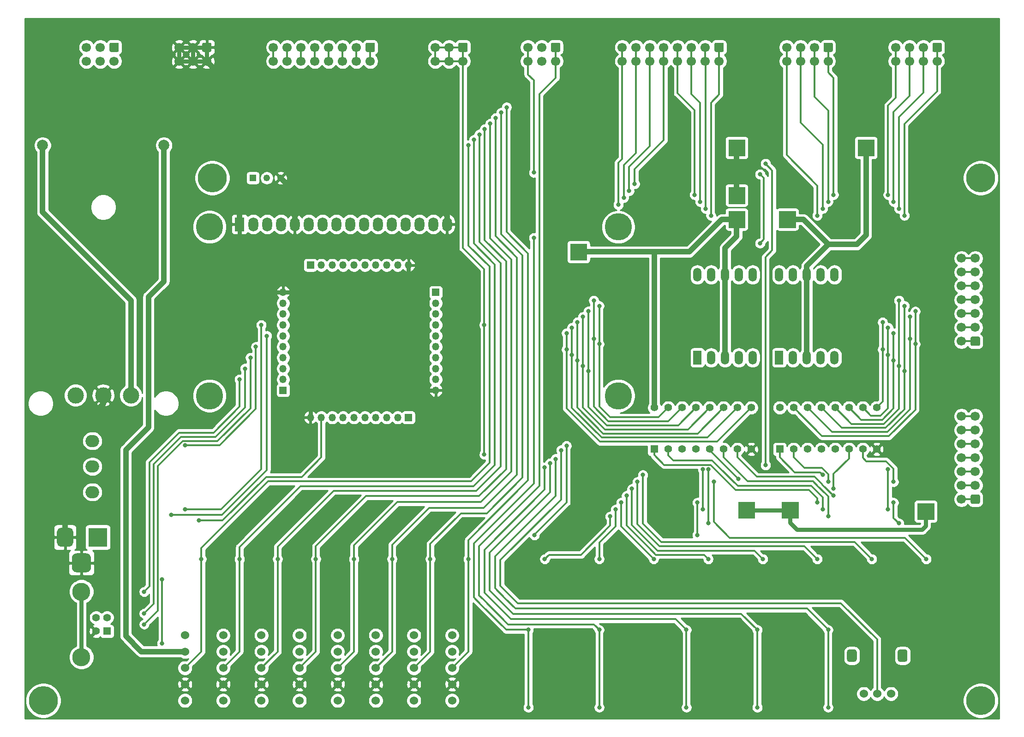
<source format=gbl>
G04 #@! TF.GenerationSoftware,KiCad,Pcbnew,(5.1.6)-1*
G04 #@! TF.CreationDate,2021-10-19T00:56:07+07:00*
G04 #@! TF.ProjectId,digitalSystemBoard,64696769-7461-46c5-9379-7374656d426f,rev?*
G04 #@! TF.SameCoordinates,Original*
G04 #@! TF.FileFunction,Copper,L2,Bot*
G04 #@! TF.FilePolarity,Positive*
%FSLAX46Y46*%
G04 Gerber Fmt 4.6, Leading zero omitted, Abs format (unit mm)*
G04 Created by KiCad (PCBNEW (5.1.6)-1) date 2021-10-19 00:56:07*
%MOMM*%
%LPD*%
G01*
G04 APERTURE LIST*
G04 #@! TA.AperFunction,EtchedComponent*
%ADD10C,0.100000*%
G04 #@! TD*
G04 #@! TA.AperFunction,WasherPad*
%ADD11C,5.000000*%
G04 #@! TD*
G04 #@! TA.AperFunction,ComponentPad*
%ADD12O,1.800000X2.600000*%
G04 #@! TD*
G04 #@! TA.AperFunction,ComponentPad*
%ADD13R,1.800000X2.600000*%
G04 #@! TD*
G04 #@! TA.AperFunction,ComponentPad*
%ADD14C,0.750000*%
G04 #@! TD*
G04 #@! TA.AperFunction,ComponentPad*
%ADD15O,1.350000X1.350000*%
G04 #@! TD*
G04 #@! TA.AperFunction,ComponentPad*
%ADD16R,1.350000X1.350000*%
G04 #@! TD*
G04 #@! TA.AperFunction,ComponentPad*
%ADD17C,3.000000*%
G04 #@! TD*
G04 #@! TA.AperFunction,ComponentPad*
%ADD18C,1.248000*%
G04 #@! TD*
G04 #@! TA.AperFunction,ComponentPad*
%ADD19R,1.248000X1.248000*%
G04 #@! TD*
G04 #@! TA.AperFunction,ComponentPad*
%ADD20C,2.000000*%
G04 #@! TD*
G04 #@! TA.AperFunction,ComponentPad*
%ADD21O,2.500000X2.250000*%
G04 #@! TD*
G04 #@! TA.AperFunction,ComponentPad*
%ADD22R,1.524000X2.524000*%
G04 #@! TD*
G04 #@! TA.AperFunction,ComponentPad*
%ADD23O,1.524000X2.524000*%
G04 #@! TD*
G04 #@! TA.AperFunction,ComponentPad*
%ADD24C,1.700000*%
G04 #@! TD*
G04 #@! TA.AperFunction,ComponentPad*
%ADD25C,1.397000*%
G04 #@! TD*
G04 #@! TA.AperFunction,ComponentPad*
%ADD26R,1.397000X1.397000*%
G04 #@! TD*
G04 #@! TA.AperFunction,WasherPad*
%ADD27C,1.524000*%
G04 #@! TD*
G04 #@! TA.AperFunction,ComponentPad*
%ADD28C,1.524000*%
G04 #@! TD*
G04 #@! TA.AperFunction,ComponentPad*
%ADD29R,3.500000X3.500000*%
G04 #@! TD*
G04 #@! TA.AperFunction,WasherPad*
%ADD30C,5.300000*%
G04 #@! TD*
G04 #@! TA.AperFunction,ComponentPad*
%ADD31R,1.408000X1.408000*%
G04 #@! TD*
G04 #@! TA.AperFunction,ComponentPad*
%ADD32C,1.408000*%
G04 #@! TD*
G04 #@! TA.AperFunction,ComponentPad*
%ADD33C,3.316000*%
G04 #@! TD*
G04 #@! TA.AperFunction,ViaPad*
%ADD34C,0.800000*%
G04 #@! TD*
G04 #@! TA.AperFunction,Conductor*
%ADD35C,0.750000*%
G04 #@! TD*
G04 #@! TA.AperFunction,Conductor*
%ADD36C,1.000000*%
G04 #@! TD*
G04 #@! TA.AperFunction,Conductor*
%ADD37C,0.350000*%
G04 #@! TD*
G04 #@! TA.AperFunction,Conductor*
%ADD38C,0.254000*%
G04 #@! TD*
G04 APERTURE END LIST*
D10*
G36*
X184500000Y-122500000D02*
G01*
X181500000Y-122500000D01*
X181500000Y-119500000D01*
X184500000Y-119500000D01*
X184500000Y-122500000D01*
G37*
X184500000Y-122500000D02*
X181500000Y-122500000D01*
X181500000Y-119500000D01*
X184500000Y-119500000D01*
X184500000Y-122500000D01*
G36*
X192500000Y-122500000D02*
G01*
X189500000Y-122500000D01*
X189500000Y-119500000D01*
X192500000Y-119500000D01*
X192500000Y-122500000D01*
G37*
X192500000Y-122500000D02*
X189500000Y-122500000D01*
X189500000Y-119500000D01*
X192500000Y-119500000D01*
X192500000Y-122500000D01*
G36*
X217410000Y-122750000D02*
G01*
X214410000Y-122750000D01*
X214410000Y-119750000D01*
X217410000Y-119750000D01*
X217410000Y-122750000D01*
G37*
X217410000Y-122750000D02*
X214410000Y-122750000D01*
X214410000Y-119750000D01*
X217410000Y-119750000D01*
X217410000Y-122750000D01*
G36*
X182720000Y-55960000D02*
G01*
X179720000Y-55960000D01*
X179720000Y-52960000D01*
X182720000Y-52960000D01*
X182720000Y-55960000D01*
G37*
X182720000Y-55960000D02*
X179720000Y-55960000D01*
X179720000Y-52960000D01*
X182720000Y-52960000D01*
X182720000Y-55960000D01*
G36*
X182720000Y-64700000D02*
G01*
X179720000Y-64700000D01*
X179720000Y-61700000D01*
X182720000Y-61700000D01*
X182720000Y-64700000D01*
G37*
X182720000Y-64700000D02*
X179720000Y-64700000D01*
X179720000Y-61700000D01*
X182720000Y-61700000D01*
X182720000Y-64700000D01*
G36*
X192010000Y-69110000D02*
G01*
X189010000Y-69110000D01*
X189010000Y-66110000D01*
X192010000Y-66110000D01*
X192010000Y-69110000D01*
G37*
X192010000Y-69110000D02*
X189010000Y-69110000D01*
X189010000Y-66110000D01*
X192010000Y-66110000D01*
X192010000Y-69110000D01*
G36*
X206450000Y-55960000D02*
G01*
X203450000Y-55960000D01*
X203450000Y-52960000D01*
X206450000Y-52960000D01*
X206450000Y-55960000D01*
G37*
X206450000Y-55960000D02*
X203450000Y-55960000D01*
X203450000Y-52960000D01*
X206450000Y-52960000D01*
X206450000Y-55960000D01*
G36*
X182720000Y-69110000D02*
G01*
X179720000Y-69110000D01*
X179720000Y-66110000D01*
X182720000Y-66110000D01*
X182720000Y-69110000D01*
G37*
X182720000Y-69110000D02*
X179720000Y-69110000D01*
X179720000Y-66110000D01*
X182720000Y-66110000D01*
X182720000Y-69110000D01*
G36*
X153710000Y-75070000D02*
G01*
X150710000Y-75070000D01*
X150710000Y-72070000D01*
X153710000Y-72070000D01*
X153710000Y-75070000D01*
G37*
X153710000Y-75070000D02*
X150710000Y-75070000D01*
X150710000Y-72070000D01*
X153710000Y-72070000D01*
X153710000Y-75070000D01*
D11*
X159500000Y-69000000D03*
X159500000Y-100000000D03*
X84500000Y-100000000D03*
X84500000Y-69000000D03*
D12*
X128100000Y-68500000D03*
X125560000Y-68500000D03*
X123020000Y-68500000D03*
X120480000Y-68500000D03*
X117940000Y-68500000D03*
X115400000Y-68500000D03*
X112860000Y-68500000D03*
X110320000Y-68500000D03*
X107780000Y-68500000D03*
X105240000Y-68500000D03*
X102700000Y-68500000D03*
X100160000Y-68500000D03*
X97620000Y-68500000D03*
X95080000Y-68500000D03*
X92540000Y-68500000D03*
D13*
X90000000Y-68500000D03*
D14*
X184000000Y-122000000D03*
X182000000Y-122000000D03*
X182000000Y-120000000D03*
X184000000Y-120000000D03*
X183000000Y-121000000D03*
X191000000Y-121000000D03*
X192000000Y-120000000D03*
X190000000Y-120000000D03*
X190000000Y-122000000D03*
X192000000Y-122000000D03*
X216910000Y-122250000D03*
X214910000Y-122250000D03*
X214910000Y-120250000D03*
X216910000Y-120250000D03*
X215910000Y-121250000D03*
X181220000Y-54460000D03*
X182220000Y-53460000D03*
X180220000Y-53460000D03*
X180220000Y-55460000D03*
X182220000Y-55460000D03*
X182220000Y-64200000D03*
X180220000Y-64200000D03*
X180220000Y-62200000D03*
X182220000Y-62200000D03*
X181220000Y-63200000D03*
X190510000Y-67610000D03*
X191510000Y-66610000D03*
X189510000Y-66610000D03*
X189510000Y-68610000D03*
X191510000Y-68610000D03*
X205950000Y-55460000D03*
X203950000Y-55460000D03*
X203950000Y-53460000D03*
X205950000Y-53460000D03*
X204950000Y-54460000D03*
X182220000Y-68610000D03*
X180220000Y-68610000D03*
X180220000Y-66610000D03*
X182220000Y-66610000D03*
X181220000Y-67610000D03*
X153210000Y-74570000D03*
X151210000Y-74570000D03*
X151210000Y-72570000D03*
X153210000Y-72570000D03*
X152210000Y-73570000D03*
D15*
X98000000Y-81000000D03*
X98000000Y-83000000D03*
X98000000Y-85000000D03*
X98000000Y-87000000D03*
X98000000Y-89000000D03*
X98000000Y-91000000D03*
X98000000Y-93000000D03*
X98000000Y-95000000D03*
X98000000Y-97000000D03*
D16*
X98000000Y-99000000D03*
D15*
X103000000Y-104000000D03*
X105000000Y-104000000D03*
X107000000Y-104000000D03*
X109000000Y-104000000D03*
X111000000Y-104000000D03*
X113000000Y-104000000D03*
X115000000Y-104000000D03*
X117000000Y-104000000D03*
X119000000Y-104000000D03*
D16*
X121000000Y-104000000D03*
D15*
X126000000Y-99000000D03*
X126000000Y-97000000D03*
X126000000Y-95000000D03*
X126000000Y-93000000D03*
X126000000Y-91000000D03*
X126000000Y-89000000D03*
X126000000Y-87000000D03*
X126000000Y-85000000D03*
X126000000Y-83000000D03*
D16*
X126000000Y-81000000D03*
D15*
X121000000Y-76000000D03*
X119000000Y-76000000D03*
X117000000Y-76000000D03*
X115000000Y-76000000D03*
X113000000Y-76000000D03*
X111000000Y-76000000D03*
X109000000Y-76000000D03*
X107000000Y-76000000D03*
X105000000Y-76000000D03*
D16*
X103000000Y-76000000D03*
D17*
X70080000Y-99920000D03*
X59920000Y-99920000D03*
X65000000Y-99920000D03*
D18*
X97540000Y-60000000D03*
X95000000Y-60000000D03*
D19*
X92460000Y-60000000D03*
D20*
X76125000Y-54000000D03*
X53875000Y-54000000D03*
D21*
X63000000Y-117700000D03*
X63000000Y-108300000D03*
X63000000Y-113000000D03*
D22*
X174000000Y-93000000D03*
D23*
X176540000Y-93000000D03*
X179080000Y-93000000D03*
X181620000Y-93000000D03*
X184160000Y-93000000D03*
X184160000Y-77760000D03*
X181620000Y-77760000D03*
X179080000Y-77760000D03*
X176540000Y-77760000D03*
X174000000Y-77760000D03*
D24*
X142920000Y-38540000D03*
X145460000Y-38540000D03*
X148000000Y-38540000D03*
X142920000Y-36000000D03*
X145460000Y-36000000D03*
G04 #@! TA.AperFunction,ComponentPad*
G36*
G01*
X147400000Y-35150000D02*
X148600000Y-35150000D01*
G75*
G02*
X148850000Y-35400000I0J-250000D01*
G01*
X148850000Y-36600000D01*
G75*
G02*
X148600000Y-36850000I-250000J0D01*
G01*
X147400000Y-36850000D01*
G75*
G02*
X147150000Y-36600000I0J250000D01*
G01*
X147150000Y-35400000D01*
G75*
G02*
X147400000Y-35150000I250000J0D01*
G01*
G37*
G04 #@! TD.AperFunction*
D25*
X166110000Y-102190000D03*
X168650000Y-102190000D03*
X183890000Y-109810000D03*
X173730000Y-102190000D03*
X176270000Y-102190000D03*
X178810000Y-102190000D03*
X181350000Y-102190000D03*
X183890000Y-102190000D03*
X181350000Y-109810000D03*
X178810000Y-109810000D03*
X176270000Y-109810000D03*
X171190000Y-102190000D03*
X173730000Y-109810000D03*
X171190000Y-109810000D03*
X168650000Y-109810000D03*
D26*
X166110000Y-109810000D03*
D27*
X129000000Y-144000000D03*
X129000000Y-156000000D03*
D28*
X129000000Y-147000000D03*
X129000000Y-153000000D03*
X129000000Y-150000000D03*
D27*
X80000000Y-144000000D03*
X80000000Y-156000000D03*
D28*
X80000000Y-147000000D03*
X80000000Y-153000000D03*
X80000000Y-150000000D03*
D24*
X78920000Y-38540000D03*
X81460000Y-38540000D03*
X84000000Y-38540000D03*
X78920000Y-36000000D03*
X81460000Y-36000000D03*
G04 #@! TA.AperFunction,ComponentPad*
G36*
G01*
X83400000Y-35150000D02*
X84600000Y-35150000D01*
G75*
G02*
X84850000Y-35400000I0J-250000D01*
G01*
X84850000Y-36600000D01*
G75*
G02*
X84600000Y-36850000I-250000J0D01*
G01*
X83400000Y-36850000D01*
G75*
G02*
X83150000Y-36600000I0J250000D01*
G01*
X83150000Y-35400000D01*
G75*
G02*
X83400000Y-35150000I250000J0D01*
G01*
G37*
G04 #@! TD.AperFunction*
X61920000Y-38540000D03*
X64460000Y-38540000D03*
X67000000Y-38540000D03*
X61920000Y-36000000D03*
X64460000Y-36000000D03*
G04 #@! TA.AperFunction,ComponentPad*
G36*
G01*
X66400000Y-35150000D02*
X67600000Y-35150000D01*
G75*
G02*
X67850000Y-35400000I0J-250000D01*
G01*
X67850000Y-36600000D01*
G75*
G02*
X67600000Y-36850000I-250000J0D01*
G01*
X66400000Y-36850000D01*
G75*
G02*
X66150000Y-36600000I0J250000D01*
G01*
X66150000Y-35400000D01*
G75*
G02*
X66400000Y-35150000I250000J0D01*
G01*
G37*
G04 #@! TD.AperFunction*
X125920000Y-38540000D03*
X128460000Y-38540000D03*
X131000000Y-38540000D03*
X125920000Y-36000000D03*
X128460000Y-36000000D03*
G04 #@! TA.AperFunction,ComponentPad*
G36*
G01*
X130400000Y-35150000D02*
X131600000Y-35150000D01*
G75*
G02*
X131850000Y-35400000I0J-250000D01*
G01*
X131850000Y-36600000D01*
G75*
G02*
X131600000Y-36850000I-250000J0D01*
G01*
X130400000Y-36850000D01*
G75*
G02*
X130150000Y-36600000I0J250000D01*
G01*
X130150000Y-35400000D01*
G75*
G02*
X130400000Y-35150000I250000J0D01*
G01*
G37*
G04 #@! TD.AperFunction*
X96220000Y-38540000D03*
X98760000Y-38540000D03*
X101300000Y-38540000D03*
X103840000Y-38540000D03*
X106380000Y-38540000D03*
X108920000Y-38540000D03*
X111460000Y-38540000D03*
X114000000Y-38540000D03*
X96220000Y-36000000D03*
X98760000Y-36000000D03*
X101300000Y-36000000D03*
X103840000Y-36000000D03*
X106380000Y-36000000D03*
X108920000Y-36000000D03*
X111460000Y-36000000D03*
G04 #@! TA.AperFunction,ComponentPad*
G36*
G01*
X113400000Y-35150000D02*
X114600000Y-35150000D01*
G75*
G02*
X114850000Y-35400000I0J-250000D01*
G01*
X114850000Y-36600000D01*
G75*
G02*
X114600000Y-36850000I-250000J0D01*
G01*
X113400000Y-36850000D01*
G75*
G02*
X113150000Y-36600000I0J250000D01*
G01*
X113150000Y-35400000D01*
G75*
G02*
X113400000Y-35150000I250000J0D01*
G01*
G37*
G04 #@! TD.AperFunction*
X222460000Y-103760000D03*
X222460000Y-106300000D03*
X222460000Y-108840000D03*
X222460000Y-111380000D03*
X222460000Y-113920000D03*
X222460000Y-116460000D03*
X222460000Y-119000000D03*
X225000000Y-103760000D03*
X225000000Y-106300000D03*
X225000000Y-108840000D03*
X225000000Y-111380000D03*
X225000000Y-113920000D03*
X225000000Y-116460000D03*
G04 #@! TA.AperFunction,ComponentPad*
G36*
G01*
X225850000Y-118400000D02*
X225850000Y-119600000D01*
G75*
G02*
X225600000Y-119850000I-250000J0D01*
G01*
X224400000Y-119850000D01*
G75*
G02*
X224150000Y-119600000I0J250000D01*
G01*
X224150000Y-118400000D01*
G75*
G02*
X224400000Y-118150000I250000J0D01*
G01*
X225600000Y-118150000D01*
G75*
G02*
X225850000Y-118400000I0J-250000D01*
G01*
G37*
G04 #@! TD.AperFunction*
X222460000Y-74760000D03*
X222460000Y-77300000D03*
X222460000Y-79840000D03*
X222460000Y-82380000D03*
X222460000Y-84920000D03*
X222460000Y-87460000D03*
X222460000Y-90000000D03*
X225000000Y-74760000D03*
X225000000Y-77300000D03*
X225000000Y-79840000D03*
X225000000Y-82380000D03*
X225000000Y-84920000D03*
X225000000Y-87460000D03*
G04 #@! TA.AperFunction,ComponentPad*
G36*
G01*
X225850000Y-89400000D02*
X225850000Y-90600000D01*
G75*
G02*
X225600000Y-90850000I-250000J0D01*
G01*
X224400000Y-90850000D01*
G75*
G02*
X224150000Y-90600000I0J250000D01*
G01*
X224150000Y-89400000D01*
G75*
G02*
X224400000Y-89150000I250000J0D01*
G01*
X225600000Y-89150000D01*
G75*
G02*
X225850000Y-89400000I0J-250000D01*
G01*
G37*
G04 #@! TD.AperFunction*
X160220000Y-38540000D03*
X162760000Y-38540000D03*
X165300000Y-38540000D03*
X167840000Y-38540000D03*
X170380000Y-38540000D03*
X172920000Y-38540000D03*
X175460000Y-38540000D03*
X178000000Y-38540000D03*
X160220000Y-36000000D03*
X162760000Y-36000000D03*
X165300000Y-36000000D03*
X167840000Y-36000000D03*
X170380000Y-36000000D03*
X172920000Y-36000000D03*
X175460000Y-36000000D03*
G04 #@! TA.AperFunction,ComponentPad*
G36*
G01*
X177400000Y-35150000D02*
X178600000Y-35150000D01*
G75*
G02*
X178850000Y-35400000I0J-250000D01*
G01*
X178850000Y-36600000D01*
G75*
G02*
X178600000Y-36850000I-250000J0D01*
G01*
X177400000Y-36850000D01*
G75*
G02*
X177150000Y-36600000I0J250000D01*
G01*
X177150000Y-35400000D01*
G75*
G02*
X177400000Y-35150000I250000J0D01*
G01*
G37*
G04 #@! TD.AperFunction*
X190380000Y-38540000D03*
X192920000Y-38540000D03*
X195460000Y-38540000D03*
X198000000Y-38540000D03*
X190380000Y-36000000D03*
X192920000Y-36000000D03*
X195460000Y-36000000D03*
G04 #@! TA.AperFunction,ComponentPad*
G36*
G01*
X197400000Y-35150000D02*
X198600000Y-35150000D01*
G75*
G02*
X198850000Y-35400000I0J-250000D01*
G01*
X198850000Y-36600000D01*
G75*
G02*
X198600000Y-36850000I-250000J0D01*
G01*
X197400000Y-36850000D01*
G75*
G02*
X197150000Y-36600000I0J250000D01*
G01*
X197150000Y-35400000D01*
G75*
G02*
X197400000Y-35150000I250000J0D01*
G01*
G37*
G04 #@! TD.AperFunction*
X210380000Y-38540000D03*
X212920000Y-38540000D03*
X215460000Y-38540000D03*
X218000000Y-38540000D03*
X210380000Y-36000000D03*
X212920000Y-36000000D03*
X215460000Y-36000000D03*
G04 #@! TA.AperFunction,ComponentPad*
G36*
G01*
X217400000Y-35150000D02*
X218600000Y-35150000D01*
G75*
G02*
X218850000Y-35400000I0J-250000D01*
G01*
X218850000Y-36600000D01*
G75*
G02*
X218600000Y-36850000I-250000J0D01*
G01*
X217400000Y-36850000D01*
G75*
G02*
X217150000Y-36600000I0J250000D01*
G01*
X217150000Y-35400000D01*
G75*
G02*
X217400000Y-35150000I250000J0D01*
G01*
G37*
G04 #@! TD.AperFunction*
G04 #@! TA.AperFunction,ComponentPad*
G36*
G01*
X59250000Y-131575000D02*
X59250000Y-129825000D01*
G75*
G02*
X60125000Y-128950000I875000J0D01*
G01*
X61875000Y-128950000D01*
G75*
G02*
X62750000Y-129825000I0J-875000D01*
G01*
X62750000Y-131575000D01*
G75*
G02*
X61875000Y-132450000I-875000J0D01*
G01*
X60125000Y-132450000D01*
G75*
G02*
X59250000Y-131575000I0J875000D01*
G01*
G37*
G04 #@! TD.AperFunction*
G04 #@! TA.AperFunction,ComponentPad*
G36*
G01*
X56500000Y-127000000D02*
X56500000Y-125000000D01*
G75*
G02*
X57250000Y-124250000I750000J0D01*
G01*
X58750000Y-124250000D01*
G75*
G02*
X59500000Y-125000000I0J-750000D01*
G01*
X59500000Y-127000000D01*
G75*
G02*
X58750000Y-127750000I-750000J0D01*
G01*
X57250000Y-127750000D01*
G75*
G02*
X56500000Y-127000000I0J750000D01*
G01*
G37*
G04 #@! TD.AperFunction*
D29*
X64000000Y-126000000D03*
D27*
X87000000Y-144000000D03*
X87000000Y-156000000D03*
D28*
X87000000Y-147000000D03*
X87000000Y-153000000D03*
X87000000Y-150000000D03*
D27*
X94000000Y-144000000D03*
X94000000Y-156000000D03*
D28*
X94000000Y-147000000D03*
X94000000Y-153000000D03*
X94000000Y-150000000D03*
D27*
X101000000Y-144000000D03*
X101000000Y-156000000D03*
D28*
X101000000Y-147000000D03*
X101000000Y-153000000D03*
X101000000Y-150000000D03*
D27*
X108000000Y-144000000D03*
X108000000Y-156000000D03*
D28*
X108000000Y-147000000D03*
X108000000Y-153000000D03*
X108000000Y-150000000D03*
D27*
X115000000Y-144000000D03*
X115000000Y-156000000D03*
D28*
X115000000Y-147000000D03*
X115000000Y-153000000D03*
X115000000Y-150000000D03*
D27*
X122000000Y-144000000D03*
X122000000Y-156000000D03*
D28*
X122000000Y-147000000D03*
X122000000Y-153000000D03*
X122000000Y-150000000D03*
G04 #@! TA.AperFunction,WasherPad*
G36*
G01*
X212550000Y-147040000D02*
X212550000Y-148440000D01*
G75*
G02*
X212100000Y-148890000I-450000J0D01*
G01*
X211200000Y-148890000D01*
G75*
G02*
X210750000Y-148440000I0J450000D01*
G01*
X210750000Y-147040000D01*
G75*
G02*
X211200000Y-146590000I450000J0D01*
G01*
X212100000Y-146590000D01*
G75*
G02*
X212550000Y-147040000I0J-450000D01*
G01*
G37*
G04 #@! TD.AperFunction*
G04 #@! TA.AperFunction,WasherPad*
G36*
G01*
X203250000Y-147040000D02*
X203250000Y-148440000D01*
G75*
G02*
X202800000Y-148890000I-450000J0D01*
G01*
X201900000Y-148890000D01*
G75*
G02*
X201450000Y-148440000I0J450000D01*
G01*
X201450000Y-147040000D01*
G75*
G02*
X201900000Y-146590000I450000J0D01*
G01*
X202800000Y-146590000D01*
G75*
G02*
X203250000Y-147040000I0J-450000D01*
G01*
G37*
G04 #@! TD.AperFunction*
X207000000Y-154740000D03*
X204540000Y-154740000D03*
X209540000Y-154740000D03*
D30*
X226000000Y-60000000D03*
X85000000Y-60000000D03*
X226000000Y-156000000D03*
X54000000Y-156000000D03*
D25*
X189110000Y-102190000D03*
X191650000Y-102190000D03*
X206890000Y-109810000D03*
X196730000Y-102190000D03*
X199270000Y-102190000D03*
X201810000Y-102190000D03*
X204350000Y-102190000D03*
X206890000Y-102190000D03*
X204350000Y-109810000D03*
X201810000Y-109810000D03*
X199270000Y-109810000D03*
X194190000Y-102190000D03*
X196730000Y-109810000D03*
X194190000Y-109810000D03*
X191650000Y-109810000D03*
D26*
X189110000Y-109810000D03*
D22*
X189000000Y-93000000D03*
D23*
X191540000Y-93000000D03*
X194080000Y-93000000D03*
X196620000Y-93000000D03*
X199160000Y-93000000D03*
X199160000Y-77760000D03*
X196620000Y-77760000D03*
X194080000Y-77760000D03*
X191540000Y-77760000D03*
X189000000Y-77760000D03*
D31*
X65700000Y-143250000D03*
D32*
X65700000Y-140750000D03*
X63700000Y-140750000D03*
X63700000Y-143250000D03*
D33*
X61000000Y-135980000D03*
X61000000Y-148020000D03*
D34*
X134900000Y-110800000D03*
X134900000Y-87000000D03*
X156000000Y-157250000D03*
X156000000Y-143000000D03*
X146000000Y-113200000D03*
X172000000Y-157250000D03*
X172000000Y-143000000D03*
X147000000Y-112400000D03*
X185000000Y-157250000D03*
X185000000Y-143000000D03*
X148000000Y-111600000D03*
X198000000Y-157250000D03*
X198000000Y-143000000D03*
X82540000Y-122900000D03*
X75787500Y-133750000D03*
X75787500Y-145475000D03*
X92000000Y-93000000D03*
X72500000Y-142000000D03*
X181500000Y-115300000D03*
X212000000Y-66905000D03*
X211000000Y-65635000D03*
X210000000Y-64365000D03*
X209000000Y-63095000D03*
X213000000Y-85500000D03*
X213000000Y-89500000D03*
X214000000Y-84500000D03*
X214000000Y-90500000D03*
X208000000Y-86500000D03*
X208000000Y-91500000D03*
X209000000Y-87500000D03*
X209000000Y-92500000D03*
X210000000Y-88500000D03*
X210000000Y-93500000D03*
X211000000Y-82500000D03*
X211000000Y-94500000D03*
X212000000Y-83500000D03*
X212000000Y-95500000D03*
X199000000Y-63095000D03*
X198000000Y-64365000D03*
X197000000Y-65635000D03*
X196000000Y-66905000D03*
X155000000Y-82500000D03*
X155000000Y-89500000D03*
X156000000Y-83500000D03*
X156000000Y-90500000D03*
X150000000Y-88500000D03*
X150000000Y-91500000D03*
X151000000Y-87500000D03*
X151000000Y-92500000D03*
X152000000Y-86500000D03*
X152000000Y-93500000D03*
X153000000Y-85500000D03*
X153000000Y-94500000D03*
X154000000Y-84500000D03*
X154000000Y-95500000D03*
X159500000Y-64905000D03*
X160500000Y-63635000D03*
X176500000Y-66905000D03*
X175500000Y-65635000D03*
X174500000Y-64365000D03*
X162500000Y-61095000D03*
X161500000Y-62365000D03*
X173500000Y-63095000D03*
X132000000Y-54000000D03*
X83000000Y-130000000D03*
X133000000Y-53000000D03*
X90000000Y-130000000D03*
X139000000Y-47000000D03*
X132000000Y-130000000D03*
X138000000Y-48000000D03*
X125000000Y-130000000D03*
X137000000Y-49000000D03*
X118000000Y-130000000D03*
X135000000Y-51000000D03*
X104000000Y-130000000D03*
X134000000Y-52000000D03*
X97000000Y-130000000D03*
X136000000Y-50000000D03*
X111000000Y-130000000D03*
X144000000Y-59000000D03*
X177000000Y-115825000D03*
X216000000Y-130000000D03*
X206000000Y-130000000D03*
X164000000Y-114555000D03*
X196000000Y-130000000D03*
X163000000Y-115825000D03*
X176000000Y-130000000D03*
X161000000Y-118365000D03*
X162000000Y-117095000D03*
X186000000Y-130000000D03*
X160000000Y-119635000D03*
X166000000Y-130000000D03*
X159000000Y-120905000D03*
X156000000Y-130000000D03*
X146000000Y-130000000D03*
X158000000Y-122175000D03*
X90000000Y-97000000D03*
X72500000Y-136000000D03*
X91000000Y-95000000D03*
X72500000Y-140000000D03*
X210000000Y-115825000D03*
X198000000Y-115825000D03*
X199000000Y-117095000D03*
X197000000Y-114555000D03*
X199000000Y-118365000D03*
X198000000Y-122175000D03*
X197000000Y-120905000D03*
X196000000Y-119635000D03*
X149000000Y-110000000D03*
X185500000Y-71990000D03*
X185500000Y-59316080D03*
X209000000Y-120905000D03*
X209000000Y-113540000D03*
X175000000Y-120905000D03*
X175000000Y-113540000D03*
X186500000Y-57360000D03*
X186500000Y-112740000D03*
X95000000Y-89000000D03*
X77460000Y-121900000D03*
X93000000Y-91000000D03*
X80000000Y-109100000D03*
X94000000Y-87000000D03*
X80000000Y-120900000D03*
X150000000Y-109200000D03*
X211000000Y-123445000D03*
X174000000Y-125595000D03*
X210000000Y-119635000D03*
X174000000Y-119635000D03*
X144125000Y-125595000D03*
X143000000Y-157250000D03*
X143000000Y-143000000D03*
X144000000Y-71000000D03*
X176000000Y-113540000D03*
X176000000Y-123445000D03*
D35*
X78920000Y-36000000D02*
X81460000Y-36000000D01*
X84000000Y-36000000D02*
X81460000Y-36000000D01*
X78920000Y-36000000D02*
X78920000Y-38540000D01*
X78920000Y-38540000D02*
X81460000Y-38540000D01*
X81460000Y-36000000D02*
X81460000Y-38540000D01*
X84000000Y-36000000D02*
X84000000Y-38540000D01*
X81460000Y-38540000D02*
X84000000Y-38540000D01*
D36*
X90000000Y-44540000D02*
X84000000Y-38540000D01*
X181220000Y-54460000D02*
X181220000Y-63200000D01*
X181220000Y-54460000D02*
X180220000Y-53460000D01*
X181220000Y-54460000D02*
X182220000Y-53460000D01*
X181220000Y-54460000D02*
X182220000Y-55460000D01*
X181220000Y-54460000D02*
X180220000Y-55460000D01*
X181220000Y-63200000D02*
X180220000Y-62200000D01*
X181220000Y-63200000D02*
X182240000Y-62180000D01*
X181220000Y-63200000D02*
X182220000Y-64200000D01*
X181220000Y-63200000D02*
X180220000Y-64200000D01*
X90000000Y-65800000D02*
X90000000Y-68500000D01*
X100160000Y-66950000D02*
X99010000Y-65800000D01*
X100160000Y-68500000D02*
X100160000Y-66950000D01*
D35*
X90000000Y-68500000D02*
X90000000Y-72550000D01*
D36*
X126950000Y-65800000D02*
X128100000Y-66950000D01*
X128100000Y-66950000D02*
X128100000Y-68500000D01*
X126950000Y-65800000D02*
X101310000Y-65800000D01*
X100160000Y-66950000D02*
X101310000Y-65800000D01*
X90000000Y-65800000D02*
X90000000Y-44540000D01*
X90000000Y-65800000D02*
X99010000Y-65800000D01*
X99010000Y-61470000D02*
X97540000Y-60000000D01*
X99010000Y-65800000D02*
X99010000Y-61470000D01*
D35*
X90000000Y-72550000D02*
X89970000Y-72550000D01*
D36*
X65000000Y-101470000D02*
X65000000Y-99920000D01*
X58000000Y-108470000D02*
X65000000Y-101470000D01*
X58000000Y-126000000D02*
X58000000Y-108470000D01*
D35*
X98000000Y-81000000D02*
X102860000Y-81000000D01*
X102860000Y-81000000D02*
X103000000Y-81140000D01*
X103230000Y-99000000D02*
X103000000Y-99230000D01*
X103000000Y-104000000D02*
X103000000Y-99230000D01*
X103000000Y-99230000D02*
X103000000Y-81140000D01*
X121000000Y-98940000D02*
X120940000Y-99000000D01*
X126000000Y-99000000D02*
X120940000Y-99000000D01*
X120940000Y-99000000D02*
X103230000Y-99000000D01*
X120960000Y-81000000D02*
X121000000Y-81040000D01*
X98000000Y-81000000D02*
X120960000Y-81000000D01*
X121000000Y-76000000D02*
X121000000Y-81040000D01*
X121000000Y-81040000D02*
X121000000Y-98940000D01*
X94920000Y-81000000D02*
X98000000Y-81000000D01*
X90000000Y-72550000D02*
X90000000Y-76080000D01*
X90000000Y-76080000D02*
X94920000Y-81000000D01*
D37*
X131000000Y-36000000D02*
X131000000Y-38540000D01*
X128460000Y-36000000D02*
X128460000Y-38540000D01*
X125920000Y-36000000D02*
X125920000Y-38540000D01*
X125920000Y-36000000D02*
X128460000Y-36000000D01*
X131000000Y-36000000D02*
X128460000Y-36000000D01*
X125920000Y-38540000D02*
X128460000Y-38540000D01*
X131000000Y-38540000D02*
X128460000Y-38540000D01*
X130990000Y-38550000D02*
X131000000Y-38540000D01*
X134900000Y-87000000D02*
X134900000Y-76780000D01*
X130990000Y-72870000D02*
X130990000Y-38550000D01*
X134900000Y-76780000D02*
X130990000Y-72870000D01*
X134900000Y-87000000D02*
X134900000Y-110800000D01*
X156000000Y-143000000D02*
X155024999Y-142024999D01*
X133950002Y-130442798D02*
X133950002Y-130332798D01*
X155024999Y-142024999D02*
X145647801Y-142024999D01*
X133950002Y-136659362D02*
X133950002Y-133492798D01*
X139315639Y-142024999D02*
X134706720Y-137416080D01*
X133950002Y-133492798D02*
X133950002Y-130442798D01*
X134706720Y-137416080D02*
X133950002Y-136659362D01*
X145647801Y-142024999D02*
X139315639Y-142024999D01*
X133950002Y-129592798D02*
X133950002Y-129592798D01*
X148000000Y-36000000D02*
X148000000Y-38540000D01*
X145024999Y-44605001D02*
X148000000Y-41630000D01*
X145024999Y-116575001D02*
X145024999Y-44605001D01*
X148000000Y-41630000D02*
X148000000Y-38540000D01*
X133950002Y-130442798D02*
X133950002Y-127649998D01*
X133950002Y-127649998D02*
X145024999Y-116575001D01*
X156000000Y-157250000D02*
X156000000Y-143000000D01*
X134925003Y-129624363D02*
X134925003Y-129624363D01*
X172000000Y-157250000D02*
X172000000Y-143000000D01*
X170049998Y-141049998D02*
X172000000Y-143000000D01*
X146000000Y-113200000D02*
X146000000Y-117200000D01*
X134925003Y-128274997D02*
X134925003Y-136191361D01*
X134925003Y-136191361D02*
X139783640Y-141049998D01*
X146000000Y-117200000D02*
X134925003Y-128274997D01*
X139783640Y-141049998D02*
X170049998Y-141049998D01*
X135900004Y-131685798D02*
X135900004Y-131685798D01*
X135900004Y-129642796D02*
X135900004Y-129642796D01*
X135900004Y-129642796D02*
X135900004Y-129642796D01*
X135900004Y-129642796D02*
X135900004Y-129642796D01*
X158737803Y-140074997D02*
X158737803Y-140074997D01*
X185000000Y-157250000D02*
X185000000Y-143000000D01*
X147000000Y-112400000D02*
X147000000Y-117750000D01*
X182074997Y-140074997D02*
X185000000Y-143000000D01*
X147000000Y-117750000D02*
X135900004Y-128849996D01*
X140195637Y-140074997D02*
X182074997Y-140074997D01*
X135900004Y-128849996D02*
X135900004Y-135779364D01*
X135900004Y-135779364D02*
X140195637Y-140074997D01*
X194099996Y-139099996D02*
X187242804Y-139099996D01*
X198000000Y-143000000D02*
X194099996Y-139099996D01*
X172762804Y-139099996D02*
X160922804Y-139099996D01*
X142312804Y-139099996D02*
X140610636Y-139099996D01*
X136875005Y-135364365D02*
X136875005Y-132217795D01*
X140610636Y-139099996D02*
X138701720Y-137191080D01*
X136875005Y-130110797D02*
X136875005Y-129667795D01*
X136875005Y-129667795D02*
X136875005Y-129626080D01*
X187242804Y-139099996D02*
X172762804Y-139099996D01*
X160922804Y-139099996D02*
X145122804Y-139099996D01*
X145122804Y-139099996D02*
X142312804Y-139099996D01*
X138701720Y-137191080D02*
X136875005Y-135364365D01*
X136875005Y-132217795D02*
X136875005Y-130110797D01*
X198000000Y-143000000D02*
X198000000Y-157250000D01*
X148000000Y-118372706D02*
X136875005Y-129497701D01*
X136875005Y-129497701D02*
X136875005Y-129667795D01*
X148000000Y-118372706D02*
X148000000Y-111600000D01*
X75787500Y-145475000D02*
X75787500Y-133750000D01*
X105000000Y-111310000D02*
X105000000Y-104000000D01*
X101400000Y-114910000D02*
X105000000Y-111310000D01*
X94892998Y-114910000D02*
X101400000Y-114910000D01*
X82540000Y-122900000D02*
X86902998Y-122900000D01*
X86902998Y-122900000D02*
X94892998Y-114910000D01*
X75012499Y-139487501D02*
X75012499Y-112940499D01*
X92000000Y-102292998D02*
X92000000Y-93000000D01*
X75012499Y-112940499D02*
X79627999Y-108324999D01*
X85967999Y-108324999D02*
X92000000Y-102292998D01*
X72500000Y-142000000D02*
X75012499Y-139487501D01*
X79627999Y-108324999D02*
X85967999Y-108324999D01*
D36*
X151210000Y-74570000D02*
X152210000Y-73570000D01*
X153210000Y-72570000D02*
X152210000Y-73570000D01*
X151210000Y-72570000D02*
X152210000Y-73570000D01*
X153210000Y-74570000D02*
X152210000Y-73570000D01*
X166110000Y-73580000D02*
X166100000Y-73570000D01*
X166110000Y-102190000D02*
X166110000Y-73580000D01*
X152210000Y-73570000D02*
X166100000Y-73570000D01*
X166100000Y-73570000D02*
X172540000Y-73570000D01*
X178500000Y-67610000D02*
X181220000Y-67610000D01*
X172540000Y-73570000D02*
X178500000Y-67610000D01*
X203270000Y-72210000D02*
X204950000Y-70530000D01*
X198040000Y-72210000D02*
X203270000Y-72210000D01*
X190510000Y-67610000D02*
X193440000Y-67610000D01*
X193440000Y-67610000D02*
X198040000Y-72210000D01*
X190510000Y-67610000D02*
X191510000Y-66610000D01*
D35*
X190510000Y-67610000D02*
X189510000Y-66610000D01*
X190510000Y-67610000D02*
X189510000Y-68610000D01*
X190510000Y-67610000D02*
X191510000Y-68610000D01*
X215910000Y-121250000D02*
X215910000Y-123930000D01*
X215910000Y-123930000D02*
X215230000Y-124610000D01*
D36*
X181220000Y-67610000D02*
X181220000Y-70730000D01*
X179080000Y-72870000D02*
X179080000Y-77760000D01*
X181220000Y-70730000D02*
X179080000Y-72870000D01*
X179080000Y-77760000D02*
X179080000Y-93000000D01*
X194080000Y-77760000D02*
X194080000Y-93000000D01*
X194080000Y-76170000D02*
X198040000Y-72210000D01*
X194080000Y-77760000D02*
X194080000Y-76170000D01*
X205950000Y-55460000D02*
X204950000Y-54460000D01*
X205950000Y-53460000D02*
X204950000Y-54460000D01*
X203950000Y-53460000D02*
X204950000Y-54460000D01*
X203950000Y-55460000D02*
X204950000Y-54460000D01*
X204950000Y-54460000D02*
X204950000Y-70530000D01*
D37*
X176270000Y-109810000D02*
X176270000Y-110070000D01*
X176270000Y-110070000D02*
X181500000Y-115300000D01*
D35*
X215230000Y-124610000D02*
X192270000Y-124610000D01*
X191000000Y-123340000D02*
X191000000Y-121000000D01*
X192270000Y-124610000D02*
X191000000Y-123340000D01*
X191000000Y-121000000D02*
X187040000Y-121000000D01*
X187040000Y-121000000D02*
X183000000Y-121000000D01*
D36*
X69140000Y-109940000D02*
X73310000Y-105770000D01*
X73310000Y-81820000D02*
X76125000Y-79005000D01*
X69140000Y-144140000D02*
X69140000Y-109940000D01*
X80000000Y-147000000D02*
X72000000Y-147000000D01*
X73310000Y-105770000D02*
X73310000Y-81820000D01*
X72000000Y-147000000D02*
X69140000Y-144140000D01*
X76125000Y-79005000D02*
X76125000Y-54000000D01*
D37*
X218000000Y-36000000D02*
X218000000Y-38540000D01*
X218000000Y-44060000D02*
X218000000Y-38540000D01*
X212000000Y-66905000D02*
X212000000Y-50060000D01*
X212000000Y-50060000D02*
X218000000Y-44060000D01*
X215460000Y-36000000D02*
X215460000Y-38540000D01*
X215460000Y-44350000D02*
X215460000Y-38540000D01*
X211000000Y-65635000D02*
X211000000Y-48810000D01*
X211000000Y-48810000D02*
X215460000Y-44350000D01*
X212920000Y-36000000D02*
X212920000Y-38540000D01*
X210000000Y-64365000D02*
X210000000Y-47860000D01*
X212920000Y-44940000D02*
X212920000Y-38540000D01*
X210000000Y-47860000D02*
X212920000Y-44940000D01*
X210380000Y-36000000D02*
X210380000Y-38540000D01*
X209000000Y-63095000D02*
X209000000Y-46680000D01*
X210380000Y-45300000D02*
X210380000Y-38540000D01*
X209000000Y-46680000D02*
X210380000Y-45300000D01*
X213000000Y-85500000D02*
X213000000Y-89482800D01*
X222460000Y-74760000D02*
X225000000Y-74760000D01*
X213000000Y-91482800D02*
X213000000Y-92310000D01*
X213000000Y-89500000D02*
X213000000Y-92310000D01*
X208845085Y-106680000D02*
X198680000Y-106680000D01*
X213000000Y-92310000D02*
X213000000Y-102525085D01*
X198680000Y-106680000D02*
X194190000Y-102190000D01*
X213000000Y-102525085D02*
X208845085Y-106680000D01*
X222460000Y-77300000D02*
X225000000Y-77300000D01*
X214000000Y-90500000D02*
X214000000Y-92460000D01*
X214000000Y-91562800D02*
X214000000Y-92460000D01*
X214000000Y-90500000D02*
X214000000Y-88670000D01*
X214000000Y-84500000D02*
X214000000Y-88670000D01*
X214000000Y-88670000D02*
X214000000Y-89562800D01*
X196890000Y-107430000D02*
X191650000Y-102190000D01*
X209155758Y-107430000D02*
X196890000Y-107430000D01*
X214000000Y-92460000D02*
X214000000Y-102585758D01*
X214000000Y-102585758D02*
X209155758Y-107430000D01*
X208000000Y-101080000D02*
X206890000Y-102190000D01*
X208000000Y-91582800D02*
X208000000Y-101080000D01*
X222460000Y-79840000D02*
X225000000Y-79840000D01*
X208000000Y-91500000D02*
X208000000Y-89190000D01*
X208000000Y-86500000D02*
X208000000Y-89190000D01*
X208000000Y-89190000D02*
X208000000Y-89582800D01*
X222460000Y-82380000D02*
X225000000Y-82380000D01*
X209000000Y-87500000D02*
X209000000Y-89220000D01*
X209000000Y-92500000D02*
X209000000Y-89220000D01*
X209000000Y-89220000D02*
X209000000Y-89592800D01*
X205800000Y-103640000D02*
X204350000Y-102190000D01*
X207642391Y-103640000D02*
X205800000Y-103640000D01*
X209000000Y-91592800D02*
X209000000Y-102282391D01*
X209000000Y-102282391D02*
X207642391Y-103640000D01*
X222460000Y-84920000D02*
X225000000Y-84920000D01*
X210000000Y-93500000D02*
X210000000Y-89270000D01*
X210000000Y-88500000D02*
X210000000Y-89270000D01*
X210000000Y-89270000D02*
X210000000Y-89562800D01*
X204030000Y-104410000D02*
X201810000Y-102190000D01*
X207933066Y-104410000D02*
X204030000Y-104410000D01*
X210000000Y-91562800D02*
X210000000Y-102343066D01*
X210000000Y-102343066D02*
X207933066Y-104410000D01*
X222460000Y-87460000D02*
X225000000Y-87460000D01*
X211000000Y-94500000D02*
X211000000Y-89040000D01*
X211000000Y-89040000D02*
X211000000Y-89552800D01*
X202250000Y-105170000D02*
X199270000Y-102190000D01*
X208233739Y-105170000D02*
X202250000Y-105170000D01*
X211000000Y-102403739D02*
X208233739Y-105170000D01*
X211000000Y-91552800D02*
X211000000Y-102403739D01*
X211000000Y-89040000D02*
X211000000Y-82500000D01*
X222460000Y-90000000D02*
X225000000Y-90000000D01*
X212000000Y-95500000D02*
X212000000Y-89070000D01*
X212000000Y-83500000D02*
X212000000Y-89070000D01*
X212000000Y-89070000D02*
X212000000Y-89702800D01*
X208544403Y-105920011D02*
X200460011Y-105920011D01*
X200460011Y-105920011D02*
X196730000Y-102190000D01*
X212000000Y-102464412D02*
X208544403Y-105920011D01*
X212000000Y-91702800D02*
X212000000Y-102464412D01*
X198000000Y-36000000D02*
X198000000Y-38540000D01*
X199000000Y-63095000D02*
X199000000Y-41630000D01*
X198000000Y-40630000D02*
X198000000Y-38540000D01*
X199000000Y-41630000D02*
X198000000Y-40630000D01*
X195460000Y-36000000D02*
X195460000Y-38540000D01*
X198000000Y-64365000D02*
X198000000Y-47630000D01*
X195460000Y-45090000D02*
X195460000Y-38540000D01*
X198000000Y-47630000D02*
X195460000Y-45090000D01*
X192920000Y-36000000D02*
X192920000Y-38540000D01*
X197000000Y-65635000D02*
X197000000Y-53880000D01*
X192920000Y-49800000D02*
X192920000Y-38540000D01*
X197000000Y-53880000D02*
X192920000Y-49800000D01*
X190380000Y-38540000D02*
X190380000Y-36000000D01*
X190380000Y-55790000D02*
X190380000Y-38540000D01*
X196000000Y-66905000D02*
X196000000Y-61410000D01*
X196000000Y-61410000D02*
X190380000Y-55790000D01*
X155000000Y-82500000D02*
X155000000Y-85190000D01*
X155000000Y-84500000D02*
X155000000Y-85190000D01*
X222460000Y-103760000D02*
X225000000Y-103760000D01*
X155000000Y-102006630D02*
X157683381Y-104690011D01*
X168689989Y-104690011D02*
X171190000Y-102190000D01*
X157683381Y-104690011D02*
X168689989Y-104690011D01*
X155000000Y-85190000D02*
X155000000Y-102006630D01*
X156000000Y-83500000D02*
X156000000Y-86780000D01*
X156000000Y-85500000D02*
X156000000Y-86780000D01*
X222460000Y-106300000D02*
X225000000Y-106300000D01*
X166900000Y-103940000D02*
X168650000Y-102190000D01*
X156000000Y-101945956D02*
X157994044Y-103940000D01*
X156000000Y-86780000D02*
X156000000Y-101945956D01*
X157994044Y-103940000D02*
X166900000Y-103940000D01*
X150000000Y-88500000D02*
X150000000Y-89750000D01*
X150000000Y-90500000D02*
X150000000Y-91220000D01*
X150000000Y-89750000D02*
X150000000Y-91220000D01*
X222460000Y-108840000D02*
X225000000Y-108840000D01*
X177639934Y-108440066D02*
X183890000Y-102190000D01*
X156130066Y-108440066D02*
X177639934Y-108440066D01*
X150000000Y-91220000D02*
X150000000Y-102310000D01*
X150000000Y-102310000D02*
X156130066Y-108440066D01*
X151000000Y-87500000D02*
X151000000Y-89820000D01*
X151000000Y-89500000D02*
X151000000Y-90130000D01*
X151000000Y-89820000D02*
X151000000Y-90130000D01*
X222460000Y-111380000D02*
X225000000Y-111380000D01*
X151000000Y-90130000D02*
X151000000Y-102249326D01*
X175849945Y-107690055D02*
X181350000Y-102190000D01*
X156440729Y-107690055D02*
X175849945Y-107690055D01*
X151000000Y-102249326D02*
X156440729Y-107690055D01*
X152000000Y-86500000D02*
X152000000Y-89370000D01*
X152000000Y-88500000D02*
X152000000Y-89370000D01*
X222460000Y-113920000D02*
X225000000Y-113920000D01*
X174059956Y-106940044D02*
X178810000Y-102190000D01*
X152000000Y-102188652D02*
X156751392Y-106940044D01*
X152000000Y-89370000D02*
X152000000Y-102188652D01*
X156751392Y-106940044D02*
X174059956Y-106940044D01*
X153000000Y-87500000D02*
X153000000Y-88570000D01*
X153000000Y-85500000D02*
X153000000Y-88570000D01*
X222460000Y-116460000D02*
X225000000Y-116460000D01*
X153000000Y-102127978D02*
X157062055Y-106190033D01*
X172269967Y-106190033D02*
X176270000Y-102190000D01*
X157062055Y-106190033D02*
X172269967Y-106190033D01*
X153000000Y-88570000D02*
X153000000Y-102127978D01*
X154000000Y-84500000D02*
X154000000Y-87350000D01*
X154000000Y-86500000D02*
X154000000Y-87350000D01*
X222460000Y-119000000D02*
X225000000Y-119000000D01*
X154000000Y-102067304D02*
X157372718Y-105440022D01*
X170479978Y-105440022D02*
X173730000Y-102190000D01*
X157372718Y-105440022D02*
X170479978Y-105440022D01*
X154000000Y-87350000D02*
X154000000Y-102067304D01*
X160220000Y-36000000D02*
X160220000Y-38540000D01*
X160220000Y-56500000D02*
X160220000Y-38540000D01*
X159500000Y-64905000D02*
X159500000Y-57220000D01*
X159500000Y-57220000D02*
X160220000Y-56500000D01*
X162760000Y-36000000D02*
X162760000Y-38540000D01*
X162760000Y-55380000D02*
X162760000Y-38540000D01*
X160500000Y-63635000D02*
X160500000Y-57640000D01*
X160500000Y-57640000D02*
X162760000Y-55380000D01*
X178000000Y-36000000D02*
X178000000Y-38540000D01*
X176500000Y-66905000D02*
X176500000Y-46160000D01*
X178000000Y-44660000D02*
X178000000Y-38540000D01*
X176500000Y-46160000D02*
X178000000Y-44660000D01*
X175460000Y-36000000D02*
X175460000Y-38540000D01*
X175500000Y-38580000D02*
X175460000Y-38540000D01*
X175500000Y-65635000D02*
X175500000Y-38580000D01*
X172920000Y-36000000D02*
X172920000Y-38540000D01*
X174500000Y-64365000D02*
X174500000Y-46160000D01*
X172920000Y-44580000D02*
X172920000Y-38540000D01*
X174500000Y-46160000D02*
X172920000Y-44580000D01*
X167840000Y-36000000D02*
X167840000Y-38540000D01*
X167840000Y-53060000D02*
X167840000Y-38540000D01*
X162500000Y-61095000D02*
X162500000Y-58400000D01*
X162500000Y-58400000D02*
X167840000Y-53060000D01*
X165300000Y-36000000D02*
X165300000Y-38540000D01*
X161500000Y-57980000D02*
X161500000Y-62365000D01*
X165300000Y-38540000D02*
X165300000Y-54180000D01*
X165300000Y-54180000D02*
X161500000Y-57980000D01*
X170380000Y-36000000D02*
X170380000Y-38540000D01*
X173500000Y-63095000D02*
X173500000Y-47550000D01*
X170380000Y-44430000D02*
X170380000Y-38540000D01*
X173500000Y-47550000D02*
X170380000Y-44430000D01*
X83000000Y-147000000D02*
X80000000Y-150000000D01*
X83000000Y-130000000D02*
X83000000Y-147000000D01*
X96220000Y-36000000D02*
X96220000Y-38540000D01*
X132000000Y-72400000D02*
X132000000Y-54000000D01*
X135850000Y-76250000D02*
X132000000Y-72400000D01*
X83000000Y-127950000D02*
X95220000Y-115730000D01*
X83000000Y-130000000D02*
X83000000Y-127950000D01*
X135850000Y-112350000D02*
X135850000Y-76250000D01*
X95220000Y-115730000D02*
X98070000Y-115730000D01*
X132470000Y-115730000D02*
X135850000Y-112350000D01*
X98070000Y-115730000D02*
X132470000Y-115730000D01*
X90000000Y-147000000D02*
X87000000Y-150000000D01*
X90000000Y-130000000D02*
X90000000Y-147000000D01*
X98760000Y-36000000D02*
X98760000Y-38540000D01*
X133000000Y-72050000D02*
X133000000Y-53000000D01*
X136850000Y-75900000D02*
X133000000Y-72050000D01*
X132950000Y-116600000D02*
X136850000Y-112700000D01*
X136850000Y-112700000D02*
X136850000Y-75900000D01*
X90000000Y-127800000D02*
X101200000Y-116600000D01*
X90000000Y-130000000D02*
X90000000Y-127800000D01*
X101200000Y-116600000D02*
X132950000Y-116600000D01*
X132000000Y-147000000D02*
X132000000Y-136522800D01*
X129000000Y-150000000D02*
X132000000Y-147000000D01*
X114000000Y-36000000D02*
X114000000Y-38540000D01*
X132000000Y-136522800D02*
X132000000Y-130000000D01*
X142950000Y-73850000D02*
X139000000Y-69900000D01*
X142950000Y-115550000D02*
X142950000Y-73850000D01*
X139000000Y-69900000D02*
X139000000Y-47000000D01*
X132000000Y-130000000D02*
X132000000Y-126500000D01*
X132000000Y-126500000D02*
X142950000Y-115550000D01*
X125000000Y-147000000D02*
X125000000Y-130000000D01*
X122000000Y-150000000D02*
X125000000Y-147000000D01*
X111460000Y-36000000D02*
X111460000Y-38540000D01*
X141900000Y-115050000D02*
X141900000Y-74250000D01*
X125000000Y-127200000D02*
X130600000Y-121600000D01*
X130600000Y-121600000D02*
X135350000Y-121600000D01*
X135350000Y-121600000D02*
X141900000Y-115050000D01*
X141900000Y-74250000D02*
X137975001Y-70325001D01*
X125000000Y-130000000D02*
X125000000Y-127200000D01*
X137975001Y-70325001D02*
X137975001Y-48024999D01*
X137975001Y-48024999D02*
X138000000Y-48000000D01*
X118000000Y-147000000D02*
X118000000Y-130000000D01*
X115000000Y-150000000D02*
X118000000Y-147000000D01*
X108920000Y-36000000D02*
X108920000Y-38540000D01*
X137000000Y-70700000D02*
X137000000Y-49000000D01*
X140900000Y-74600000D02*
X137000000Y-70700000D01*
X118000000Y-127400000D02*
X124800000Y-120600000D01*
X118000000Y-130000000D02*
X118000000Y-127400000D01*
X124800000Y-120600000D02*
X134800000Y-120600000D01*
X134800000Y-120600000D02*
X140900000Y-114500000D01*
X140900000Y-114500000D02*
X140900000Y-74600000D01*
X104000000Y-147000000D02*
X104000000Y-130000000D01*
X101000000Y-150000000D02*
X104000000Y-147000000D01*
X103840000Y-36000000D02*
X103840000Y-38540000D01*
X135000000Y-71450000D02*
X135000000Y-51000000D01*
X138900000Y-75350000D02*
X135000000Y-71450000D01*
X104000000Y-127650000D02*
X113200000Y-118450000D01*
X104000000Y-130000000D02*
X104000000Y-127650000D01*
X138900000Y-113500000D02*
X138900000Y-75350000D01*
X113200000Y-118450000D02*
X133950000Y-118450000D01*
X133950000Y-118450000D02*
X138900000Y-113500000D01*
X97000000Y-147000000D02*
X97000000Y-130000000D01*
X94000000Y-150000000D02*
X97000000Y-147000000D01*
X101300000Y-36000000D02*
X101300000Y-38540000D01*
X134000000Y-71750000D02*
X134000000Y-52000000D01*
X137900000Y-75650000D02*
X134000000Y-71750000D01*
X97000000Y-127700000D02*
X107250000Y-117450000D01*
X137900000Y-113000000D02*
X137900000Y-75650000D01*
X97000000Y-130000000D02*
X97000000Y-127700000D01*
X107250000Y-117450000D02*
X133450000Y-117450000D01*
X133450000Y-117450000D02*
X137900000Y-113000000D01*
X111000000Y-147000000D02*
X111000000Y-130000000D01*
X108000000Y-150000000D02*
X111000000Y-147000000D01*
X106380000Y-36000000D02*
X106380000Y-38540000D01*
X136000000Y-71050000D02*
X136000000Y-50000000D01*
X139900000Y-74950000D02*
X136000000Y-71050000D01*
X111000000Y-127500000D02*
X118950000Y-119550000D01*
X111000000Y-130000000D02*
X111000000Y-127500000D01*
X134300000Y-119550000D02*
X139900000Y-113950000D01*
X118950000Y-119550000D02*
X134300000Y-119550000D01*
X139900000Y-113950000D02*
X139900000Y-74950000D01*
X142920000Y-36000000D02*
X142920000Y-38540000D01*
X142920000Y-41000000D02*
X142920000Y-38540000D01*
X144000000Y-59000000D02*
X144000000Y-42080000D01*
X144000000Y-42080000D02*
X142920000Y-41000000D01*
X216000000Y-130000000D02*
X212091079Y-126091079D01*
X212091079Y-126091079D02*
X197871719Y-126091079D01*
X197871719Y-126091079D02*
X197801721Y-126091079D01*
X179941079Y-126091079D02*
X197871719Y-126091079D01*
X177000000Y-115825000D02*
X177000000Y-123150000D01*
X177000000Y-123150000D02*
X179941079Y-126091079D01*
X167406080Y-126866080D02*
X164000000Y-123460000D01*
X206000000Y-130000000D02*
X202866080Y-126866080D01*
X202866080Y-126866080D02*
X167406080Y-126866080D01*
X164000000Y-114555000D02*
X164000000Y-123460000D01*
X167084997Y-127674997D02*
X163000000Y-123590000D01*
X196000000Y-130000000D02*
X193674997Y-127674997D01*
X193674997Y-127674997D02*
X167084997Y-127674997D01*
X163000000Y-117540000D02*
X163000000Y-115825000D01*
X163000000Y-123590000D02*
X163000000Y-117540000D01*
X166372001Y-129224999D02*
X165318501Y-128171499D01*
X175224999Y-129224999D02*
X166372001Y-129224999D01*
X176000000Y-130000000D02*
X175224999Y-129224999D01*
X165318501Y-128171499D02*
X165623915Y-128476913D01*
X165318501Y-128171499D02*
X161000000Y-123852998D01*
X161000000Y-123852998D02*
X161000000Y-118365000D01*
X166744002Y-128449998D02*
X162000000Y-123705996D01*
X186000000Y-130000000D02*
X184449998Y-128449998D01*
X184449998Y-128449998D02*
X166744002Y-128449998D01*
X162000000Y-123705996D02*
X162000000Y-117095000D01*
X166000000Y-130000000D02*
X160000000Y-124000000D01*
X160000000Y-124000000D02*
X160000000Y-119635000D01*
X156000000Y-130000000D02*
X156000000Y-126990000D01*
X156000000Y-126990000D02*
X159000000Y-123990000D01*
X159000000Y-123990000D02*
X159000000Y-120905000D01*
X146775001Y-129224999D02*
X146000000Y-130000000D01*
X152617999Y-129224999D02*
X152325001Y-129224999D01*
X158000000Y-123842998D02*
X152617999Y-129224999D01*
X152655001Y-129224999D02*
X152325001Y-129224999D01*
X152325001Y-129224999D02*
X146775001Y-129224999D01*
X158000000Y-123842998D02*
X158000000Y-122175000D01*
X73462497Y-135037503D02*
X72500000Y-136000000D01*
X90000000Y-101992998D02*
X85218001Y-106774997D01*
X85218001Y-106774997D02*
X78883997Y-106774997D01*
X73462497Y-112196497D02*
X73462497Y-135037503D01*
X90000000Y-97000000D02*
X90000000Y-101992998D01*
X78883997Y-106774997D02*
X73462497Y-112196497D01*
X74237498Y-112568498D02*
X74237498Y-138262502D01*
X74237498Y-138262502D02*
X72500000Y-140000000D01*
X91000000Y-102145996D02*
X90994004Y-102145996D01*
X90994004Y-102145996D02*
X85590002Y-107549998D01*
X79255998Y-107549998D02*
X74237498Y-112568498D01*
X91000000Y-95000000D02*
X91000000Y-102145996D01*
X85590002Y-107549998D02*
X79255998Y-107549998D01*
X210000000Y-113392998D02*
X210000000Y-115825000D01*
X208627002Y-112020000D02*
X210000000Y-113392998D01*
X205020000Y-112020000D02*
X208627002Y-112020000D01*
X204350000Y-109810000D02*
X204350000Y-111350000D01*
X204350000Y-111350000D02*
X205020000Y-112020000D01*
X198000000Y-114407998D02*
X198000000Y-115825000D01*
X191650000Y-111309360D02*
X191699360Y-111309360D01*
X191650000Y-109810000D02*
X191650000Y-111309360D01*
X191699360Y-111309360D02*
X193674999Y-113284999D01*
X193674999Y-113284999D02*
X196877001Y-113284999D01*
X196877001Y-113284999D02*
X198000000Y-114407998D01*
X201810000Y-111560000D02*
X199000000Y-114370000D01*
X201810000Y-109810000D02*
X201810000Y-111560000D01*
X199000000Y-114370000D02*
X199000000Y-117095000D01*
X191847200Y-114060000D02*
X189110000Y-111322800D01*
X189110000Y-111322800D02*
X189110000Y-109810000D01*
X197000000Y-114555000D02*
X196505000Y-114060000D01*
X196505000Y-114060000D02*
X194540000Y-114060000D01*
X194540000Y-114060000D02*
X191847200Y-114060000D01*
X181350000Y-109810000D02*
X181350000Y-111319360D01*
X181350000Y-111319360D02*
X184916760Y-114886120D01*
X199000000Y-118130000D02*
X199000000Y-118365000D01*
X195521120Y-114886120D02*
X196842500Y-116207500D01*
X184916760Y-114886120D02*
X190363880Y-114886120D01*
X196972500Y-116337500D02*
X199000000Y-118365000D01*
X190833880Y-114886120D02*
X193553880Y-114886120D01*
X193553880Y-114886120D02*
X195521120Y-114886120D01*
X190363880Y-114886120D02*
X190833880Y-114886120D01*
X196842500Y-116207500D02*
X196972500Y-116337500D01*
X198000000Y-122175000D02*
X198000000Y-118512002D01*
X195217998Y-115730000D02*
X196043999Y-116556001D01*
X198000000Y-118512002D02*
X197508999Y-118021001D01*
X196043999Y-116556001D02*
X195900000Y-116412002D01*
X183207200Y-115730000D02*
X193620000Y-115730000D01*
X178810000Y-109810000D02*
X178810000Y-111332800D01*
X178810000Y-111332800D02*
X183207200Y-115730000D01*
X197508999Y-118021001D02*
X196043999Y-116556001D01*
X193620000Y-115730000D02*
X195217998Y-115730000D01*
X197000000Y-118659004D02*
X197000000Y-120905000D01*
X194900996Y-116560000D02*
X195700000Y-117330000D01*
X168650000Y-110930000D02*
X169620000Y-111900000D01*
X169620000Y-111900000D02*
X176740000Y-111900000D01*
X176740000Y-111900000D02*
X177990000Y-113130000D01*
X168650000Y-109810000D02*
X168650000Y-110930000D01*
X181400000Y-116560000D02*
X193980000Y-116560000D01*
X195700000Y-117330000D02*
X197000000Y-118659004D01*
X193980000Y-116560000D02*
X194900996Y-116560000D01*
X177990000Y-113130000D02*
X181400000Y-116560000D01*
X166110000Y-110910000D02*
X167900000Y-112700000D01*
X166110000Y-109810000D02*
X166110000Y-110910000D01*
X194484999Y-117335001D02*
X196000000Y-118850002D01*
X167900000Y-112700000D02*
X176412998Y-112700000D01*
X196000000Y-118850002D02*
X196000000Y-119635000D01*
X181047999Y-117335001D02*
X194484999Y-117335001D01*
X176412998Y-112700000D02*
X181047999Y-117335001D01*
X207000000Y-144780000D02*
X207000000Y-154740000D01*
X149000000Y-110000000D02*
X149000000Y-119050000D01*
X200344995Y-138124995D02*
X207000000Y-144780000D01*
X149000000Y-119050000D02*
X137850006Y-130199994D01*
X137850006Y-134896364D02*
X141078637Y-138124995D01*
X137850006Y-130199994D02*
X137850006Y-134896364D01*
X141078637Y-138124995D02*
X200344995Y-138124995D01*
X185500000Y-71990000D02*
X186210000Y-71280000D01*
X186210000Y-60026080D02*
X185500000Y-59316080D01*
X186210000Y-71280000D02*
X186210000Y-60026080D01*
X187740000Y-58600000D02*
X186500000Y-57360000D01*
X186500000Y-112740000D02*
X186500000Y-74540000D01*
X187740000Y-73300000D02*
X187740000Y-58600000D01*
X186500000Y-74540000D02*
X187740000Y-73300000D01*
X209000000Y-120905000D02*
X209000000Y-113540000D01*
X175000000Y-113540000D02*
X175000000Y-120905000D01*
X95000000Y-113655996D02*
X95000000Y-89000000D01*
X77460000Y-121900000D02*
X86755996Y-121900000D01*
X95000000Y-113655996D02*
X86755996Y-121900000D01*
X93000000Y-102440000D02*
X93000000Y-91000000D01*
X80000000Y-109100000D02*
X86340000Y-109100000D01*
X93000000Y-102440000D02*
X86340000Y-109100000D01*
X80000000Y-120900000D02*
X86608994Y-120900000D01*
X94000000Y-113508994D02*
X86608994Y-120900000D01*
X94000000Y-87000000D02*
X94000000Y-113508994D01*
X144125000Y-125595000D02*
X144125000Y-125595000D01*
X174000000Y-125595000D02*
X174000000Y-119635000D01*
X210000000Y-122445000D02*
X211000000Y-123445000D01*
X210000000Y-119635000D02*
X210000000Y-122445000D01*
X150000000Y-119610000D02*
X144125000Y-125485000D01*
X144125000Y-125485000D02*
X144125000Y-125595000D01*
X150000000Y-109200000D02*
X150000000Y-119610000D01*
X132975001Y-130468001D02*
X132975001Y-130468001D01*
X143000000Y-143000000D02*
X138910640Y-143000000D01*
X132975001Y-137064361D02*
X132975001Y-134787799D01*
X138910640Y-143000000D02*
X134286720Y-138376080D01*
X134286720Y-138376080D02*
X132975001Y-137064361D01*
X132975001Y-134787799D02*
X132975001Y-130477799D01*
X132975001Y-130477799D02*
X132975001Y-130468001D01*
X132975001Y-129617799D02*
X132975001Y-129617799D01*
X144000000Y-71000000D02*
X144000000Y-116100000D01*
X144000000Y-116100000D02*
X132975001Y-127124999D01*
X132975001Y-127124999D02*
X132975001Y-130477799D01*
X143000000Y-143000000D02*
X143000000Y-157250000D01*
D36*
X53875000Y-66285000D02*
X53875000Y-54000000D01*
X70080000Y-82490000D02*
X53875000Y-66285000D01*
X70080000Y-99920000D02*
X70080000Y-82490000D01*
D35*
X61000000Y-135980000D02*
X61000000Y-148020000D01*
D37*
X176000000Y-123445000D02*
X176000000Y-113540000D01*
D38*
G36*
X229340001Y-159340000D02*
G01*
X50660000Y-159340000D01*
X50660000Y-155676456D01*
X50715000Y-155676456D01*
X50715000Y-156323544D01*
X50841240Y-156958199D01*
X51088871Y-157556031D01*
X51448374Y-158094066D01*
X51905934Y-158551626D01*
X52443969Y-158911129D01*
X53041801Y-159158760D01*
X53676456Y-159285000D01*
X54323544Y-159285000D01*
X54958199Y-159158760D01*
X55556031Y-158911129D01*
X56094066Y-158551626D01*
X56551626Y-158094066D01*
X56911129Y-157556031D01*
X57158760Y-156958199D01*
X57285000Y-156323544D01*
X57285000Y-155862408D01*
X78603000Y-155862408D01*
X78603000Y-156137592D01*
X78656686Y-156407490D01*
X78761995Y-156661727D01*
X78914880Y-156890535D01*
X79109465Y-157085120D01*
X79338273Y-157238005D01*
X79592510Y-157343314D01*
X79862408Y-157397000D01*
X80137592Y-157397000D01*
X80407490Y-157343314D01*
X80661727Y-157238005D01*
X80890535Y-157085120D01*
X81085120Y-156890535D01*
X81238005Y-156661727D01*
X81343314Y-156407490D01*
X81397000Y-156137592D01*
X81397000Y-155862408D01*
X85603000Y-155862408D01*
X85603000Y-156137592D01*
X85656686Y-156407490D01*
X85761995Y-156661727D01*
X85914880Y-156890535D01*
X86109465Y-157085120D01*
X86338273Y-157238005D01*
X86592510Y-157343314D01*
X86862408Y-157397000D01*
X87137592Y-157397000D01*
X87407490Y-157343314D01*
X87661727Y-157238005D01*
X87890535Y-157085120D01*
X88085120Y-156890535D01*
X88238005Y-156661727D01*
X88343314Y-156407490D01*
X88397000Y-156137592D01*
X88397000Y-155862408D01*
X92603000Y-155862408D01*
X92603000Y-156137592D01*
X92656686Y-156407490D01*
X92761995Y-156661727D01*
X92914880Y-156890535D01*
X93109465Y-157085120D01*
X93338273Y-157238005D01*
X93592510Y-157343314D01*
X93862408Y-157397000D01*
X94137592Y-157397000D01*
X94407490Y-157343314D01*
X94661727Y-157238005D01*
X94890535Y-157085120D01*
X95085120Y-156890535D01*
X95238005Y-156661727D01*
X95343314Y-156407490D01*
X95397000Y-156137592D01*
X95397000Y-155862408D01*
X99603000Y-155862408D01*
X99603000Y-156137592D01*
X99656686Y-156407490D01*
X99761995Y-156661727D01*
X99914880Y-156890535D01*
X100109465Y-157085120D01*
X100338273Y-157238005D01*
X100592510Y-157343314D01*
X100862408Y-157397000D01*
X101137592Y-157397000D01*
X101407490Y-157343314D01*
X101661727Y-157238005D01*
X101890535Y-157085120D01*
X102085120Y-156890535D01*
X102238005Y-156661727D01*
X102343314Y-156407490D01*
X102397000Y-156137592D01*
X102397000Y-155862408D01*
X106603000Y-155862408D01*
X106603000Y-156137592D01*
X106656686Y-156407490D01*
X106761995Y-156661727D01*
X106914880Y-156890535D01*
X107109465Y-157085120D01*
X107338273Y-157238005D01*
X107592510Y-157343314D01*
X107862408Y-157397000D01*
X108137592Y-157397000D01*
X108407490Y-157343314D01*
X108661727Y-157238005D01*
X108890535Y-157085120D01*
X109085120Y-156890535D01*
X109238005Y-156661727D01*
X109343314Y-156407490D01*
X109397000Y-156137592D01*
X109397000Y-155862408D01*
X113603000Y-155862408D01*
X113603000Y-156137592D01*
X113656686Y-156407490D01*
X113761995Y-156661727D01*
X113914880Y-156890535D01*
X114109465Y-157085120D01*
X114338273Y-157238005D01*
X114592510Y-157343314D01*
X114862408Y-157397000D01*
X115137592Y-157397000D01*
X115407490Y-157343314D01*
X115661727Y-157238005D01*
X115890535Y-157085120D01*
X116085120Y-156890535D01*
X116238005Y-156661727D01*
X116343314Y-156407490D01*
X116397000Y-156137592D01*
X116397000Y-155862408D01*
X120603000Y-155862408D01*
X120603000Y-156137592D01*
X120656686Y-156407490D01*
X120761995Y-156661727D01*
X120914880Y-156890535D01*
X121109465Y-157085120D01*
X121338273Y-157238005D01*
X121592510Y-157343314D01*
X121862408Y-157397000D01*
X122137592Y-157397000D01*
X122407490Y-157343314D01*
X122661727Y-157238005D01*
X122890535Y-157085120D01*
X123085120Y-156890535D01*
X123238005Y-156661727D01*
X123343314Y-156407490D01*
X123397000Y-156137592D01*
X123397000Y-155862408D01*
X127603000Y-155862408D01*
X127603000Y-156137592D01*
X127656686Y-156407490D01*
X127761995Y-156661727D01*
X127914880Y-156890535D01*
X128109465Y-157085120D01*
X128338273Y-157238005D01*
X128592510Y-157343314D01*
X128862408Y-157397000D01*
X129137592Y-157397000D01*
X129407490Y-157343314D01*
X129661727Y-157238005D01*
X129890535Y-157085120D01*
X130085120Y-156890535D01*
X130238005Y-156661727D01*
X130343314Y-156407490D01*
X130397000Y-156137592D01*
X130397000Y-155862408D01*
X130343314Y-155592510D01*
X130238005Y-155338273D01*
X130085120Y-155109465D01*
X129890535Y-154914880D01*
X129661727Y-154761995D01*
X129407490Y-154656686D01*
X129137592Y-154603000D01*
X128862408Y-154603000D01*
X128592510Y-154656686D01*
X128338273Y-154761995D01*
X128109465Y-154914880D01*
X127914880Y-155109465D01*
X127761995Y-155338273D01*
X127656686Y-155592510D01*
X127603000Y-155862408D01*
X123397000Y-155862408D01*
X123343314Y-155592510D01*
X123238005Y-155338273D01*
X123085120Y-155109465D01*
X122890535Y-154914880D01*
X122661727Y-154761995D01*
X122407490Y-154656686D01*
X122137592Y-154603000D01*
X121862408Y-154603000D01*
X121592510Y-154656686D01*
X121338273Y-154761995D01*
X121109465Y-154914880D01*
X120914880Y-155109465D01*
X120761995Y-155338273D01*
X120656686Y-155592510D01*
X120603000Y-155862408D01*
X116397000Y-155862408D01*
X116343314Y-155592510D01*
X116238005Y-155338273D01*
X116085120Y-155109465D01*
X115890535Y-154914880D01*
X115661727Y-154761995D01*
X115407490Y-154656686D01*
X115137592Y-154603000D01*
X114862408Y-154603000D01*
X114592510Y-154656686D01*
X114338273Y-154761995D01*
X114109465Y-154914880D01*
X113914880Y-155109465D01*
X113761995Y-155338273D01*
X113656686Y-155592510D01*
X113603000Y-155862408D01*
X109397000Y-155862408D01*
X109343314Y-155592510D01*
X109238005Y-155338273D01*
X109085120Y-155109465D01*
X108890535Y-154914880D01*
X108661727Y-154761995D01*
X108407490Y-154656686D01*
X108137592Y-154603000D01*
X107862408Y-154603000D01*
X107592510Y-154656686D01*
X107338273Y-154761995D01*
X107109465Y-154914880D01*
X106914880Y-155109465D01*
X106761995Y-155338273D01*
X106656686Y-155592510D01*
X106603000Y-155862408D01*
X102397000Y-155862408D01*
X102343314Y-155592510D01*
X102238005Y-155338273D01*
X102085120Y-155109465D01*
X101890535Y-154914880D01*
X101661727Y-154761995D01*
X101407490Y-154656686D01*
X101137592Y-154603000D01*
X100862408Y-154603000D01*
X100592510Y-154656686D01*
X100338273Y-154761995D01*
X100109465Y-154914880D01*
X99914880Y-155109465D01*
X99761995Y-155338273D01*
X99656686Y-155592510D01*
X99603000Y-155862408D01*
X95397000Y-155862408D01*
X95343314Y-155592510D01*
X95238005Y-155338273D01*
X95085120Y-155109465D01*
X94890535Y-154914880D01*
X94661727Y-154761995D01*
X94407490Y-154656686D01*
X94137592Y-154603000D01*
X93862408Y-154603000D01*
X93592510Y-154656686D01*
X93338273Y-154761995D01*
X93109465Y-154914880D01*
X92914880Y-155109465D01*
X92761995Y-155338273D01*
X92656686Y-155592510D01*
X92603000Y-155862408D01*
X88397000Y-155862408D01*
X88343314Y-155592510D01*
X88238005Y-155338273D01*
X88085120Y-155109465D01*
X87890535Y-154914880D01*
X87661727Y-154761995D01*
X87407490Y-154656686D01*
X87137592Y-154603000D01*
X86862408Y-154603000D01*
X86592510Y-154656686D01*
X86338273Y-154761995D01*
X86109465Y-154914880D01*
X85914880Y-155109465D01*
X85761995Y-155338273D01*
X85656686Y-155592510D01*
X85603000Y-155862408D01*
X81397000Y-155862408D01*
X81343314Y-155592510D01*
X81238005Y-155338273D01*
X81085120Y-155109465D01*
X80890535Y-154914880D01*
X80661727Y-154761995D01*
X80407490Y-154656686D01*
X80137592Y-154603000D01*
X79862408Y-154603000D01*
X79592510Y-154656686D01*
X79338273Y-154761995D01*
X79109465Y-154914880D01*
X78914880Y-155109465D01*
X78761995Y-155338273D01*
X78656686Y-155592510D01*
X78603000Y-155862408D01*
X57285000Y-155862408D01*
X57285000Y-155676456D01*
X57158760Y-155041801D01*
X56911129Y-154443969D01*
X56591471Y-153965565D01*
X79214040Y-153965565D01*
X79281020Y-154205656D01*
X79530048Y-154322756D01*
X79797135Y-154389023D01*
X80072017Y-154401910D01*
X80344133Y-154360922D01*
X80603023Y-154267636D01*
X80718980Y-154205656D01*
X80785960Y-153965565D01*
X86214040Y-153965565D01*
X86281020Y-154205656D01*
X86530048Y-154322756D01*
X86797135Y-154389023D01*
X87072017Y-154401910D01*
X87344133Y-154360922D01*
X87603023Y-154267636D01*
X87718980Y-154205656D01*
X87785960Y-153965565D01*
X93214040Y-153965565D01*
X93281020Y-154205656D01*
X93530048Y-154322756D01*
X93797135Y-154389023D01*
X94072017Y-154401910D01*
X94344133Y-154360922D01*
X94603023Y-154267636D01*
X94718980Y-154205656D01*
X94785960Y-153965565D01*
X100214040Y-153965565D01*
X100281020Y-154205656D01*
X100530048Y-154322756D01*
X100797135Y-154389023D01*
X101072017Y-154401910D01*
X101344133Y-154360922D01*
X101603023Y-154267636D01*
X101718980Y-154205656D01*
X101785960Y-153965565D01*
X107214040Y-153965565D01*
X107281020Y-154205656D01*
X107530048Y-154322756D01*
X107797135Y-154389023D01*
X108072017Y-154401910D01*
X108344133Y-154360922D01*
X108603023Y-154267636D01*
X108718980Y-154205656D01*
X108785960Y-153965565D01*
X114214040Y-153965565D01*
X114281020Y-154205656D01*
X114530048Y-154322756D01*
X114797135Y-154389023D01*
X115072017Y-154401910D01*
X115344133Y-154360922D01*
X115603023Y-154267636D01*
X115718980Y-154205656D01*
X115785960Y-153965565D01*
X121214040Y-153965565D01*
X121281020Y-154205656D01*
X121530048Y-154322756D01*
X121797135Y-154389023D01*
X122072017Y-154401910D01*
X122344133Y-154360922D01*
X122603023Y-154267636D01*
X122718980Y-154205656D01*
X122785960Y-153965565D01*
X128214040Y-153965565D01*
X128281020Y-154205656D01*
X128530048Y-154322756D01*
X128797135Y-154389023D01*
X129072017Y-154401910D01*
X129344133Y-154360922D01*
X129603023Y-154267636D01*
X129718980Y-154205656D01*
X129785960Y-153965565D01*
X129000000Y-153179605D01*
X128214040Y-153965565D01*
X122785960Y-153965565D01*
X122000000Y-153179605D01*
X121214040Y-153965565D01*
X115785960Y-153965565D01*
X115000000Y-153179605D01*
X114214040Y-153965565D01*
X108785960Y-153965565D01*
X108000000Y-153179605D01*
X107214040Y-153965565D01*
X101785960Y-153965565D01*
X101000000Y-153179605D01*
X100214040Y-153965565D01*
X94785960Y-153965565D01*
X94000000Y-153179605D01*
X93214040Y-153965565D01*
X87785960Y-153965565D01*
X87000000Y-153179605D01*
X86214040Y-153965565D01*
X80785960Y-153965565D01*
X80000000Y-153179605D01*
X79214040Y-153965565D01*
X56591471Y-153965565D01*
X56551626Y-153905934D01*
X56094066Y-153448374D01*
X55556031Y-153088871D01*
X55515342Y-153072017D01*
X78598090Y-153072017D01*
X78639078Y-153344133D01*
X78732364Y-153603023D01*
X78794344Y-153718980D01*
X79034435Y-153785960D01*
X79820395Y-153000000D01*
X80179605Y-153000000D01*
X80965565Y-153785960D01*
X81205656Y-153718980D01*
X81322756Y-153469952D01*
X81389023Y-153202865D01*
X81395157Y-153072017D01*
X85598090Y-153072017D01*
X85639078Y-153344133D01*
X85732364Y-153603023D01*
X85794344Y-153718980D01*
X86034435Y-153785960D01*
X86820395Y-153000000D01*
X87179605Y-153000000D01*
X87965565Y-153785960D01*
X88205656Y-153718980D01*
X88322756Y-153469952D01*
X88389023Y-153202865D01*
X88395157Y-153072017D01*
X92598090Y-153072017D01*
X92639078Y-153344133D01*
X92732364Y-153603023D01*
X92794344Y-153718980D01*
X93034435Y-153785960D01*
X93820395Y-153000000D01*
X94179605Y-153000000D01*
X94965565Y-153785960D01*
X95205656Y-153718980D01*
X95322756Y-153469952D01*
X95389023Y-153202865D01*
X95395157Y-153072017D01*
X99598090Y-153072017D01*
X99639078Y-153344133D01*
X99732364Y-153603023D01*
X99794344Y-153718980D01*
X100034435Y-153785960D01*
X100820395Y-153000000D01*
X101179605Y-153000000D01*
X101965565Y-153785960D01*
X102205656Y-153718980D01*
X102322756Y-153469952D01*
X102389023Y-153202865D01*
X102395157Y-153072017D01*
X106598090Y-153072017D01*
X106639078Y-153344133D01*
X106732364Y-153603023D01*
X106794344Y-153718980D01*
X107034435Y-153785960D01*
X107820395Y-153000000D01*
X108179605Y-153000000D01*
X108965565Y-153785960D01*
X109205656Y-153718980D01*
X109322756Y-153469952D01*
X109389023Y-153202865D01*
X109395157Y-153072017D01*
X113598090Y-153072017D01*
X113639078Y-153344133D01*
X113732364Y-153603023D01*
X113794344Y-153718980D01*
X114034435Y-153785960D01*
X114820395Y-153000000D01*
X115179605Y-153000000D01*
X115965565Y-153785960D01*
X116205656Y-153718980D01*
X116322756Y-153469952D01*
X116389023Y-153202865D01*
X116395157Y-153072017D01*
X120598090Y-153072017D01*
X120639078Y-153344133D01*
X120732364Y-153603023D01*
X120794344Y-153718980D01*
X121034435Y-153785960D01*
X121820395Y-153000000D01*
X122179605Y-153000000D01*
X122965565Y-153785960D01*
X123205656Y-153718980D01*
X123322756Y-153469952D01*
X123389023Y-153202865D01*
X123395157Y-153072017D01*
X127598090Y-153072017D01*
X127639078Y-153344133D01*
X127732364Y-153603023D01*
X127794344Y-153718980D01*
X128034435Y-153785960D01*
X128820395Y-153000000D01*
X129179605Y-153000000D01*
X129965565Y-153785960D01*
X130205656Y-153718980D01*
X130322756Y-153469952D01*
X130389023Y-153202865D01*
X130401910Y-152927983D01*
X130360922Y-152655867D01*
X130267636Y-152396977D01*
X130205656Y-152281020D01*
X129965565Y-152214040D01*
X129179605Y-153000000D01*
X128820395Y-153000000D01*
X128034435Y-152214040D01*
X127794344Y-152281020D01*
X127677244Y-152530048D01*
X127610977Y-152797135D01*
X127598090Y-153072017D01*
X123395157Y-153072017D01*
X123401910Y-152927983D01*
X123360922Y-152655867D01*
X123267636Y-152396977D01*
X123205656Y-152281020D01*
X122965565Y-152214040D01*
X122179605Y-153000000D01*
X121820395Y-153000000D01*
X121034435Y-152214040D01*
X120794344Y-152281020D01*
X120677244Y-152530048D01*
X120610977Y-152797135D01*
X120598090Y-153072017D01*
X116395157Y-153072017D01*
X116401910Y-152927983D01*
X116360922Y-152655867D01*
X116267636Y-152396977D01*
X116205656Y-152281020D01*
X115965565Y-152214040D01*
X115179605Y-153000000D01*
X114820395Y-153000000D01*
X114034435Y-152214040D01*
X113794344Y-152281020D01*
X113677244Y-152530048D01*
X113610977Y-152797135D01*
X113598090Y-153072017D01*
X109395157Y-153072017D01*
X109401910Y-152927983D01*
X109360922Y-152655867D01*
X109267636Y-152396977D01*
X109205656Y-152281020D01*
X108965565Y-152214040D01*
X108179605Y-153000000D01*
X107820395Y-153000000D01*
X107034435Y-152214040D01*
X106794344Y-152281020D01*
X106677244Y-152530048D01*
X106610977Y-152797135D01*
X106598090Y-153072017D01*
X102395157Y-153072017D01*
X102401910Y-152927983D01*
X102360922Y-152655867D01*
X102267636Y-152396977D01*
X102205656Y-152281020D01*
X101965565Y-152214040D01*
X101179605Y-153000000D01*
X100820395Y-153000000D01*
X100034435Y-152214040D01*
X99794344Y-152281020D01*
X99677244Y-152530048D01*
X99610977Y-152797135D01*
X99598090Y-153072017D01*
X95395157Y-153072017D01*
X95401910Y-152927983D01*
X95360922Y-152655867D01*
X95267636Y-152396977D01*
X95205656Y-152281020D01*
X94965565Y-152214040D01*
X94179605Y-153000000D01*
X93820395Y-153000000D01*
X93034435Y-152214040D01*
X92794344Y-152281020D01*
X92677244Y-152530048D01*
X92610977Y-152797135D01*
X92598090Y-153072017D01*
X88395157Y-153072017D01*
X88401910Y-152927983D01*
X88360922Y-152655867D01*
X88267636Y-152396977D01*
X88205656Y-152281020D01*
X87965565Y-152214040D01*
X87179605Y-153000000D01*
X86820395Y-153000000D01*
X86034435Y-152214040D01*
X85794344Y-152281020D01*
X85677244Y-152530048D01*
X85610977Y-152797135D01*
X85598090Y-153072017D01*
X81395157Y-153072017D01*
X81401910Y-152927983D01*
X81360922Y-152655867D01*
X81267636Y-152396977D01*
X81205656Y-152281020D01*
X80965565Y-152214040D01*
X80179605Y-153000000D01*
X79820395Y-153000000D01*
X79034435Y-152214040D01*
X78794344Y-152281020D01*
X78677244Y-152530048D01*
X78610977Y-152797135D01*
X78598090Y-153072017D01*
X55515342Y-153072017D01*
X54958199Y-152841240D01*
X54323544Y-152715000D01*
X53676456Y-152715000D01*
X53041801Y-152841240D01*
X52443969Y-153088871D01*
X51905934Y-153448374D01*
X51448374Y-153905934D01*
X51088871Y-154443969D01*
X50841240Y-155041801D01*
X50715000Y-155676456D01*
X50660000Y-155676456D01*
X50660000Y-152034435D01*
X79214040Y-152034435D01*
X80000000Y-152820395D01*
X80785960Y-152034435D01*
X86214040Y-152034435D01*
X87000000Y-152820395D01*
X87785960Y-152034435D01*
X93214040Y-152034435D01*
X94000000Y-152820395D01*
X94785960Y-152034435D01*
X100214040Y-152034435D01*
X101000000Y-152820395D01*
X101785960Y-152034435D01*
X107214040Y-152034435D01*
X108000000Y-152820395D01*
X108785960Y-152034435D01*
X114214040Y-152034435D01*
X115000000Y-152820395D01*
X115785960Y-152034435D01*
X121214040Y-152034435D01*
X122000000Y-152820395D01*
X122785960Y-152034435D01*
X128214040Y-152034435D01*
X129000000Y-152820395D01*
X129785960Y-152034435D01*
X129718980Y-151794344D01*
X129469952Y-151677244D01*
X129202865Y-151610977D01*
X128927983Y-151598090D01*
X128655867Y-151639078D01*
X128396977Y-151732364D01*
X128281020Y-151794344D01*
X128214040Y-152034435D01*
X122785960Y-152034435D01*
X122718980Y-151794344D01*
X122469952Y-151677244D01*
X122202865Y-151610977D01*
X121927983Y-151598090D01*
X121655867Y-151639078D01*
X121396977Y-151732364D01*
X121281020Y-151794344D01*
X121214040Y-152034435D01*
X115785960Y-152034435D01*
X115718980Y-151794344D01*
X115469952Y-151677244D01*
X115202865Y-151610977D01*
X114927983Y-151598090D01*
X114655867Y-151639078D01*
X114396977Y-151732364D01*
X114281020Y-151794344D01*
X114214040Y-152034435D01*
X108785960Y-152034435D01*
X108718980Y-151794344D01*
X108469952Y-151677244D01*
X108202865Y-151610977D01*
X107927983Y-151598090D01*
X107655867Y-151639078D01*
X107396977Y-151732364D01*
X107281020Y-151794344D01*
X107214040Y-152034435D01*
X101785960Y-152034435D01*
X101718980Y-151794344D01*
X101469952Y-151677244D01*
X101202865Y-151610977D01*
X100927983Y-151598090D01*
X100655867Y-151639078D01*
X100396977Y-151732364D01*
X100281020Y-151794344D01*
X100214040Y-152034435D01*
X94785960Y-152034435D01*
X94718980Y-151794344D01*
X94469952Y-151677244D01*
X94202865Y-151610977D01*
X93927983Y-151598090D01*
X93655867Y-151639078D01*
X93396977Y-151732364D01*
X93281020Y-151794344D01*
X93214040Y-152034435D01*
X87785960Y-152034435D01*
X87718980Y-151794344D01*
X87469952Y-151677244D01*
X87202865Y-151610977D01*
X86927983Y-151598090D01*
X86655867Y-151639078D01*
X86396977Y-151732364D01*
X86281020Y-151794344D01*
X86214040Y-152034435D01*
X80785960Y-152034435D01*
X80718980Y-151794344D01*
X80469952Y-151677244D01*
X80202865Y-151610977D01*
X79927983Y-151598090D01*
X79655867Y-151639078D01*
X79396977Y-151732364D01*
X79281020Y-151794344D01*
X79214040Y-152034435D01*
X50660000Y-152034435D01*
X50660000Y-135754159D01*
X58707000Y-135754159D01*
X58707000Y-136205841D01*
X58795119Y-136648843D01*
X58967970Y-137066143D01*
X59218910Y-137441702D01*
X59538298Y-137761090D01*
X59913857Y-138012030D01*
X59990000Y-138043569D01*
X59990001Y-145956430D01*
X59913857Y-145987970D01*
X59538298Y-146238910D01*
X59218910Y-146558298D01*
X58967970Y-146933857D01*
X58795119Y-147351157D01*
X58707000Y-147794159D01*
X58707000Y-148245841D01*
X58795119Y-148688843D01*
X58967970Y-149106143D01*
X59218910Y-149481702D01*
X59538298Y-149801090D01*
X59913857Y-150052030D01*
X60331157Y-150224881D01*
X60774159Y-150313000D01*
X61225841Y-150313000D01*
X61668843Y-150224881D01*
X62086143Y-150052030D01*
X62461702Y-149801090D01*
X62781090Y-149481702D01*
X63032030Y-149106143D01*
X63204881Y-148688843D01*
X63293000Y-148245841D01*
X63293000Y-147794159D01*
X63204881Y-147351157D01*
X63032030Y-146933857D01*
X62781090Y-146558298D01*
X62461702Y-146238910D01*
X62086143Y-145987970D01*
X62010000Y-145956431D01*
X62010000Y-143324314D01*
X62356575Y-143324314D01*
X62396886Y-143584976D01*
X62487276Y-143832764D01*
X62541695Y-143934577D01*
X62775872Y-143994523D01*
X63520395Y-143250000D01*
X62775872Y-142505477D01*
X62541695Y-142565423D01*
X62430398Y-142804551D01*
X62367891Y-143060797D01*
X62356575Y-143324314D01*
X62010000Y-143324314D01*
X62010000Y-140618120D01*
X62361000Y-140618120D01*
X62361000Y-140881880D01*
X62412457Y-141140572D01*
X62513393Y-141384254D01*
X62659931Y-141603563D01*
X62846437Y-141790069D01*
X63065746Y-141936607D01*
X63219086Y-142000122D01*
X63117236Y-142037276D01*
X63015423Y-142091695D01*
X62955477Y-142325872D01*
X63700000Y-143070395D01*
X63714143Y-143056253D01*
X63893748Y-143235858D01*
X63879605Y-143250000D01*
X63893748Y-143264143D01*
X63714143Y-143443748D01*
X63700000Y-143429605D01*
X62955477Y-144174128D01*
X63015423Y-144408305D01*
X63254551Y-144519602D01*
X63510797Y-144582109D01*
X63774314Y-144593425D01*
X64034976Y-144553114D01*
X64282764Y-144462724D01*
X64384577Y-144408305D01*
X64428046Y-144238493D01*
X64465463Y-144308494D01*
X64544815Y-144405185D01*
X64641506Y-144484537D01*
X64751820Y-144543502D01*
X64871518Y-144579812D01*
X64996000Y-144592072D01*
X66404000Y-144592072D01*
X66528482Y-144579812D01*
X66648180Y-144543502D01*
X66758494Y-144484537D01*
X66855185Y-144405185D01*
X66934537Y-144308494D01*
X66993502Y-144198180D01*
X67029812Y-144078482D01*
X67042072Y-143954000D01*
X67042072Y-142546000D01*
X67029812Y-142421518D01*
X66993502Y-142301820D01*
X66934537Y-142191506D01*
X66855185Y-142094815D01*
X66758494Y-142015463D01*
X66648180Y-141956498D01*
X66528482Y-141920188D01*
X66404000Y-141907928D01*
X66377175Y-141907928D01*
X66553563Y-141790069D01*
X66740069Y-141603563D01*
X66886607Y-141384254D01*
X66987543Y-141140572D01*
X67039000Y-140881880D01*
X67039000Y-140618120D01*
X66987543Y-140359428D01*
X66886607Y-140115746D01*
X66740069Y-139896437D01*
X66553563Y-139709931D01*
X66334254Y-139563393D01*
X66090572Y-139462457D01*
X65831880Y-139411000D01*
X65568120Y-139411000D01*
X65309428Y-139462457D01*
X65065746Y-139563393D01*
X64846437Y-139709931D01*
X64700000Y-139856368D01*
X64553563Y-139709931D01*
X64334254Y-139563393D01*
X64090572Y-139462457D01*
X63831880Y-139411000D01*
X63568120Y-139411000D01*
X63309428Y-139462457D01*
X63065746Y-139563393D01*
X62846437Y-139709931D01*
X62659931Y-139896437D01*
X62513393Y-140115746D01*
X62412457Y-140359428D01*
X62361000Y-140618120D01*
X62010000Y-140618120D01*
X62010000Y-138043569D01*
X62086143Y-138012030D01*
X62461702Y-137761090D01*
X62781090Y-137441702D01*
X63032030Y-137066143D01*
X63204881Y-136648843D01*
X63293000Y-136205841D01*
X63293000Y-135754159D01*
X63204881Y-135311157D01*
X63032030Y-134893857D01*
X62781090Y-134518298D01*
X62461702Y-134198910D01*
X62086143Y-133947970D01*
X61668843Y-133775119D01*
X61225841Y-133687000D01*
X60774159Y-133687000D01*
X60331157Y-133775119D01*
X59913857Y-133947970D01*
X59538298Y-134198910D01*
X59218910Y-134518298D01*
X58967970Y-134893857D01*
X58795119Y-135311157D01*
X58707000Y-135754159D01*
X50660000Y-135754159D01*
X50660000Y-132450000D01*
X58611928Y-132450000D01*
X58624188Y-132574482D01*
X58660498Y-132694180D01*
X58719463Y-132804494D01*
X58798815Y-132901185D01*
X58895506Y-132980537D01*
X59005820Y-133039502D01*
X59125518Y-133075812D01*
X59250000Y-133088072D01*
X60714250Y-133085000D01*
X60873000Y-132926250D01*
X60873000Y-130827000D01*
X61127000Y-130827000D01*
X61127000Y-132926250D01*
X61285750Y-133085000D01*
X62750000Y-133088072D01*
X62874482Y-133075812D01*
X62994180Y-133039502D01*
X63104494Y-132980537D01*
X63201185Y-132901185D01*
X63280537Y-132804494D01*
X63339502Y-132694180D01*
X63375812Y-132574482D01*
X63388072Y-132450000D01*
X63385000Y-130985750D01*
X63226250Y-130827000D01*
X61127000Y-130827000D01*
X60873000Y-130827000D01*
X58773750Y-130827000D01*
X58615000Y-130985750D01*
X58611928Y-132450000D01*
X50660000Y-132450000D01*
X50660000Y-127750000D01*
X55861928Y-127750000D01*
X55874188Y-127874482D01*
X55910498Y-127994180D01*
X55969463Y-128104494D01*
X56048815Y-128201185D01*
X56145506Y-128280537D01*
X56255820Y-128339502D01*
X56375518Y-128375812D01*
X56500000Y-128388072D01*
X57714250Y-128385000D01*
X57873000Y-128226250D01*
X57873000Y-126127000D01*
X58127000Y-126127000D01*
X58127000Y-128226250D01*
X58285750Y-128385000D01*
X58956805Y-128386698D01*
X58895506Y-128419463D01*
X58798815Y-128498815D01*
X58719463Y-128595506D01*
X58660498Y-128705820D01*
X58624188Y-128825518D01*
X58611928Y-128950000D01*
X58615000Y-130414250D01*
X58773750Y-130573000D01*
X60873000Y-130573000D01*
X60873000Y-128473750D01*
X61127000Y-128473750D01*
X61127000Y-130573000D01*
X63226250Y-130573000D01*
X63385000Y-130414250D01*
X63388072Y-128950000D01*
X63375812Y-128825518D01*
X63339502Y-128705820D01*
X63280537Y-128595506D01*
X63201185Y-128498815D01*
X63104494Y-128419463D01*
X63045767Y-128388072D01*
X65750000Y-128388072D01*
X65874482Y-128375812D01*
X65994180Y-128339502D01*
X66104494Y-128280537D01*
X66201185Y-128201185D01*
X66280537Y-128104494D01*
X66339502Y-127994180D01*
X66375812Y-127874482D01*
X66388072Y-127750000D01*
X66388072Y-124250000D01*
X66375812Y-124125518D01*
X66339502Y-124005820D01*
X66280537Y-123895506D01*
X66201185Y-123798815D01*
X66104494Y-123719463D01*
X65994180Y-123660498D01*
X65874482Y-123624188D01*
X65750000Y-123611928D01*
X62250000Y-123611928D01*
X62125518Y-123624188D01*
X62005820Y-123660498D01*
X61895506Y-123719463D01*
X61798815Y-123798815D01*
X61719463Y-123895506D01*
X61660498Y-124005820D01*
X61624188Y-124125518D01*
X61611928Y-124250000D01*
X61611928Y-127750000D01*
X61624188Y-127874482D01*
X61660498Y-127994180D01*
X61719463Y-128104494D01*
X61798815Y-128201185D01*
X61895506Y-128280537D01*
X61957345Y-128313591D01*
X61285750Y-128315000D01*
X61127000Y-128473750D01*
X60873000Y-128473750D01*
X60714250Y-128315000D01*
X59793633Y-128313069D01*
X59854494Y-128280537D01*
X59951185Y-128201185D01*
X60030537Y-128104494D01*
X60089502Y-127994180D01*
X60125812Y-127874482D01*
X60138072Y-127750000D01*
X60135000Y-126285750D01*
X59976250Y-126127000D01*
X58127000Y-126127000D01*
X57873000Y-126127000D01*
X56023750Y-126127000D01*
X55865000Y-126285750D01*
X55861928Y-127750000D01*
X50660000Y-127750000D01*
X50660000Y-124250000D01*
X55861928Y-124250000D01*
X55865000Y-125714250D01*
X56023750Y-125873000D01*
X57873000Y-125873000D01*
X57873000Y-123773750D01*
X58127000Y-123773750D01*
X58127000Y-125873000D01*
X59976250Y-125873000D01*
X60135000Y-125714250D01*
X60138072Y-124250000D01*
X60125812Y-124125518D01*
X60089502Y-124005820D01*
X60030537Y-123895506D01*
X59951185Y-123798815D01*
X59854494Y-123719463D01*
X59744180Y-123660498D01*
X59624482Y-123624188D01*
X59500000Y-123611928D01*
X58285750Y-123615000D01*
X58127000Y-123773750D01*
X57873000Y-123773750D01*
X57714250Y-123615000D01*
X56500000Y-123611928D01*
X56375518Y-123624188D01*
X56255820Y-123660498D01*
X56145506Y-123719463D01*
X56048815Y-123798815D01*
X55969463Y-123895506D01*
X55910498Y-124005820D01*
X55874188Y-124125518D01*
X55861928Y-124250000D01*
X50660000Y-124250000D01*
X50660000Y-117700000D01*
X61106485Y-117700000D01*
X61140467Y-118045020D01*
X61241105Y-118376781D01*
X61404534Y-118682534D01*
X61624471Y-118950529D01*
X61892466Y-119170466D01*
X62198219Y-119333895D01*
X62529980Y-119434533D01*
X62788547Y-119460000D01*
X63211453Y-119460000D01*
X63470020Y-119434533D01*
X63801781Y-119333895D01*
X64107534Y-119170466D01*
X64375529Y-118950529D01*
X64595466Y-118682534D01*
X64758895Y-118376781D01*
X64859533Y-118045020D01*
X64893515Y-117700000D01*
X64859533Y-117354980D01*
X64758895Y-117023219D01*
X64595466Y-116717466D01*
X64375529Y-116449471D01*
X64107534Y-116229534D01*
X63801781Y-116066105D01*
X63470020Y-115965467D01*
X63211453Y-115940000D01*
X62788547Y-115940000D01*
X62529980Y-115965467D01*
X62198219Y-116066105D01*
X61892466Y-116229534D01*
X61624471Y-116449471D01*
X61404534Y-116717466D01*
X61241105Y-117023219D01*
X61140467Y-117354980D01*
X61106485Y-117700000D01*
X50660000Y-117700000D01*
X50660000Y-113000000D01*
X61106485Y-113000000D01*
X61140467Y-113345020D01*
X61241105Y-113676781D01*
X61404534Y-113982534D01*
X61624471Y-114250529D01*
X61892466Y-114470466D01*
X62198219Y-114633895D01*
X62529980Y-114734533D01*
X62788547Y-114760000D01*
X63211453Y-114760000D01*
X63470020Y-114734533D01*
X63801781Y-114633895D01*
X64107534Y-114470466D01*
X64375529Y-114250529D01*
X64595466Y-113982534D01*
X64758895Y-113676781D01*
X64859533Y-113345020D01*
X64893515Y-113000000D01*
X64859533Y-112654980D01*
X64758895Y-112323219D01*
X64595466Y-112017466D01*
X64375529Y-111749471D01*
X64107534Y-111529534D01*
X63801781Y-111366105D01*
X63470020Y-111265467D01*
X63211453Y-111240000D01*
X62788547Y-111240000D01*
X62529980Y-111265467D01*
X62198219Y-111366105D01*
X61892466Y-111529534D01*
X61624471Y-111749471D01*
X61404534Y-112017466D01*
X61241105Y-112323219D01*
X61140467Y-112654980D01*
X61106485Y-113000000D01*
X50660000Y-113000000D01*
X50660000Y-108300000D01*
X61106485Y-108300000D01*
X61140467Y-108645020D01*
X61241105Y-108976781D01*
X61404534Y-109282534D01*
X61624471Y-109550529D01*
X61892466Y-109770466D01*
X62198219Y-109933895D01*
X62529980Y-110034533D01*
X62788547Y-110060000D01*
X63211453Y-110060000D01*
X63470020Y-110034533D01*
X63801781Y-109933895D01*
X64107534Y-109770466D01*
X64375529Y-109550529D01*
X64595466Y-109282534D01*
X64758895Y-108976781D01*
X64859533Y-108645020D01*
X64893515Y-108300000D01*
X64859533Y-107954980D01*
X64758895Y-107623219D01*
X64595466Y-107317466D01*
X64375529Y-107049471D01*
X64107534Y-106829534D01*
X63801781Y-106666105D01*
X63470020Y-106565467D01*
X63211453Y-106540000D01*
X62788547Y-106540000D01*
X62529980Y-106565467D01*
X62198219Y-106666105D01*
X61892466Y-106829534D01*
X61624471Y-107049471D01*
X61404534Y-107317466D01*
X61241105Y-107623219D01*
X61140467Y-107954980D01*
X61106485Y-108300000D01*
X50660000Y-108300000D01*
X50660000Y-101185098D01*
X51115000Y-101185098D01*
X51115000Y-101654902D01*
X51206654Y-102115679D01*
X51386440Y-102549721D01*
X51647450Y-102940349D01*
X51979651Y-103272550D01*
X52370279Y-103533560D01*
X52804321Y-103713346D01*
X53265098Y-103805000D01*
X53734902Y-103805000D01*
X54195679Y-103713346D01*
X54629721Y-103533560D01*
X55020349Y-103272550D01*
X55352550Y-102940349D01*
X55613560Y-102549721D01*
X55793346Y-102115679D01*
X55885000Y-101654902D01*
X55885000Y-101185098D01*
X55793346Y-100724321D01*
X55613560Y-100290279D01*
X55352550Y-99899651D01*
X55162620Y-99709721D01*
X57785000Y-99709721D01*
X57785000Y-100130279D01*
X57867047Y-100542756D01*
X58027988Y-100931302D01*
X58261637Y-101280983D01*
X58559017Y-101578363D01*
X58908698Y-101812012D01*
X59297244Y-101972953D01*
X59709721Y-102055000D01*
X60130279Y-102055000D01*
X60542756Y-101972953D01*
X60931302Y-101812012D01*
X61280983Y-101578363D01*
X61447693Y-101411653D01*
X63687952Y-101411653D01*
X63843962Y-101727214D01*
X64218745Y-101918020D01*
X64623551Y-102032044D01*
X65042824Y-102064902D01*
X65460451Y-102015334D01*
X65860383Y-101885243D01*
X66156038Y-101727214D01*
X66312048Y-101411653D01*
X65000000Y-100099605D01*
X63687952Y-101411653D01*
X61447693Y-101411653D01*
X61578363Y-101280983D01*
X61812012Y-100931302D01*
X61972953Y-100542756D01*
X62055000Y-100130279D01*
X62055000Y-99962824D01*
X62855098Y-99962824D01*
X62904666Y-100380451D01*
X63034757Y-100780383D01*
X63192786Y-101076038D01*
X63508347Y-101232048D01*
X64820395Y-99920000D01*
X65179605Y-99920000D01*
X66491653Y-101232048D01*
X66807214Y-101076038D01*
X66998020Y-100701255D01*
X67112044Y-100296449D01*
X67144902Y-99877176D01*
X67095334Y-99459549D01*
X66965243Y-99059617D01*
X66807214Y-98763962D01*
X66491653Y-98607952D01*
X65179605Y-99920000D01*
X64820395Y-99920000D01*
X63508347Y-98607952D01*
X63192786Y-98763962D01*
X63001980Y-99138745D01*
X62887956Y-99543551D01*
X62855098Y-99962824D01*
X62055000Y-99962824D01*
X62055000Y-99709721D01*
X61972953Y-99297244D01*
X61812012Y-98908698D01*
X61578363Y-98559017D01*
X61447693Y-98428347D01*
X63687952Y-98428347D01*
X65000000Y-99740395D01*
X66312048Y-98428347D01*
X66156038Y-98112786D01*
X65781255Y-97921980D01*
X65376449Y-97807956D01*
X64957176Y-97775098D01*
X64539549Y-97824666D01*
X64139617Y-97954757D01*
X63843962Y-98112786D01*
X63687952Y-98428347D01*
X61447693Y-98428347D01*
X61280983Y-98261637D01*
X60931302Y-98027988D01*
X60542756Y-97867047D01*
X60130279Y-97785000D01*
X59709721Y-97785000D01*
X59297244Y-97867047D01*
X58908698Y-98027988D01*
X58559017Y-98261637D01*
X58261637Y-98559017D01*
X58027988Y-98908698D01*
X57867047Y-99297244D01*
X57785000Y-99709721D01*
X55162620Y-99709721D01*
X55020349Y-99567450D01*
X54629721Y-99306440D01*
X54195679Y-99126654D01*
X53734902Y-99035000D01*
X53265098Y-99035000D01*
X52804321Y-99126654D01*
X52370279Y-99306440D01*
X51979651Y-99567450D01*
X51647450Y-99899651D01*
X51386440Y-100290279D01*
X51206654Y-100724321D01*
X51115000Y-101185098D01*
X50660000Y-101185098D01*
X50660000Y-53838967D01*
X52240000Y-53838967D01*
X52240000Y-54161033D01*
X52302832Y-54476912D01*
X52426082Y-54774463D01*
X52605013Y-55042252D01*
X52740001Y-55177240D01*
X52740000Y-66229248D01*
X52734509Y-66285000D01*
X52740000Y-66340751D01*
X52756423Y-66507498D01*
X52821324Y-66721446D01*
X52926716Y-66918623D01*
X53068551Y-67091449D01*
X53111865Y-67126996D01*
X68945001Y-82960133D01*
X68945000Y-98110640D01*
X68719017Y-98261637D01*
X68421637Y-98559017D01*
X68187988Y-98908698D01*
X68027047Y-99297244D01*
X67945000Y-99709721D01*
X67945000Y-100130279D01*
X68027047Y-100542756D01*
X68187988Y-100931302D01*
X68421637Y-101280983D01*
X68719017Y-101578363D01*
X69068698Y-101812012D01*
X69457244Y-101972953D01*
X69869721Y-102055000D01*
X70290279Y-102055000D01*
X70702756Y-101972953D01*
X71091302Y-101812012D01*
X71440983Y-101578363D01*
X71738363Y-101280983D01*
X71972012Y-100931302D01*
X72132953Y-100542756D01*
X72175000Y-100331371D01*
X72175000Y-105299867D01*
X68376860Y-109098009D01*
X68333552Y-109133551D01*
X68191717Y-109306377D01*
X68145282Y-109393251D01*
X68086324Y-109503554D01*
X68021423Y-109717502D01*
X67999509Y-109940000D01*
X68005001Y-109995762D01*
X68005000Y-144084249D01*
X67999509Y-144140000D01*
X68005000Y-144195751D01*
X68021423Y-144362498D01*
X68086324Y-144576446D01*
X68191716Y-144773623D01*
X68333551Y-144946449D01*
X68376865Y-144981996D01*
X71158009Y-147763141D01*
X71193551Y-147806449D01*
X71296010Y-147890535D01*
X71366377Y-147948284D01*
X71563553Y-148053676D01*
X71777501Y-148118577D01*
X72000000Y-148140491D01*
X72055752Y-148135000D01*
X79184116Y-148135000D01*
X79338273Y-148238005D01*
X79592510Y-148343314D01*
X79862408Y-148397000D01*
X80137592Y-148397000D01*
X80407490Y-148343314D01*
X80584490Y-148269998D01*
X80232591Y-148621897D01*
X80137592Y-148603000D01*
X79862408Y-148603000D01*
X79592510Y-148656686D01*
X79338273Y-148761995D01*
X79109465Y-148914880D01*
X78914880Y-149109465D01*
X78761995Y-149338273D01*
X78656686Y-149592510D01*
X78603000Y-149862408D01*
X78603000Y-150137592D01*
X78656686Y-150407490D01*
X78761995Y-150661727D01*
X78914880Y-150890535D01*
X79109465Y-151085120D01*
X79338273Y-151238005D01*
X79592510Y-151343314D01*
X79862408Y-151397000D01*
X80137592Y-151397000D01*
X80407490Y-151343314D01*
X80661727Y-151238005D01*
X80890535Y-151085120D01*
X81085120Y-150890535D01*
X81238005Y-150661727D01*
X81343314Y-150407490D01*
X81397000Y-150137592D01*
X81397000Y-149862408D01*
X81378103Y-149767409D01*
X83544618Y-147600895D01*
X83575528Y-147575528D01*
X83676749Y-147452189D01*
X83730752Y-147351157D01*
X83751963Y-147311474D01*
X83778953Y-147222499D01*
X83798280Y-147158788D01*
X83810000Y-147039791D01*
X83810000Y-147039788D01*
X83813919Y-147000000D01*
X83810000Y-146960212D01*
X83810000Y-143862408D01*
X85603000Y-143862408D01*
X85603000Y-144137592D01*
X85656686Y-144407490D01*
X85761995Y-144661727D01*
X85914880Y-144890535D01*
X86109465Y-145085120D01*
X86338273Y-145238005D01*
X86592510Y-145343314D01*
X86862408Y-145397000D01*
X87137592Y-145397000D01*
X87407490Y-145343314D01*
X87661727Y-145238005D01*
X87890535Y-145085120D01*
X88085120Y-144890535D01*
X88238005Y-144661727D01*
X88343314Y-144407490D01*
X88397000Y-144137592D01*
X88397000Y-143862408D01*
X88343314Y-143592510D01*
X88238005Y-143338273D01*
X88085120Y-143109465D01*
X87890535Y-142914880D01*
X87661727Y-142761995D01*
X87407490Y-142656686D01*
X87137592Y-142603000D01*
X86862408Y-142603000D01*
X86592510Y-142656686D01*
X86338273Y-142761995D01*
X86109465Y-142914880D01*
X85914880Y-143109465D01*
X85761995Y-143338273D01*
X85656686Y-143592510D01*
X85603000Y-143862408D01*
X83810000Y-143862408D01*
X83810000Y-130650700D01*
X83917205Y-130490256D01*
X83995226Y-130301898D01*
X84035000Y-130101939D01*
X84035000Y-129898061D01*
X83995226Y-129698102D01*
X83917205Y-129509744D01*
X83810000Y-129349300D01*
X83810000Y-128285512D01*
X95555513Y-116540000D01*
X100114487Y-116540000D01*
X89455383Y-127199105D01*
X89424473Y-127224472D01*
X89399108Y-127255380D01*
X89323251Y-127347811D01*
X89248038Y-127488527D01*
X89201721Y-127641212D01*
X89200686Y-127651718D01*
X89186081Y-127800000D01*
X89190001Y-127839798D01*
X89190000Y-129349299D01*
X89082795Y-129509744D01*
X89004774Y-129698102D01*
X88965000Y-129898061D01*
X88965000Y-130101939D01*
X89004774Y-130301898D01*
X89082795Y-130490256D01*
X89190000Y-130650700D01*
X89190001Y-146664486D01*
X88269998Y-147584489D01*
X88343314Y-147407490D01*
X88397000Y-147137592D01*
X88397000Y-146862408D01*
X88343314Y-146592510D01*
X88238005Y-146338273D01*
X88085120Y-146109465D01*
X87890535Y-145914880D01*
X87661727Y-145761995D01*
X87407490Y-145656686D01*
X87137592Y-145603000D01*
X86862408Y-145603000D01*
X86592510Y-145656686D01*
X86338273Y-145761995D01*
X86109465Y-145914880D01*
X85914880Y-146109465D01*
X85761995Y-146338273D01*
X85656686Y-146592510D01*
X85603000Y-146862408D01*
X85603000Y-147137592D01*
X85656686Y-147407490D01*
X85761995Y-147661727D01*
X85914880Y-147890535D01*
X86109465Y-148085120D01*
X86338273Y-148238005D01*
X86592510Y-148343314D01*
X86862408Y-148397000D01*
X87137592Y-148397000D01*
X87407490Y-148343314D01*
X87584490Y-148269998D01*
X87232591Y-148621897D01*
X87137592Y-148603000D01*
X86862408Y-148603000D01*
X86592510Y-148656686D01*
X86338273Y-148761995D01*
X86109465Y-148914880D01*
X85914880Y-149109465D01*
X85761995Y-149338273D01*
X85656686Y-149592510D01*
X85603000Y-149862408D01*
X85603000Y-150137592D01*
X85656686Y-150407490D01*
X85761995Y-150661727D01*
X85914880Y-150890535D01*
X86109465Y-151085120D01*
X86338273Y-151238005D01*
X86592510Y-151343314D01*
X86862408Y-151397000D01*
X87137592Y-151397000D01*
X87407490Y-151343314D01*
X87661727Y-151238005D01*
X87890535Y-151085120D01*
X88085120Y-150890535D01*
X88238005Y-150661727D01*
X88343314Y-150407490D01*
X88397000Y-150137592D01*
X88397000Y-149862408D01*
X88378103Y-149767409D01*
X90544618Y-147600895D01*
X90575528Y-147575528D01*
X90676749Y-147452189D01*
X90730752Y-147351157D01*
X90751963Y-147311474D01*
X90778953Y-147222499D01*
X90798280Y-147158788D01*
X90810000Y-147039791D01*
X90810000Y-147039788D01*
X90813919Y-147000000D01*
X90810000Y-146960212D01*
X90810000Y-143862408D01*
X92603000Y-143862408D01*
X92603000Y-144137592D01*
X92656686Y-144407490D01*
X92761995Y-144661727D01*
X92914880Y-144890535D01*
X93109465Y-145085120D01*
X93338273Y-145238005D01*
X93592510Y-145343314D01*
X93862408Y-145397000D01*
X94137592Y-145397000D01*
X94407490Y-145343314D01*
X94661727Y-145238005D01*
X94890535Y-145085120D01*
X95085120Y-144890535D01*
X95238005Y-144661727D01*
X95343314Y-144407490D01*
X95397000Y-144137592D01*
X95397000Y-143862408D01*
X95343314Y-143592510D01*
X95238005Y-143338273D01*
X95085120Y-143109465D01*
X94890535Y-142914880D01*
X94661727Y-142761995D01*
X94407490Y-142656686D01*
X94137592Y-142603000D01*
X93862408Y-142603000D01*
X93592510Y-142656686D01*
X93338273Y-142761995D01*
X93109465Y-142914880D01*
X92914880Y-143109465D01*
X92761995Y-143338273D01*
X92656686Y-143592510D01*
X92603000Y-143862408D01*
X90810000Y-143862408D01*
X90810000Y-130650700D01*
X90917205Y-130490256D01*
X90995226Y-130301898D01*
X91035000Y-130101939D01*
X91035000Y-129898061D01*
X90995226Y-129698102D01*
X90917205Y-129509744D01*
X90810000Y-129349300D01*
X90810000Y-128135512D01*
X101535513Y-117410000D01*
X106144487Y-117410000D01*
X96455383Y-127099105D01*
X96424473Y-127124472D01*
X96399108Y-127155380D01*
X96323251Y-127247811D01*
X96248038Y-127388527D01*
X96207236Y-127523034D01*
X96201721Y-127541213D01*
X96186081Y-127700000D01*
X96190001Y-127739798D01*
X96190000Y-129349300D01*
X96082795Y-129509744D01*
X96004774Y-129698102D01*
X95965000Y-129898061D01*
X95965000Y-130101939D01*
X96004774Y-130301898D01*
X96082795Y-130490256D01*
X96190001Y-130650701D01*
X96190000Y-146664487D01*
X95269998Y-147584489D01*
X95343314Y-147407490D01*
X95397000Y-147137592D01*
X95397000Y-146862408D01*
X95343314Y-146592510D01*
X95238005Y-146338273D01*
X95085120Y-146109465D01*
X94890535Y-145914880D01*
X94661727Y-145761995D01*
X94407490Y-145656686D01*
X94137592Y-145603000D01*
X93862408Y-145603000D01*
X93592510Y-145656686D01*
X93338273Y-145761995D01*
X93109465Y-145914880D01*
X92914880Y-146109465D01*
X92761995Y-146338273D01*
X92656686Y-146592510D01*
X92603000Y-146862408D01*
X92603000Y-147137592D01*
X92656686Y-147407490D01*
X92761995Y-147661727D01*
X92914880Y-147890535D01*
X93109465Y-148085120D01*
X93338273Y-148238005D01*
X93592510Y-148343314D01*
X93862408Y-148397000D01*
X94137592Y-148397000D01*
X94407490Y-148343314D01*
X94584490Y-148269998D01*
X94232591Y-148621897D01*
X94137592Y-148603000D01*
X93862408Y-148603000D01*
X93592510Y-148656686D01*
X93338273Y-148761995D01*
X93109465Y-148914880D01*
X92914880Y-149109465D01*
X92761995Y-149338273D01*
X92656686Y-149592510D01*
X92603000Y-149862408D01*
X92603000Y-150137592D01*
X92656686Y-150407490D01*
X92761995Y-150661727D01*
X92914880Y-150890535D01*
X93109465Y-151085120D01*
X93338273Y-151238005D01*
X93592510Y-151343314D01*
X93862408Y-151397000D01*
X94137592Y-151397000D01*
X94407490Y-151343314D01*
X94661727Y-151238005D01*
X94890535Y-151085120D01*
X95085120Y-150890535D01*
X95238005Y-150661727D01*
X95343314Y-150407490D01*
X95397000Y-150137592D01*
X95397000Y-149862408D01*
X95378103Y-149767409D01*
X97544619Y-147600894D01*
X97575528Y-147575528D01*
X97676749Y-147452189D01*
X97730752Y-147351157D01*
X97751963Y-147311474D01*
X97778953Y-147222499D01*
X97798280Y-147158788D01*
X97810000Y-147039791D01*
X97810000Y-147039788D01*
X97813919Y-147000000D01*
X97810000Y-146960212D01*
X97810000Y-143862408D01*
X99603000Y-143862408D01*
X99603000Y-144137592D01*
X99656686Y-144407490D01*
X99761995Y-144661727D01*
X99914880Y-144890535D01*
X100109465Y-145085120D01*
X100338273Y-145238005D01*
X100592510Y-145343314D01*
X100862408Y-145397000D01*
X101137592Y-145397000D01*
X101407490Y-145343314D01*
X101661727Y-145238005D01*
X101890535Y-145085120D01*
X102085120Y-144890535D01*
X102238005Y-144661727D01*
X102343314Y-144407490D01*
X102397000Y-144137592D01*
X102397000Y-143862408D01*
X102343314Y-143592510D01*
X102238005Y-143338273D01*
X102085120Y-143109465D01*
X101890535Y-142914880D01*
X101661727Y-142761995D01*
X101407490Y-142656686D01*
X101137592Y-142603000D01*
X100862408Y-142603000D01*
X100592510Y-142656686D01*
X100338273Y-142761995D01*
X100109465Y-142914880D01*
X99914880Y-143109465D01*
X99761995Y-143338273D01*
X99656686Y-143592510D01*
X99603000Y-143862408D01*
X97810000Y-143862408D01*
X97810000Y-130650700D01*
X97917205Y-130490256D01*
X97995226Y-130301898D01*
X98035000Y-130101939D01*
X98035000Y-129898061D01*
X97995226Y-129698102D01*
X97917205Y-129509744D01*
X97810000Y-129349300D01*
X97810000Y-128035512D01*
X107585513Y-118260000D01*
X112244487Y-118260000D01*
X103455383Y-127049105D01*
X103424473Y-127074472D01*
X103399108Y-127105380D01*
X103323251Y-127197811D01*
X103261191Y-127313919D01*
X103248038Y-127338527D01*
X103201721Y-127491212D01*
X103200305Y-127505590D01*
X103186081Y-127650000D01*
X103190001Y-127689798D01*
X103190000Y-129349300D01*
X103082795Y-129509744D01*
X103004774Y-129698102D01*
X102965000Y-129898061D01*
X102965000Y-130101939D01*
X103004774Y-130301898D01*
X103082795Y-130490256D01*
X103190001Y-130650701D01*
X103190000Y-146664487D01*
X102269998Y-147584489D01*
X102343314Y-147407490D01*
X102397000Y-147137592D01*
X102397000Y-146862408D01*
X102343314Y-146592510D01*
X102238005Y-146338273D01*
X102085120Y-146109465D01*
X101890535Y-145914880D01*
X101661727Y-145761995D01*
X101407490Y-145656686D01*
X101137592Y-145603000D01*
X100862408Y-145603000D01*
X100592510Y-145656686D01*
X100338273Y-145761995D01*
X100109465Y-145914880D01*
X99914880Y-146109465D01*
X99761995Y-146338273D01*
X99656686Y-146592510D01*
X99603000Y-146862408D01*
X99603000Y-147137592D01*
X99656686Y-147407490D01*
X99761995Y-147661727D01*
X99914880Y-147890535D01*
X100109465Y-148085120D01*
X100338273Y-148238005D01*
X100592510Y-148343314D01*
X100862408Y-148397000D01*
X101137592Y-148397000D01*
X101407490Y-148343314D01*
X101584490Y-148269998D01*
X101232591Y-148621897D01*
X101137592Y-148603000D01*
X100862408Y-148603000D01*
X100592510Y-148656686D01*
X100338273Y-148761995D01*
X100109465Y-148914880D01*
X99914880Y-149109465D01*
X99761995Y-149338273D01*
X99656686Y-149592510D01*
X99603000Y-149862408D01*
X99603000Y-150137592D01*
X99656686Y-150407490D01*
X99761995Y-150661727D01*
X99914880Y-150890535D01*
X100109465Y-151085120D01*
X100338273Y-151238005D01*
X100592510Y-151343314D01*
X100862408Y-151397000D01*
X101137592Y-151397000D01*
X101407490Y-151343314D01*
X101661727Y-151238005D01*
X101890535Y-151085120D01*
X102085120Y-150890535D01*
X102238005Y-150661727D01*
X102343314Y-150407490D01*
X102397000Y-150137592D01*
X102397000Y-149862408D01*
X102378103Y-149767409D01*
X104544619Y-147600894D01*
X104575528Y-147575528D01*
X104676749Y-147452189D01*
X104730752Y-147351157D01*
X104751963Y-147311474D01*
X104778953Y-147222499D01*
X104798280Y-147158788D01*
X104810000Y-147039791D01*
X104810000Y-147039788D01*
X104813919Y-147000000D01*
X104810000Y-146960212D01*
X104810000Y-143862408D01*
X106603000Y-143862408D01*
X106603000Y-144137592D01*
X106656686Y-144407490D01*
X106761995Y-144661727D01*
X106914880Y-144890535D01*
X107109465Y-145085120D01*
X107338273Y-145238005D01*
X107592510Y-145343314D01*
X107862408Y-145397000D01*
X108137592Y-145397000D01*
X108407490Y-145343314D01*
X108661727Y-145238005D01*
X108890535Y-145085120D01*
X109085120Y-144890535D01*
X109238005Y-144661727D01*
X109343314Y-144407490D01*
X109397000Y-144137592D01*
X109397000Y-143862408D01*
X109343314Y-143592510D01*
X109238005Y-143338273D01*
X109085120Y-143109465D01*
X108890535Y-142914880D01*
X108661727Y-142761995D01*
X108407490Y-142656686D01*
X108137592Y-142603000D01*
X107862408Y-142603000D01*
X107592510Y-142656686D01*
X107338273Y-142761995D01*
X107109465Y-142914880D01*
X106914880Y-143109465D01*
X106761995Y-143338273D01*
X106656686Y-143592510D01*
X106603000Y-143862408D01*
X104810000Y-143862408D01*
X104810000Y-130650700D01*
X104917205Y-130490256D01*
X104995226Y-130301898D01*
X105035000Y-130101939D01*
X105035000Y-129898061D01*
X104995226Y-129698102D01*
X104917205Y-129509744D01*
X104810000Y-129349300D01*
X104810000Y-127985512D01*
X113535513Y-119260000D01*
X118094487Y-119260000D01*
X110455383Y-126899105D01*
X110424473Y-126924472D01*
X110399108Y-126955380D01*
X110323251Y-127047811D01*
X110265755Y-127155380D01*
X110248038Y-127188527D01*
X110202536Y-127338527D01*
X110201721Y-127341213D01*
X110186081Y-127500000D01*
X110190001Y-127539798D01*
X110190000Y-129349300D01*
X110082795Y-129509744D01*
X110004774Y-129698102D01*
X109965000Y-129898061D01*
X109965000Y-130101939D01*
X110004774Y-130301898D01*
X110082795Y-130490256D01*
X110190001Y-130650701D01*
X110190000Y-146664487D01*
X109269998Y-147584489D01*
X109343314Y-147407490D01*
X109397000Y-147137592D01*
X109397000Y-146862408D01*
X109343314Y-146592510D01*
X109238005Y-146338273D01*
X109085120Y-146109465D01*
X108890535Y-145914880D01*
X108661727Y-145761995D01*
X108407490Y-145656686D01*
X108137592Y-145603000D01*
X107862408Y-145603000D01*
X107592510Y-145656686D01*
X107338273Y-145761995D01*
X107109465Y-145914880D01*
X106914880Y-146109465D01*
X106761995Y-146338273D01*
X106656686Y-146592510D01*
X106603000Y-146862408D01*
X106603000Y-147137592D01*
X106656686Y-147407490D01*
X106761995Y-147661727D01*
X106914880Y-147890535D01*
X107109465Y-148085120D01*
X107338273Y-148238005D01*
X107592510Y-148343314D01*
X107862408Y-148397000D01*
X108137592Y-148397000D01*
X108407490Y-148343314D01*
X108584490Y-148269998D01*
X108232591Y-148621897D01*
X108137592Y-148603000D01*
X107862408Y-148603000D01*
X107592510Y-148656686D01*
X107338273Y-148761995D01*
X107109465Y-148914880D01*
X106914880Y-149109465D01*
X106761995Y-149338273D01*
X106656686Y-149592510D01*
X106603000Y-149862408D01*
X106603000Y-150137592D01*
X106656686Y-150407490D01*
X106761995Y-150661727D01*
X106914880Y-150890535D01*
X107109465Y-151085120D01*
X107338273Y-151238005D01*
X107592510Y-151343314D01*
X107862408Y-151397000D01*
X108137592Y-151397000D01*
X108407490Y-151343314D01*
X108661727Y-151238005D01*
X108890535Y-151085120D01*
X109085120Y-150890535D01*
X109238005Y-150661727D01*
X109343314Y-150407490D01*
X109397000Y-150137592D01*
X109397000Y-149862408D01*
X109378103Y-149767409D01*
X111544619Y-147600894D01*
X111575528Y-147575528D01*
X111676749Y-147452189D01*
X111730752Y-147351157D01*
X111751963Y-147311474D01*
X111778953Y-147222499D01*
X111798280Y-147158788D01*
X111810000Y-147039791D01*
X111810000Y-147039788D01*
X111813919Y-147000000D01*
X111810000Y-146960212D01*
X111810000Y-143862408D01*
X113603000Y-143862408D01*
X113603000Y-144137592D01*
X113656686Y-144407490D01*
X113761995Y-144661727D01*
X113914880Y-144890535D01*
X114109465Y-145085120D01*
X114338273Y-145238005D01*
X114592510Y-145343314D01*
X114862408Y-145397000D01*
X115137592Y-145397000D01*
X115407490Y-145343314D01*
X115661727Y-145238005D01*
X115890535Y-145085120D01*
X116085120Y-144890535D01*
X116238005Y-144661727D01*
X116343314Y-144407490D01*
X116397000Y-144137592D01*
X116397000Y-143862408D01*
X116343314Y-143592510D01*
X116238005Y-143338273D01*
X116085120Y-143109465D01*
X115890535Y-142914880D01*
X115661727Y-142761995D01*
X115407490Y-142656686D01*
X115137592Y-142603000D01*
X114862408Y-142603000D01*
X114592510Y-142656686D01*
X114338273Y-142761995D01*
X114109465Y-142914880D01*
X113914880Y-143109465D01*
X113761995Y-143338273D01*
X113656686Y-143592510D01*
X113603000Y-143862408D01*
X111810000Y-143862408D01*
X111810000Y-130650700D01*
X111917205Y-130490256D01*
X111995226Y-130301898D01*
X112035000Y-130101939D01*
X112035000Y-129898061D01*
X111995226Y-129698102D01*
X111917205Y-129509744D01*
X111810000Y-129349300D01*
X111810000Y-127835512D01*
X119285513Y-120360000D01*
X123894487Y-120360000D01*
X117455383Y-126799105D01*
X117424473Y-126824472D01*
X117381597Y-126876717D01*
X117323251Y-126947811D01*
X117248038Y-127088527D01*
X117214888Y-127197809D01*
X117201721Y-127241213D01*
X117186081Y-127400000D01*
X117190001Y-127439798D01*
X117190000Y-129349300D01*
X117082795Y-129509744D01*
X117004774Y-129698102D01*
X116965000Y-129898061D01*
X116965000Y-130101939D01*
X117004774Y-130301898D01*
X117082795Y-130490256D01*
X117190001Y-130650701D01*
X117190000Y-146664487D01*
X116269998Y-147584489D01*
X116343314Y-147407490D01*
X116397000Y-147137592D01*
X116397000Y-146862408D01*
X116343314Y-146592510D01*
X116238005Y-146338273D01*
X116085120Y-146109465D01*
X115890535Y-145914880D01*
X115661727Y-145761995D01*
X115407490Y-145656686D01*
X115137592Y-145603000D01*
X114862408Y-145603000D01*
X114592510Y-145656686D01*
X114338273Y-145761995D01*
X114109465Y-145914880D01*
X113914880Y-146109465D01*
X113761995Y-146338273D01*
X113656686Y-146592510D01*
X113603000Y-146862408D01*
X113603000Y-147137592D01*
X113656686Y-147407490D01*
X113761995Y-147661727D01*
X113914880Y-147890535D01*
X114109465Y-148085120D01*
X114338273Y-148238005D01*
X114592510Y-148343314D01*
X114862408Y-148397000D01*
X115137592Y-148397000D01*
X115407490Y-148343314D01*
X115584490Y-148269998D01*
X115232591Y-148621897D01*
X115137592Y-148603000D01*
X114862408Y-148603000D01*
X114592510Y-148656686D01*
X114338273Y-148761995D01*
X114109465Y-148914880D01*
X113914880Y-149109465D01*
X113761995Y-149338273D01*
X113656686Y-149592510D01*
X113603000Y-149862408D01*
X113603000Y-150137592D01*
X113656686Y-150407490D01*
X113761995Y-150661727D01*
X113914880Y-150890535D01*
X114109465Y-151085120D01*
X114338273Y-151238005D01*
X114592510Y-151343314D01*
X114862408Y-151397000D01*
X115137592Y-151397000D01*
X115407490Y-151343314D01*
X115661727Y-151238005D01*
X115890535Y-151085120D01*
X116085120Y-150890535D01*
X116238005Y-150661727D01*
X116343314Y-150407490D01*
X116397000Y-150137592D01*
X116397000Y-149862408D01*
X116378103Y-149767409D01*
X118544619Y-147600894D01*
X118575528Y-147575528D01*
X118676749Y-147452189D01*
X118730752Y-147351157D01*
X118751963Y-147311474D01*
X118778953Y-147222499D01*
X118798280Y-147158788D01*
X118810000Y-147039791D01*
X118810000Y-147039788D01*
X118813919Y-147000000D01*
X118810000Y-146960212D01*
X118810000Y-143862408D01*
X120603000Y-143862408D01*
X120603000Y-144137592D01*
X120656686Y-144407490D01*
X120761995Y-144661727D01*
X120914880Y-144890535D01*
X121109465Y-145085120D01*
X121338273Y-145238005D01*
X121592510Y-145343314D01*
X121862408Y-145397000D01*
X122137592Y-145397000D01*
X122407490Y-145343314D01*
X122661727Y-145238005D01*
X122890535Y-145085120D01*
X123085120Y-144890535D01*
X123238005Y-144661727D01*
X123343314Y-144407490D01*
X123397000Y-144137592D01*
X123397000Y-143862408D01*
X123343314Y-143592510D01*
X123238005Y-143338273D01*
X123085120Y-143109465D01*
X122890535Y-142914880D01*
X122661727Y-142761995D01*
X122407490Y-142656686D01*
X122137592Y-142603000D01*
X121862408Y-142603000D01*
X121592510Y-142656686D01*
X121338273Y-142761995D01*
X121109465Y-142914880D01*
X120914880Y-143109465D01*
X120761995Y-143338273D01*
X120656686Y-143592510D01*
X120603000Y-143862408D01*
X118810000Y-143862408D01*
X118810000Y-130650700D01*
X118917205Y-130490256D01*
X118995226Y-130301898D01*
X119035000Y-130101939D01*
X119035000Y-129898061D01*
X118995226Y-129698102D01*
X118917205Y-129509744D01*
X118810000Y-129349300D01*
X118810000Y-127735512D01*
X125135513Y-121410000D01*
X129644487Y-121410000D01*
X124455383Y-126599105D01*
X124424473Y-126624472D01*
X124380112Y-126678527D01*
X124323251Y-126747811D01*
X124254350Y-126876718D01*
X124248038Y-126888527D01*
X124206680Y-127024867D01*
X124201721Y-127041213D01*
X124186081Y-127200000D01*
X124190001Y-127239798D01*
X124190000Y-129349300D01*
X124082795Y-129509744D01*
X124004774Y-129698102D01*
X123965000Y-129898061D01*
X123965000Y-130101939D01*
X124004774Y-130301898D01*
X124082795Y-130490256D01*
X124190001Y-130650701D01*
X124190000Y-146664487D01*
X123269998Y-147584489D01*
X123343314Y-147407490D01*
X123397000Y-147137592D01*
X123397000Y-146862408D01*
X123343314Y-146592510D01*
X123238005Y-146338273D01*
X123085120Y-146109465D01*
X122890535Y-145914880D01*
X122661727Y-145761995D01*
X122407490Y-145656686D01*
X122137592Y-145603000D01*
X121862408Y-145603000D01*
X121592510Y-145656686D01*
X121338273Y-145761995D01*
X121109465Y-145914880D01*
X120914880Y-146109465D01*
X120761995Y-146338273D01*
X120656686Y-146592510D01*
X120603000Y-146862408D01*
X120603000Y-147137592D01*
X120656686Y-147407490D01*
X120761995Y-147661727D01*
X120914880Y-147890535D01*
X121109465Y-148085120D01*
X121338273Y-148238005D01*
X121592510Y-148343314D01*
X121862408Y-148397000D01*
X122137592Y-148397000D01*
X122407490Y-148343314D01*
X122584490Y-148269998D01*
X122232591Y-148621897D01*
X122137592Y-148603000D01*
X121862408Y-148603000D01*
X121592510Y-148656686D01*
X121338273Y-148761995D01*
X121109465Y-148914880D01*
X120914880Y-149109465D01*
X120761995Y-149338273D01*
X120656686Y-149592510D01*
X120603000Y-149862408D01*
X120603000Y-150137592D01*
X120656686Y-150407490D01*
X120761995Y-150661727D01*
X120914880Y-150890535D01*
X121109465Y-151085120D01*
X121338273Y-151238005D01*
X121592510Y-151343314D01*
X121862408Y-151397000D01*
X122137592Y-151397000D01*
X122407490Y-151343314D01*
X122661727Y-151238005D01*
X122890535Y-151085120D01*
X123085120Y-150890535D01*
X123238005Y-150661727D01*
X123343314Y-150407490D01*
X123397000Y-150137592D01*
X123397000Y-149862408D01*
X123378103Y-149767409D01*
X125544619Y-147600894D01*
X125575528Y-147575528D01*
X125676749Y-147452189D01*
X125730752Y-147351157D01*
X125751963Y-147311474D01*
X125778953Y-147222499D01*
X125798280Y-147158788D01*
X125810000Y-147039791D01*
X125810000Y-147039788D01*
X125813919Y-147000000D01*
X125810000Y-146960212D01*
X125810000Y-143862408D01*
X127603000Y-143862408D01*
X127603000Y-144137592D01*
X127656686Y-144407490D01*
X127761995Y-144661727D01*
X127914880Y-144890535D01*
X128109465Y-145085120D01*
X128338273Y-145238005D01*
X128592510Y-145343314D01*
X128862408Y-145397000D01*
X129137592Y-145397000D01*
X129407490Y-145343314D01*
X129661727Y-145238005D01*
X129890535Y-145085120D01*
X130085120Y-144890535D01*
X130238005Y-144661727D01*
X130343314Y-144407490D01*
X130397000Y-144137592D01*
X130397000Y-143862408D01*
X130343314Y-143592510D01*
X130238005Y-143338273D01*
X130085120Y-143109465D01*
X129890535Y-142914880D01*
X129661727Y-142761995D01*
X129407490Y-142656686D01*
X129137592Y-142603000D01*
X128862408Y-142603000D01*
X128592510Y-142656686D01*
X128338273Y-142761995D01*
X128109465Y-142914880D01*
X127914880Y-143109465D01*
X127761995Y-143338273D01*
X127656686Y-143592510D01*
X127603000Y-143862408D01*
X125810000Y-143862408D01*
X125810000Y-130650700D01*
X125917205Y-130490256D01*
X125995226Y-130301898D01*
X126035000Y-130101939D01*
X126035000Y-129898061D01*
X125995226Y-129698102D01*
X125917205Y-129509744D01*
X125810000Y-129349300D01*
X125810000Y-127535512D01*
X130935513Y-122410000D01*
X134944488Y-122410000D01*
X131455383Y-125899105D01*
X131424473Y-125924472D01*
X131399108Y-125955380D01*
X131323251Y-126047811D01*
X131248038Y-126188527D01*
X131206118Y-126326719D01*
X131201721Y-126341213D01*
X131186081Y-126500000D01*
X131190001Y-126539798D01*
X131190000Y-129349300D01*
X131082795Y-129509744D01*
X131004774Y-129698102D01*
X130965000Y-129898061D01*
X130965000Y-130101939D01*
X131004774Y-130301898D01*
X131082795Y-130490256D01*
X131190001Y-130650701D01*
X131190000Y-136562590D01*
X131190001Y-136562600D01*
X131190000Y-146664487D01*
X130269998Y-147584489D01*
X130343314Y-147407490D01*
X130397000Y-147137592D01*
X130397000Y-146862408D01*
X130343314Y-146592510D01*
X130238005Y-146338273D01*
X130085120Y-146109465D01*
X129890535Y-145914880D01*
X129661727Y-145761995D01*
X129407490Y-145656686D01*
X129137592Y-145603000D01*
X128862408Y-145603000D01*
X128592510Y-145656686D01*
X128338273Y-145761995D01*
X128109465Y-145914880D01*
X127914880Y-146109465D01*
X127761995Y-146338273D01*
X127656686Y-146592510D01*
X127603000Y-146862408D01*
X127603000Y-147137592D01*
X127656686Y-147407490D01*
X127761995Y-147661727D01*
X127914880Y-147890535D01*
X128109465Y-148085120D01*
X128338273Y-148238005D01*
X128592510Y-148343314D01*
X128862408Y-148397000D01*
X129137592Y-148397000D01*
X129407490Y-148343314D01*
X129584490Y-148269998D01*
X129232591Y-148621897D01*
X129137592Y-148603000D01*
X128862408Y-148603000D01*
X128592510Y-148656686D01*
X128338273Y-148761995D01*
X128109465Y-148914880D01*
X127914880Y-149109465D01*
X127761995Y-149338273D01*
X127656686Y-149592510D01*
X127603000Y-149862408D01*
X127603000Y-150137592D01*
X127656686Y-150407490D01*
X127761995Y-150661727D01*
X127914880Y-150890535D01*
X128109465Y-151085120D01*
X128338273Y-151238005D01*
X128592510Y-151343314D01*
X128862408Y-151397000D01*
X129137592Y-151397000D01*
X129407490Y-151343314D01*
X129661727Y-151238005D01*
X129890535Y-151085120D01*
X130085120Y-150890535D01*
X130238005Y-150661727D01*
X130343314Y-150407490D01*
X130397000Y-150137592D01*
X130397000Y-149862408D01*
X130378103Y-149767409D01*
X132544619Y-147600894D01*
X132575528Y-147575528D01*
X132676749Y-147452189D01*
X132730752Y-147351157D01*
X132751963Y-147311474D01*
X132778953Y-147222499D01*
X132798280Y-147158788D01*
X132810000Y-147039791D01*
X132810000Y-147039788D01*
X132813919Y-147000000D01*
X132810000Y-146960212D01*
X132810000Y-138044872D01*
X133742100Y-138976973D01*
X133742106Y-138976978D01*
X138309745Y-143544618D01*
X138335112Y-143575528D01*
X138366020Y-143600893D01*
X138458450Y-143676749D01*
X138533664Y-143716951D01*
X138599167Y-143751963D01*
X138751852Y-143798280D01*
X138870849Y-143810000D01*
X138870851Y-143810000D01*
X138910639Y-143813919D01*
X138950427Y-143810000D01*
X142190000Y-143810000D01*
X142190001Y-156599299D01*
X142082795Y-156759744D01*
X142004774Y-156948102D01*
X141965000Y-157148061D01*
X141965000Y-157351939D01*
X142004774Y-157551898D01*
X142082795Y-157740256D01*
X142196063Y-157909774D01*
X142340226Y-158053937D01*
X142509744Y-158167205D01*
X142698102Y-158245226D01*
X142898061Y-158285000D01*
X143101939Y-158285000D01*
X143301898Y-158245226D01*
X143490256Y-158167205D01*
X143659774Y-158053937D01*
X143803937Y-157909774D01*
X143917205Y-157740256D01*
X143995226Y-157551898D01*
X144035000Y-157351939D01*
X144035000Y-157148061D01*
X143995226Y-156948102D01*
X143917205Y-156759744D01*
X143810000Y-156599300D01*
X143810000Y-143650700D01*
X143917205Y-143490256D01*
X143995226Y-143301898D01*
X144035000Y-143101939D01*
X144035000Y-142898061D01*
X144022456Y-142834999D01*
X154689487Y-142834999D01*
X154967129Y-143112641D01*
X155004774Y-143301898D01*
X155082795Y-143490256D01*
X155190001Y-143650701D01*
X155190000Y-156599300D01*
X155082795Y-156759744D01*
X155004774Y-156948102D01*
X154965000Y-157148061D01*
X154965000Y-157351939D01*
X155004774Y-157551898D01*
X155082795Y-157740256D01*
X155196063Y-157909774D01*
X155340226Y-158053937D01*
X155509744Y-158167205D01*
X155698102Y-158245226D01*
X155898061Y-158285000D01*
X156101939Y-158285000D01*
X156301898Y-158245226D01*
X156490256Y-158167205D01*
X156659774Y-158053937D01*
X156803937Y-157909774D01*
X156917205Y-157740256D01*
X156995226Y-157551898D01*
X157035000Y-157351939D01*
X157035000Y-157148061D01*
X156995226Y-156948102D01*
X156917205Y-156759744D01*
X156810000Y-156599300D01*
X156810000Y-143650700D01*
X156917205Y-143490256D01*
X156995226Y-143301898D01*
X157035000Y-143101939D01*
X157035000Y-142898061D01*
X156995226Y-142698102D01*
X156917205Y-142509744D01*
X156803937Y-142340226D01*
X156659774Y-142196063D01*
X156490256Y-142082795D01*
X156301898Y-142004774D01*
X156112641Y-141967129D01*
X156005510Y-141859998D01*
X169714486Y-141859998D01*
X170967129Y-143112642D01*
X171004774Y-143301898D01*
X171082795Y-143490256D01*
X171190001Y-143650701D01*
X171190000Y-156599300D01*
X171082795Y-156759744D01*
X171004774Y-156948102D01*
X170965000Y-157148061D01*
X170965000Y-157351939D01*
X171004774Y-157551898D01*
X171082795Y-157740256D01*
X171196063Y-157909774D01*
X171340226Y-158053937D01*
X171509744Y-158167205D01*
X171698102Y-158245226D01*
X171898061Y-158285000D01*
X172101939Y-158285000D01*
X172301898Y-158245226D01*
X172490256Y-158167205D01*
X172659774Y-158053937D01*
X172803937Y-157909774D01*
X172917205Y-157740256D01*
X172995226Y-157551898D01*
X173035000Y-157351939D01*
X173035000Y-157148061D01*
X172995226Y-156948102D01*
X172917205Y-156759744D01*
X172810000Y-156599300D01*
X172810000Y-143650700D01*
X172917205Y-143490256D01*
X172995226Y-143301898D01*
X173035000Y-143101939D01*
X173035000Y-142898061D01*
X172995226Y-142698102D01*
X172917205Y-142509744D01*
X172803937Y-142340226D01*
X172659774Y-142196063D01*
X172490256Y-142082795D01*
X172301898Y-142004774D01*
X172112642Y-141967129D01*
X171030509Y-140884997D01*
X181739485Y-140884997D01*
X183967129Y-143112642D01*
X184004774Y-143301898D01*
X184082795Y-143490256D01*
X184190001Y-143650701D01*
X184190000Y-156599300D01*
X184082795Y-156759744D01*
X184004774Y-156948102D01*
X183965000Y-157148061D01*
X183965000Y-157351939D01*
X184004774Y-157551898D01*
X184082795Y-157740256D01*
X184196063Y-157909774D01*
X184340226Y-158053937D01*
X184509744Y-158167205D01*
X184698102Y-158245226D01*
X184898061Y-158285000D01*
X185101939Y-158285000D01*
X185301898Y-158245226D01*
X185490256Y-158167205D01*
X185659774Y-158053937D01*
X185803937Y-157909774D01*
X185917205Y-157740256D01*
X185995226Y-157551898D01*
X186035000Y-157351939D01*
X186035000Y-157148061D01*
X185995226Y-156948102D01*
X185917205Y-156759744D01*
X185810000Y-156599300D01*
X185810000Y-143650700D01*
X185917205Y-143490256D01*
X185995226Y-143301898D01*
X186035000Y-143101939D01*
X186035000Y-142898061D01*
X185995226Y-142698102D01*
X185917205Y-142509744D01*
X185803937Y-142340226D01*
X185659774Y-142196063D01*
X185490256Y-142082795D01*
X185301898Y-142004774D01*
X185112642Y-141967129D01*
X183055508Y-139909996D01*
X193764484Y-139909996D01*
X196967129Y-143112642D01*
X197004774Y-143301898D01*
X197082795Y-143490256D01*
X197190000Y-143650700D01*
X197190001Y-156599299D01*
X197082795Y-156759744D01*
X197004774Y-156948102D01*
X196965000Y-157148061D01*
X196965000Y-157351939D01*
X197004774Y-157551898D01*
X197082795Y-157740256D01*
X197196063Y-157909774D01*
X197340226Y-158053937D01*
X197509744Y-158167205D01*
X197698102Y-158245226D01*
X197898061Y-158285000D01*
X198101939Y-158285000D01*
X198301898Y-158245226D01*
X198490256Y-158167205D01*
X198659774Y-158053937D01*
X198803937Y-157909774D01*
X198917205Y-157740256D01*
X198995226Y-157551898D01*
X199035000Y-157351939D01*
X199035000Y-157148061D01*
X198995226Y-156948102D01*
X198917205Y-156759744D01*
X198810000Y-156599300D01*
X198810000Y-147040000D01*
X200811928Y-147040000D01*
X200811928Y-148440000D01*
X200832835Y-148652272D01*
X200894753Y-148856387D01*
X200995301Y-149044500D01*
X201130617Y-149209383D01*
X201295500Y-149344699D01*
X201483613Y-149445247D01*
X201687728Y-149507165D01*
X201900000Y-149528072D01*
X202800000Y-149528072D01*
X203012272Y-149507165D01*
X203216387Y-149445247D01*
X203404500Y-149344699D01*
X203569383Y-149209383D01*
X203704699Y-149044500D01*
X203805247Y-148856387D01*
X203867165Y-148652272D01*
X203888072Y-148440000D01*
X203888072Y-147040000D01*
X203867165Y-146827728D01*
X203805247Y-146623613D01*
X203704699Y-146435500D01*
X203569383Y-146270617D01*
X203404500Y-146135301D01*
X203216387Y-146034753D01*
X203012272Y-145972835D01*
X202800000Y-145951928D01*
X201900000Y-145951928D01*
X201687728Y-145972835D01*
X201483613Y-146034753D01*
X201295500Y-146135301D01*
X201130617Y-146270617D01*
X200995301Y-146435500D01*
X200894753Y-146623613D01*
X200832835Y-146827728D01*
X200811928Y-147040000D01*
X198810000Y-147040000D01*
X198810000Y-143650700D01*
X198917205Y-143490256D01*
X198995226Y-143301898D01*
X199035000Y-143101939D01*
X199035000Y-142898061D01*
X198995226Y-142698102D01*
X198917205Y-142509744D01*
X198803937Y-142340226D01*
X198659774Y-142196063D01*
X198490256Y-142082795D01*
X198301898Y-142004774D01*
X198112642Y-141967129D01*
X195080507Y-138934995D01*
X200009483Y-138934995D01*
X206190000Y-145115513D01*
X206190001Y-153601068D01*
X206109465Y-153654880D01*
X205914880Y-153849465D01*
X205770000Y-154066293D01*
X205625120Y-153849465D01*
X205430535Y-153654880D01*
X205201727Y-153501995D01*
X204947490Y-153396686D01*
X204677592Y-153343000D01*
X204402408Y-153343000D01*
X204132510Y-153396686D01*
X203878273Y-153501995D01*
X203649465Y-153654880D01*
X203454880Y-153849465D01*
X203301995Y-154078273D01*
X203196686Y-154332510D01*
X203143000Y-154602408D01*
X203143000Y-154877592D01*
X203196686Y-155147490D01*
X203301995Y-155401727D01*
X203454880Y-155630535D01*
X203649465Y-155825120D01*
X203878273Y-155978005D01*
X204132510Y-156083314D01*
X204402408Y-156137000D01*
X204677592Y-156137000D01*
X204947490Y-156083314D01*
X205201727Y-155978005D01*
X205430535Y-155825120D01*
X205625120Y-155630535D01*
X205770000Y-155413707D01*
X205914880Y-155630535D01*
X206109465Y-155825120D01*
X206338273Y-155978005D01*
X206592510Y-156083314D01*
X206862408Y-156137000D01*
X207137592Y-156137000D01*
X207407490Y-156083314D01*
X207661727Y-155978005D01*
X207890535Y-155825120D01*
X208085120Y-155630535D01*
X208238005Y-155401727D01*
X208270000Y-155324485D01*
X208301995Y-155401727D01*
X208454880Y-155630535D01*
X208649465Y-155825120D01*
X208878273Y-155978005D01*
X209132510Y-156083314D01*
X209402408Y-156137000D01*
X209677592Y-156137000D01*
X209947490Y-156083314D01*
X210201727Y-155978005D01*
X210430535Y-155825120D01*
X210579199Y-155676456D01*
X222715000Y-155676456D01*
X222715000Y-156323544D01*
X222841240Y-156958199D01*
X223088871Y-157556031D01*
X223448374Y-158094066D01*
X223905934Y-158551626D01*
X224443969Y-158911129D01*
X225041801Y-159158760D01*
X225676456Y-159285000D01*
X226323544Y-159285000D01*
X226958199Y-159158760D01*
X227556031Y-158911129D01*
X228094066Y-158551626D01*
X228551626Y-158094066D01*
X228911129Y-157556031D01*
X229158760Y-156958199D01*
X229285000Y-156323544D01*
X229285000Y-155676456D01*
X229158760Y-155041801D01*
X228911129Y-154443969D01*
X228551626Y-153905934D01*
X228094066Y-153448374D01*
X227556031Y-153088871D01*
X226958199Y-152841240D01*
X226323544Y-152715000D01*
X225676456Y-152715000D01*
X225041801Y-152841240D01*
X224443969Y-153088871D01*
X223905934Y-153448374D01*
X223448374Y-153905934D01*
X223088871Y-154443969D01*
X222841240Y-155041801D01*
X222715000Y-155676456D01*
X210579199Y-155676456D01*
X210625120Y-155630535D01*
X210778005Y-155401727D01*
X210883314Y-155147490D01*
X210937000Y-154877592D01*
X210937000Y-154602408D01*
X210883314Y-154332510D01*
X210778005Y-154078273D01*
X210625120Y-153849465D01*
X210430535Y-153654880D01*
X210201727Y-153501995D01*
X209947490Y-153396686D01*
X209677592Y-153343000D01*
X209402408Y-153343000D01*
X209132510Y-153396686D01*
X208878273Y-153501995D01*
X208649465Y-153654880D01*
X208454880Y-153849465D01*
X208301995Y-154078273D01*
X208270000Y-154155515D01*
X208238005Y-154078273D01*
X208085120Y-153849465D01*
X207890535Y-153654880D01*
X207810000Y-153601068D01*
X207810000Y-147040000D01*
X210111928Y-147040000D01*
X210111928Y-148440000D01*
X210132835Y-148652272D01*
X210194753Y-148856387D01*
X210295301Y-149044500D01*
X210430617Y-149209383D01*
X210595500Y-149344699D01*
X210783613Y-149445247D01*
X210987728Y-149507165D01*
X211200000Y-149528072D01*
X212100000Y-149528072D01*
X212312272Y-149507165D01*
X212516387Y-149445247D01*
X212704500Y-149344699D01*
X212869383Y-149209383D01*
X213004699Y-149044500D01*
X213105247Y-148856387D01*
X213167165Y-148652272D01*
X213188072Y-148440000D01*
X213188072Y-147040000D01*
X213167165Y-146827728D01*
X213105247Y-146623613D01*
X213004699Y-146435500D01*
X212869383Y-146270617D01*
X212704500Y-146135301D01*
X212516387Y-146034753D01*
X212312272Y-145972835D01*
X212100000Y-145951928D01*
X211200000Y-145951928D01*
X210987728Y-145972835D01*
X210783613Y-146034753D01*
X210595500Y-146135301D01*
X210430617Y-146270617D01*
X210295301Y-146435500D01*
X210194753Y-146623613D01*
X210132835Y-146827728D01*
X210111928Y-147040000D01*
X207810000Y-147040000D01*
X207810000Y-144819787D01*
X207813919Y-144779999D01*
X207810000Y-144740209D01*
X207798280Y-144621212D01*
X207751963Y-144468527D01*
X207676750Y-144327812D01*
X207676749Y-144327810D01*
X207631119Y-144272210D01*
X207575528Y-144204472D01*
X207544619Y-144179106D01*
X200945895Y-137580383D01*
X200920523Y-137549467D01*
X200797184Y-137448246D01*
X200656468Y-137373032D01*
X200503783Y-137326715D01*
X200384786Y-137314995D01*
X200384783Y-137314995D01*
X200344995Y-137311076D01*
X200305207Y-137314995D01*
X141414150Y-137314995D01*
X138660006Y-134560852D01*
X138660006Y-130535506D01*
X139297451Y-129898061D01*
X144965000Y-129898061D01*
X144965000Y-130101939D01*
X145004774Y-130301898D01*
X145082795Y-130490256D01*
X145196063Y-130659774D01*
X145340226Y-130803937D01*
X145509744Y-130917205D01*
X145698102Y-130995226D01*
X145898061Y-131035000D01*
X146101939Y-131035000D01*
X146301898Y-130995226D01*
X146490256Y-130917205D01*
X146659774Y-130803937D01*
X146803937Y-130659774D01*
X146917205Y-130490256D01*
X146995226Y-130301898D01*
X147032871Y-130112641D01*
X147110514Y-130034999D01*
X152578211Y-130034999D01*
X152617999Y-130038918D01*
X152657787Y-130034999D01*
X152694792Y-130034999D01*
X152813789Y-130023279D01*
X152966474Y-129976962D01*
X153107190Y-129901748D01*
X153230529Y-129800527D01*
X153331750Y-129677188D01*
X153355207Y-129633303D01*
X155190001Y-127798510D01*
X155190000Y-129349300D01*
X155082795Y-129509744D01*
X155004774Y-129698102D01*
X154965000Y-129898061D01*
X154965000Y-130101939D01*
X155004774Y-130301898D01*
X155082795Y-130490256D01*
X155196063Y-130659774D01*
X155340226Y-130803937D01*
X155509744Y-130917205D01*
X155698102Y-130995226D01*
X155898061Y-131035000D01*
X156101939Y-131035000D01*
X156301898Y-130995226D01*
X156490256Y-130917205D01*
X156659774Y-130803937D01*
X156803937Y-130659774D01*
X156917205Y-130490256D01*
X156995226Y-130301898D01*
X157035000Y-130101939D01*
X157035000Y-129898061D01*
X156995226Y-129698102D01*
X156917205Y-129509744D01*
X156810000Y-129349300D01*
X156810000Y-127325512D01*
X159495000Y-124640512D01*
X164967129Y-130112642D01*
X165004774Y-130301898D01*
X165082795Y-130490256D01*
X165196063Y-130659774D01*
X165340226Y-130803937D01*
X165509744Y-130917205D01*
X165698102Y-130995226D01*
X165898061Y-131035000D01*
X166101939Y-131035000D01*
X166301898Y-130995226D01*
X166490256Y-130917205D01*
X166659774Y-130803937D01*
X166803937Y-130659774D01*
X166917205Y-130490256D01*
X166995226Y-130301898D01*
X167035000Y-130101939D01*
X167035000Y-130034999D01*
X174889487Y-130034999D01*
X174967129Y-130112641D01*
X175004774Y-130301898D01*
X175082795Y-130490256D01*
X175196063Y-130659774D01*
X175340226Y-130803937D01*
X175509744Y-130917205D01*
X175698102Y-130995226D01*
X175898061Y-131035000D01*
X176101939Y-131035000D01*
X176301898Y-130995226D01*
X176490256Y-130917205D01*
X176659774Y-130803937D01*
X176803937Y-130659774D01*
X176917205Y-130490256D01*
X176995226Y-130301898D01*
X177035000Y-130101939D01*
X177035000Y-129898061D01*
X176995226Y-129698102D01*
X176917205Y-129509744D01*
X176803937Y-129340226D01*
X176723709Y-129259998D01*
X184114486Y-129259998D01*
X184967129Y-130112642D01*
X185004774Y-130301898D01*
X185082795Y-130490256D01*
X185196063Y-130659774D01*
X185340226Y-130803937D01*
X185509744Y-130917205D01*
X185698102Y-130995226D01*
X185898061Y-131035000D01*
X186101939Y-131035000D01*
X186301898Y-130995226D01*
X186490256Y-130917205D01*
X186659774Y-130803937D01*
X186803937Y-130659774D01*
X186917205Y-130490256D01*
X186995226Y-130301898D01*
X187035000Y-130101939D01*
X187035000Y-129898061D01*
X186995226Y-129698102D01*
X186917205Y-129509744D01*
X186803937Y-129340226D01*
X186659774Y-129196063D01*
X186490256Y-129082795D01*
X186301898Y-129004774D01*
X186112642Y-128967129D01*
X185630509Y-128484997D01*
X193339485Y-128484997D01*
X194967129Y-130112642D01*
X195004774Y-130301898D01*
X195082795Y-130490256D01*
X195196063Y-130659774D01*
X195340226Y-130803937D01*
X195509744Y-130917205D01*
X195698102Y-130995226D01*
X195898061Y-131035000D01*
X196101939Y-131035000D01*
X196301898Y-130995226D01*
X196490256Y-130917205D01*
X196659774Y-130803937D01*
X196803937Y-130659774D01*
X196917205Y-130490256D01*
X196995226Y-130301898D01*
X197035000Y-130101939D01*
X197035000Y-129898061D01*
X196995226Y-129698102D01*
X196917205Y-129509744D01*
X196803937Y-129340226D01*
X196659774Y-129196063D01*
X196490256Y-129082795D01*
X196301898Y-129004774D01*
X196112642Y-128967129D01*
X194821592Y-127676080D01*
X202530568Y-127676080D01*
X204967129Y-130112642D01*
X205004774Y-130301898D01*
X205082795Y-130490256D01*
X205196063Y-130659774D01*
X205340226Y-130803937D01*
X205509744Y-130917205D01*
X205698102Y-130995226D01*
X205898061Y-131035000D01*
X206101939Y-131035000D01*
X206301898Y-130995226D01*
X206490256Y-130917205D01*
X206659774Y-130803937D01*
X206803937Y-130659774D01*
X206917205Y-130490256D01*
X206995226Y-130301898D01*
X207035000Y-130101939D01*
X207035000Y-129898061D01*
X206995226Y-129698102D01*
X206917205Y-129509744D01*
X206803937Y-129340226D01*
X206659774Y-129196063D01*
X206490256Y-129082795D01*
X206301898Y-129004774D01*
X206112642Y-128967129D01*
X204046591Y-126901079D01*
X211755567Y-126901079D01*
X214967129Y-130112642D01*
X215004774Y-130301898D01*
X215082795Y-130490256D01*
X215196063Y-130659774D01*
X215340226Y-130803937D01*
X215509744Y-130917205D01*
X215698102Y-130995226D01*
X215898061Y-131035000D01*
X216101939Y-131035000D01*
X216301898Y-130995226D01*
X216490256Y-130917205D01*
X216659774Y-130803937D01*
X216803937Y-130659774D01*
X216917205Y-130490256D01*
X216995226Y-130301898D01*
X217035000Y-130101939D01*
X217035000Y-129898061D01*
X216995226Y-129698102D01*
X216917205Y-129509744D01*
X216803937Y-129340226D01*
X216659774Y-129196063D01*
X216490256Y-129082795D01*
X216301898Y-129004774D01*
X216112642Y-128967129D01*
X212765512Y-125620000D01*
X215180392Y-125620000D01*
X215230000Y-125624886D01*
X215427994Y-125605385D01*
X215462229Y-125595000D01*
X215618380Y-125547632D01*
X215793840Y-125453847D01*
X215947633Y-125327633D01*
X215979261Y-125289094D01*
X216589094Y-124679261D01*
X216627633Y-124647633D01*
X216753847Y-124493840D01*
X216847632Y-124318380D01*
X216905385Y-124127994D01*
X216920000Y-123979608D01*
X216920000Y-123979606D01*
X216924886Y-123930001D01*
X216920000Y-123880396D01*
X216920000Y-123435000D01*
X217410000Y-123435000D01*
X217474145Y-123428710D01*
X217538356Y-123422867D01*
X217540662Y-123422188D01*
X217543051Y-123421954D01*
X217604723Y-123403334D01*
X217666606Y-123385121D01*
X217668736Y-123384008D01*
X217671033Y-123383314D01*
X217727886Y-123353084D01*
X217785081Y-123323184D01*
X217786955Y-123321677D01*
X217789073Y-123320551D01*
X217838986Y-123279843D01*
X217889269Y-123239414D01*
X217890813Y-123237573D01*
X217892674Y-123236056D01*
X217933766Y-123186384D01*
X217975203Y-123137002D01*
X217976360Y-123134898D01*
X217977891Y-123133047D01*
X218008541Y-123076361D01*
X218039608Y-123019850D01*
X218040335Y-123017558D01*
X218041476Y-123015448D01*
X218060524Y-122953916D01*
X218080031Y-122892420D01*
X218080299Y-122890032D01*
X218081009Y-122887738D01*
X218087746Y-122823634D01*
X218094933Y-122759564D01*
X218094965Y-122754950D01*
X218094983Y-122754782D01*
X218094968Y-122754614D01*
X218095000Y-122750000D01*
X218095000Y-119750000D01*
X218088710Y-119685855D01*
X218082867Y-119621644D01*
X218082188Y-119619338D01*
X218081954Y-119616949D01*
X218063334Y-119555277D01*
X218045121Y-119493394D01*
X218044008Y-119491264D01*
X218043314Y-119488967D01*
X218013084Y-119432114D01*
X217983184Y-119374919D01*
X217981677Y-119373045D01*
X217980551Y-119370927D01*
X217939843Y-119321014D01*
X217899414Y-119270731D01*
X217897573Y-119269187D01*
X217896056Y-119267326D01*
X217846384Y-119226234D01*
X217797002Y-119184797D01*
X217794898Y-119183640D01*
X217793047Y-119182109D01*
X217736361Y-119151459D01*
X217679850Y-119120392D01*
X217677558Y-119119665D01*
X217675448Y-119118524D01*
X217613916Y-119099476D01*
X217552420Y-119079969D01*
X217550032Y-119079701D01*
X217547738Y-119078991D01*
X217483634Y-119072254D01*
X217419564Y-119065067D01*
X217414950Y-119065035D01*
X217414782Y-119065017D01*
X217414614Y-119065032D01*
X217410000Y-119065000D01*
X214410000Y-119065000D01*
X214345855Y-119071290D01*
X214281644Y-119077133D01*
X214279338Y-119077812D01*
X214276949Y-119078046D01*
X214215277Y-119096666D01*
X214153394Y-119114879D01*
X214151264Y-119115992D01*
X214148967Y-119116686D01*
X214092114Y-119146916D01*
X214034919Y-119176816D01*
X214033045Y-119178323D01*
X214030927Y-119179449D01*
X213981014Y-119220157D01*
X213930731Y-119260586D01*
X213929187Y-119262427D01*
X213927326Y-119263944D01*
X213886234Y-119313616D01*
X213844797Y-119362998D01*
X213843640Y-119365102D01*
X213842109Y-119366953D01*
X213811459Y-119423639D01*
X213780392Y-119480150D01*
X213779665Y-119482442D01*
X213778524Y-119484552D01*
X213759476Y-119546084D01*
X213739969Y-119607580D01*
X213739701Y-119609968D01*
X213738991Y-119612262D01*
X213732254Y-119676366D01*
X213725067Y-119740436D01*
X213725035Y-119745050D01*
X213725017Y-119745218D01*
X213725032Y-119745386D01*
X213725000Y-119750000D01*
X213725000Y-122750000D01*
X213731290Y-122814145D01*
X213737133Y-122878356D01*
X213737812Y-122880662D01*
X213738046Y-122883051D01*
X213756666Y-122944723D01*
X213774879Y-123006606D01*
X213775992Y-123008736D01*
X213776686Y-123011033D01*
X213806916Y-123067886D01*
X213836816Y-123125081D01*
X213838323Y-123126955D01*
X213839449Y-123129073D01*
X213880157Y-123178986D01*
X213920586Y-123229269D01*
X213922427Y-123230813D01*
X213923944Y-123232674D01*
X213973616Y-123273766D01*
X214022998Y-123315203D01*
X214025102Y-123316360D01*
X214026953Y-123317891D01*
X214083639Y-123348541D01*
X214140150Y-123379608D01*
X214142442Y-123380335D01*
X214144552Y-123381476D01*
X214206084Y-123400524D01*
X214267580Y-123420031D01*
X214269968Y-123420299D01*
X214272262Y-123421009D01*
X214336366Y-123427746D01*
X214400436Y-123434933D01*
X214405050Y-123434965D01*
X214405218Y-123434983D01*
X214405386Y-123434968D01*
X214410000Y-123435000D01*
X214900001Y-123435000D01*
X214900001Y-123511644D01*
X214811645Y-123600000D01*
X212024446Y-123600000D01*
X212035000Y-123546939D01*
X212035000Y-123343061D01*
X211995226Y-123143102D01*
X211917205Y-122954744D01*
X211803937Y-122785226D01*
X211659774Y-122641063D01*
X211490256Y-122527795D01*
X211301898Y-122449774D01*
X211112641Y-122412129D01*
X210810000Y-122109488D01*
X210810000Y-120285700D01*
X210917205Y-120125256D01*
X210995226Y-119936898D01*
X211035000Y-119736939D01*
X211035000Y-119533061D01*
X210995226Y-119333102D01*
X210917205Y-119144744D01*
X210803937Y-118975226D01*
X210659774Y-118831063D01*
X210490256Y-118717795D01*
X210301898Y-118639774D01*
X210101939Y-118600000D01*
X209898061Y-118600000D01*
X209810000Y-118617516D01*
X209810000Y-116842484D01*
X209898061Y-116860000D01*
X210101939Y-116860000D01*
X210301898Y-116820226D01*
X210490256Y-116742205D01*
X210659774Y-116628937D01*
X210803937Y-116484774D01*
X210917205Y-116315256D01*
X210995226Y-116126898D01*
X211035000Y-115926939D01*
X211035000Y-115723061D01*
X210995226Y-115523102D01*
X210917205Y-115334744D01*
X210810000Y-115174300D01*
X210810000Y-113432785D01*
X210813919Y-113392997D01*
X210810000Y-113353207D01*
X210798280Y-113234210D01*
X210751963Y-113081525D01*
X210676749Y-112940809D01*
X210575528Y-112817470D01*
X210544619Y-112792104D01*
X209227901Y-111475387D01*
X209202530Y-111444472D01*
X209079191Y-111343251D01*
X208938475Y-111268037D01*
X208785790Y-111221720D01*
X208666793Y-111210000D01*
X208666790Y-111210000D01*
X208627002Y-111206081D01*
X208587214Y-111210000D01*
X205355513Y-111210000D01*
X205160000Y-111014488D01*
X205160000Y-110872562D01*
X205200057Y-110845797D01*
X205315657Y-110730197D01*
X206149408Y-110730197D01*
X206208686Y-110963812D01*
X206446875Y-111074559D01*
X206702093Y-111136711D01*
X206964533Y-111147876D01*
X207224107Y-111107629D01*
X207470842Y-111017514D01*
X207571314Y-110963812D01*
X207630592Y-110730197D01*
X206890000Y-109989605D01*
X206149408Y-110730197D01*
X205315657Y-110730197D01*
X205385797Y-110660057D01*
X205531732Y-110441649D01*
X205621707Y-110224430D01*
X205682486Y-110390842D01*
X205736188Y-110491314D01*
X205969803Y-110550592D01*
X206710395Y-109810000D01*
X207069605Y-109810000D01*
X207810197Y-110550592D01*
X208043812Y-110491314D01*
X208154559Y-110253125D01*
X208216711Y-109997907D01*
X208227876Y-109735467D01*
X208187629Y-109475893D01*
X208097514Y-109229158D01*
X208043812Y-109128686D01*
X207810197Y-109069408D01*
X207069605Y-109810000D01*
X206710395Y-109810000D01*
X205969803Y-109069408D01*
X205736188Y-109128686D01*
X205625441Y-109366875D01*
X205619658Y-109390622D01*
X205531732Y-109178351D01*
X205385797Y-108959943D01*
X205315657Y-108889803D01*
X206149408Y-108889803D01*
X206890000Y-109630395D01*
X207630592Y-108889803D01*
X207571314Y-108656188D01*
X207333125Y-108545441D01*
X207077907Y-108483289D01*
X206815467Y-108472124D01*
X206555893Y-108512371D01*
X206309158Y-108602486D01*
X206208686Y-108656188D01*
X206149408Y-108889803D01*
X205315657Y-108889803D01*
X205200057Y-108774203D01*
X204981649Y-108628268D01*
X204738968Y-108527746D01*
X204481338Y-108476500D01*
X204218662Y-108476500D01*
X203961032Y-108527746D01*
X203718351Y-108628268D01*
X203499943Y-108774203D01*
X203314203Y-108959943D01*
X203168268Y-109178351D01*
X203080000Y-109391448D01*
X202991732Y-109178351D01*
X202845797Y-108959943D01*
X202660057Y-108774203D01*
X202441649Y-108628268D01*
X202198968Y-108527746D01*
X201941338Y-108476500D01*
X201678662Y-108476500D01*
X201421032Y-108527746D01*
X201178351Y-108628268D01*
X200959943Y-108774203D01*
X200774203Y-108959943D01*
X200628268Y-109178351D01*
X200540000Y-109391448D01*
X200451732Y-109178351D01*
X200305797Y-108959943D01*
X200120057Y-108774203D01*
X199901649Y-108628268D01*
X199658968Y-108527746D01*
X199401338Y-108476500D01*
X199138662Y-108476500D01*
X198881032Y-108527746D01*
X198638351Y-108628268D01*
X198419943Y-108774203D01*
X198234203Y-108959943D01*
X198088268Y-109178351D01*
X198000000Y-109391448D01*
X197911732Y-109178351D01*
X197765797Y-108959943D01*
X197580057Y-108774203D01*
X197361649Y-108628268D01*
X197118968Y-108527746D01*
X196861338Y-108476500D01*
X196598662Y-108476500D01*
X196341032Y-108527746D01*
X196098351Y-108628268D01*
X195879943Y-108774203D01*
X195694203Y-108959943D01*
X195548268Y-109178351D01*
X195460000Y-109391448D01*
X195371732Y-109178351D01*
X195225797Y-108959943D01*
X195040057Y-108774203D01*
X194821649Y-108628268D01*
X194578968Y-108527746D01*
X194321338Y-108476500D01*
X194058662Y-108476500D01*
X193801032Y-108527746D01*
X193558351Y-108628268D01*
X193339943Y-108774203D01*
X193154203Y-108959943D01*
X193008268Y-109178351D01*
X192920000Y-109391448D01*
X192831732Y-109178351D01*
X192685797Y-108959943D01*
X192500057Y-108774203D01*
X192281649Y-108628268D01*
X192038968Y-108527746D01*
X191781338Y-108476500D01*
X191518662Y-108476500D01*
X191261032Y-108527746D01*
X191018351Y-108628268D01*
X190799943Y-108774203D01*
X190614203Y-108959943D01*
X190468268Y-109178351D01*
X190446572Y-109230730D01*
X190446572Y-109111500D01*
X190434312Y-108987018D01*
X190398002Y-108867320D01*
X190339037Y-108757006D01*
X190259685Y-108660315D01*
X190162994Y-108580963D01*
X190052680Y-108521998D01*
X189932982Y-108485688D01*
X189808500Y-108473428D01*
X188411500Y-108473428D01*
X188287018Y-108485688D01*
X188167320Y-108521998D01*
X188057006Y-108580963D01*
X187960315Y-108660315D01*
X187880963Y-108757006D01*
X187821998Y-108867320D01*
X187785688Y-108987018D01*
X187773428Y-109111500D01*
X187773428Y-110508500D01*
X187785688Y-110632982D01*
X187821998Y-110752680D01*
X187880963Y-110862994D01*
X187960315Y-110959685D01*
X188057006Y-111039037D01*
X188167320Y-111098002D01*
X188287018Y-111134312D01*
X188300000Y-111135591D01*
X188300000Y-111283011D01*
X188296081Y-111322800D01*
X188300000Y-111362588D01*
X188300000Y-111362590D01*
X188311720Y-111481587D01*
X188358037Y-111634272D01*
X188393049Y-111699775D01*
X188433251Y-111774989D01*
X188455574Y-111802189D01*
X188534472Y-111898328D01*
X188565387Y-111923700D01*
X190717807Y-114076120D01*
X185252273Y-114076120D01*
X182160000Y-110983848D01*
X182160000Y-110872562D01*
X182200057Y-110845797D01*
X182315657Y-110730197D01*
X183149408Y-110730197D01*
X183208686Y-110963812D01*
X183446875Y-111074559D01*
X183702093Y-111136711D01*
X183964533Y-111147876D01*
X184224107Y-111107629D01*
X184470842Y-111017514D01*
X184571314Y-110963812D01*
X184630592Y-110730197D01*
X183890000Y-109989605D01*
X183149408Y-110730197D01*
X182315657Y-110730197D01*
X182385797Y-110660057D01*
X182531732Y-110441649D01*
X182621707Y-110224430D01*
X182682486Y-110390842D01*
X182736188Y-110491314D01*
X182969803Y-110550592D01*
X183710395Y-109810000D01*
X184069605Y-109810000D01*
X184810197Y-110550592D01*
X185043812Y-110491314D01*
X185154559Y-110253125D01*
X185216711Y-109997907D01*
X185227876Y-109735467D01*
X185187629Y-109475893D01*
X185097514Y-109229158D01*
X185043812Y-109128686D01*
X184810197Y-109069408D01*
X184069605Y-109810000D01*
X183710395Y-109810000D01*
X182969803Y-109069408D01*
X182736188Y-109128686D01*
X182625441Y-109366875D01*
X182619658Y-109390622D01*
X182531732Y-109178351D01*
X182385797Y-108959943D01*
X182315657Y-108889803D01*
X183149408Y-108889803D01*
X183890000Y-109630395D01*
X184630592Y-108889803D01*
X184571314Y-108656188D01*
X184333125Y-108545441D01*
X184077907Y-108483289D01*
X183815467Y-108472124D01*
X183555893Y-108512371D01*
X183309158Y-108602486D01*
X183208686Y-108656188D01*
X183149408Y-108889803D01*
X182315657Y-108889803D01*
X182200057Y-108774203D01*
X181981649Y-108628268D01*
X181738968Y-108527746D01*
X181481338Y-108476500D01*
X181218662Y-108476500D01*
X180961032Y-108527746D01*
X180718351Y-108628268D01*
X180499943Y-108774203D01*
X180314203Y-108959943D01*
X180168268Y-109178351D01*
X180080000Y-109391448D01*
X179991732Y-109178351D01*
X179845797Y-108959943D01*
X179660057Y-108774203D01*
X179441649Y-108628268D01*
X179198968Y-108527746D01*
X178941338Y-108476500D01*
X178749012Y-108476500D01*
X183711412Y-103514101D01*
X183758662Y-103523500D01*
X184021338Y-103523500D01*
X184278968Y-103472254D01*
X184521649Y-103371732D01*
X184740057Y-103225797D01*
X184925797Y-103040057D01*
X185071732Y-102821649D01*
X185172254Y-102578968D01*
X185223500Y-102321338D01*
X185223500Y-102058662D01*
X185172254Y-101801032D01*
X185071732Y-101558351D01*
X184925797Y-101339943D01*
X184740057Y-101154203D01*
X184521649Y-101008268D01*
X184278968Y-100907746D01*
X184021338Y-100856500D01*
X183758662Y-100856500D01*
X183501032Y-100907746D01*
X183258351Y-101008268D01*
X183039943Y-101154203D01*
X182854203Y-101339943D01*
X182708268Y-101558351D01*
X182620000Y-101771448D01*
X182531732Y-101558351D01*
X182385797Y-101339943D01*
X182200057Y-101154203D01*
X181981649Y-101008268D01*
X181738968Y-100907746D01*
X181481338Y-100856500D01*
X181218662Y-100856500D01*
X180961032Y-100907746D01*
X180718351Y-101008268D01*
X180499943Y-101154203D01*
X180314203Y-101339943D01*
X180168268Y-101558351D01*
X180080000Y-101771448D01*
X179991732Y-101558351D01*
X179845797Y-101339943D01*
X179660057Y-101154203D01*
X179441649Y-101008268D01*
X179198968Y-100907746D01*
X178941338Y-100856500D01*
X178678662Y-100856500D01*
X178421032Y-100907746D01*
X178178351Y-101008268D01*
X177959943Y-101154203D01*
X177774203Y-101339943D01*
X177628268Y-101558351D01*
X177540000Y-101771448D01*
X177451732Y-101558351D01*
X177305797Y-101339943D01*
X177120057Y-101154203D01*
X176901649Y-101008268D01*
X176658968Y-100907746D01*
X176401338Y-100856500D01*
X176138662Y-100856500D01*
X175881032Y-100907746D01*
X175638351Y-101008268D01*
X175419943Y-101154203D01*
X175234203Y-101339943D01*
X175088268Y-101558351D01*
X175000000Y-101771448D01*
X174911732Y-101558351D01*
X174765797Y-101339943D01*
X174580057Y-101154203D01*
X174361649Y-101008268D01*
X174118968Y-100907746D01*
X173861338Y-100856500D01*
X173598662Y-100856500D01*
X173341032Y-100907746D01*
X173098351Y-101008268D01*
X172879943Y-101154203D01*
X172694203Y-101339943D01*
X172548268Y-101558351D01*
X172460000Y-101771448D01*
X172371732Y-101558351D01*
X172225797Y-101339943D01*
X172040057Y-101154203D01*
X171821649Y-101008268D01*
X171578968Y-100907746D01*
X171321338Y-100856500D01*
X171058662Y-100856500D01*
X170801032Y-100907746D01*
X170558351Y-101008268D01*
X170339943Y-101154203D01*
X170154203Y-101339943D01*
X170008268Y-101558351D01*
X169920000Y-101771448D01*
X169831732Y-101558351D01*
X169685797Y-101339943D01*
X169500057Y-101154203D01*
X169281649Y-101008268D01*
X169038968Y-100907746D01*
X168781338Y-100856500D01*
X168518662Y-100856500D01*
X168261032Y-100907746D01*
X168018351Y-101008268D01*
X167799943Y-101154203D01*
X167614203Y-101339943D01*
X167468268Y-101558351D01*
X167380000Y-101771448D01*
X167291732Y-101558351D01*
X167245000Y-101488411D01*
X167245000Y-74705000D01*
X172484249Y-74705000D01*
X172540000Y-74710491D01*
X172595751Y-74705000D01*
X172595752Y-74705000D01*
X172762499Y-74688577D01*
X172976447Y-74623676D01*
X173173623Y-74518284D01*
X173346449Y-74376449D01*
X173381996Y-74333135D01*
X178970132Y-68745000D01*
X179035000Y-68745000D01*
X179035000Y-69110000D01*
X179041290Y-69174145D01*
X179047133Y-69238356D01*
X179047812Y-69240662D01*
X179048046Y-69243051D01*
X179066666Y-69304723D01*
X179084879Y-69366606D01*
X179085992Y-69368736D01*
X179086686Y-69371033D01*
X179116916Y-69427886D01*
X179146816Y-69485081D01*
X179148323Y-69486955D01*
X179149449Y-69489073D01*
X179190157Y-69538986D01*
X179230586Y-69589269D01*
X179232427Y-69590813D01*
X179233944Y-69592674D01*
X179283616Y-69633766D01*
X179332998Y-69675203D01*
X179335102Y-69676360D01*
X179336953Y-69677891D01*
X179393639Y-69708541D01*
X179450150Y-69739608D01*
X179452442Y-69740335D01*
X179454552Y-69741476D01*
X179516084Y-69760524D01*
X179577580Y-69780031D01*
X179579968Y-69780299D01*
X179582262Y-69781009D01*
X179646366Y-69787746D01*
X179710436Y-69794933D01*
X179715050Y-69794965D01*
X179715218Y-69794983D01*
X179715386Y-69794968D01*
X179720000Y-69795000D01*
X180085001Y-69795000D01*
X180085001Y-70259867D01*
X178316865Y-72028004D01*
X178273551Y-72063551D01*
X178131716Y-72236377D01*
X178064852Y-72361473D01*
X178026324Y-72433554D01*
X177961423Y-72647502D01*
X177939509Y-72870000D01*
X177945000Y-72925752D01*
X177945001Y-76440898D01*
X177912817Y-76480114D01*
X177810000Y-76672471D01*
X177707183Y-76480113D01*
X177532607Y-76267392D01*
X177319886Y-76092817D01*
X177077194Y-75963096D01*
X176813859Y-75883214D01*
X176540000Y-75856241D01*
X176266140Y-75883214D01*
X176002805Y-75963096D01*
X175760113Y-76092817D01*
X175547392Y-76267393D01*
X175372817Y-76480114D01*
X175270000Y-76672471D01*
X175167183Y-76480113D01*
X174992607Y-76267392D01*
X174779886Y-76092817D01*
X174537194Y-75963096D01*
X174273859Y-75883214D01*
X174000000Y-75856241D01*
X173726140Y-75883214D01*
X173462805Y-75963096D01*
X173220113Y-76092817D01*
X173007392Y-76267393D01*
X172832817Y-76480114D01*
X172703096Y-76722806D01*
X172623214Y-76986141D01*
X172603000Y-77191376D01*
X172603000Y-78328625D01*
X172623214Y-78533860D01*
X172703096Y-78797195D01*
X172832817Y-79039887D01*
X173007393Y-79252608D01*
X173220114Y-79427183D01*
X173462806Y-79556904D01*
X173726141Y-79636786D01*
X174000000Y-79663759D01*
X174273860Y-79636786D01*
X174537195Y-79556904D01*
X174779887Y-79427183D01*
X174992608Y-79252608D01*
X175167183Y-79039887D01*
X175270000Y-78847529D01*
X175372817Y-79039887D01*
X175547393Y-79252608D01*
X175760114Y-79427183D01*
X176002806Y-79556904D01*
X176266141Y-79636786D01*
X176540000Y-79663759D01*
X176813860Y-79636786D01*
X177077195Y-79556904D01*
X177319887Y-79427183D01*
X177532608Y-79252608D01*
X177707183Y-79039887D01*
X177810000Y-78847529D01*
X177912817Y-79039887D01*
X177945000Y-79079102D01*
X177945001Y-91680898D01*
X177912817Y-91720114D01*
X177810000Y-91912471D01*
X177707183Y-91720113D01*
X177532607Y-91507392D01*
X177319886Y-91332817D01*
X177077194Y-91203096D01*
X176813859Y-91123214D01*
X176540000Y-91096241D01*
X176266140Y-91123214D01*
X176002805Y-91203096D01*
X175760113Y-91332817D01*
X175547392Y-91507393D01*
X175395579Y-91692379D01*
X175387812Y-91613518D01*
X175351502Y-91493820D01*
X175292537Y-91383506D01*
X175213185Y-91286815D01*
X175116494Y-91207463D01*
X175006180Y-91148498D01*
X174886482Y-91112188D01*
X174762000Y-91099928D01*
X173238000Y-91099928D01*
X173113518Y-91112188D01*
X172993820Y-91148498D01*
X172883506Y-91207463D01*
X172786815Y-91286815D01*
X172707463Y-91383506D01*
X172648498Y-91493820D01*
X172612188Y-91613518D01*
X172599928Y-91738000D01*
X172599928Y-94262000D01*
X172612188Y-94386482D01*
X172648498Y-94506180D01*
X172707463Y-94616494D01*
X172786815Y-94713185D01*
X172883506Y-94792537D01*
X172993820Y-94851502D01*
X173113518Y-94887812D01*
X173238000Y-94900072D01*
X174762000Y-94900072D01*
X174886482Y-94887812D01*
X175006180Y-94851502D01*
X175116494Y-94792537D01*
X175213185Y-94713185D01*
X175292537Y-94616494D01*
X175351502Y-94506180D01*
X175387812Y-94386482D01*
X175395579Y-94307622D01*
X175547393Y-94492608D01*
X175760114Y-94667183D01*
X176002806Y-94796904D01*
X176266141Y-94876786D01*
X176540000Y-94903759D01*
X176813860Y-94876786D01*
X177077195Y-94796904D01*
X177319887Y-94667183D01*
X177532608Y-94492608D01*
X177707183Y-94279887D01*
X177810000Y-94087529D01*
X177912817Y-94279887D01*
X178087393Y-94492608D01*
X178300114Y-94667183D01*
X178542806Y-94796904D01*
X178806141Y-94876786D01*
X179080000Y-94903759D01*
X179353860Y-94876786D01*
X179617195Y-94796904D01*
X179859887Y-94667183D01*
X180072608Y-94492608D01*
X180247183Y-94279887D01*
X180350000Y-94087529D01*
X180452817Y-94279887D01*
X180627393Y-94492608D01*
X180840114Y-94667183D01*
X181082806Y-94796904D01*
X181346141Y-94876786D01*
X181620000Y-94903759D01*
X181893860Y-94876786D01*
X182157195Y-94796904D01*
X182399887Y-94667183D01*
X182612608Y-94492608D01*
X182787183Y-94279887D01*
X182890000Y-94087529D01*
X182992817Y-94279887D01*
X183167393Y-94492608D01*
X183380114Y-94667183D01*
X183622806Y-94796904D01*
X183886141Y-94876786D01*
X184160000Y-94903759D01*
X184433860Y-94876786D01*
X184697195Y-94796904D01*
X184939887Y-94667183D01*
X185152608Y-94492608D01*
X185327183Y-94279887D01*
X185456904Y-94037195D01*
X185536786Y-93773860D01*
X185557000Y-93568625D01*
X185557000Y-92431375D01*
X185536786Y-92226140D01*
X185456904Y-91962805D01*
X185327183Y-91720113D01*
X185152607Y-91507392D01*
X184939886Y-91332817D01*
X184697194Y-91203096D01*
X184433859Y-91123214D01*
X184160000Y-91096241D01*
X183886140Y-91123214D01*
X183622805Y-91203096D01*
X183380113Y-91332817D01*
X183167392Y-91507393D01*
X182992817Y-91720114D01*
X182890000Y-91912471D01*
X182787183Y-91720113D01*
X182612607Y-91507392D01*
X182399886Y-91332817D01*
X182157194Y-91203096D01*
X181893859Y-91123214D01*
X181620000Y-91096241D01*
X181346140Y-91123214D01*
X181082805Y-91203096D01*
X180840113Y-91332817D01*
X180627392Y-91507393D01*
X180452817Y-91720114D01*
X180350000Y-91912471D01*
X180247183Y-91720113D01*
X180215000Y-91680898D01*
X180215000Y-79079102D01*
X180247183Y-79039887D01*
X180350000Y-78847529D01*
X180452817Y-79039887D01*
X180627393Y-79252608D01*
X180840114Y-79427183D01*
X181082806Y-79556904D01*
X181346141Y-79636786D01*
X181620000Y-79663759D01*
X181893860Y-79636786D01*
X182157195Y-79556904D01*
X182399887Y-79427183D01*
X182612608Y-79252608D01*
X182787183Y-79039887D01*
X182890000Y-78847529D01*
X182992817Y-79039887D01*
X183167393Y-79252608D01*
X183380114Y-79427183D01*
X183622806Y-79556904D01*
X183886141Y-79636786D01*
X184160000Y-79663759D01*
X184433860Y-79636786D01*
X184697195Y-79556904D01*
X184939887Y-79427183D01*
X185152608Y-79252608D01*
X185327183Y-79039887D01*
X185456904Y-78797195D01*
X185536786Y-78533860D01*
X185557000Y-78328625D01*
X185557000Y-77191375D01*
X185536786Y-76986140D01*
X185456904Y-76722805D01*
X185327183Y-76480113D01*
X185152607Y-76267392D01*
X184939886Y-76092817D01*
X184697194Y-75963096D01*
X184433859Y-75883214D01*
X184160000Y-75856241D01*
X183886140Y-75883214D01*
X183622805Y-75963096D01*
X183380113Y-76092817D01*
X183167392Y-76267393D01*
X182992817Y-76480114D01*
X182890000Y-76672471D01*
X182787183Y-76480113D01*
X182612607Y-76267392D01*
X182399886Y-76092817D01*
X182157194Y-75963096D01*
X181893859Y-75883214D01*
X181620000Y-75856241D01*
X181346140Y-75883214D01*
X181082805Y-75963096D01*
X180840113Y-76092817D01*
X180627392Y-76267393D01*
X180452817Y-76480114D01*
X180350000Y-76672471D01*
X180247183Y-76480113D01*
X180215000Y-76440898D01*
X180215000Y-73340131D01*
X181983141Y-71571991D01*
X182026449Y-71536449D01*
X182168284Y-71363623D01*
X182273676Y-71166447D01*
X182338577Y-70952499D01*
X182355000Y-70785752D01*
X182360491Y-70730001D01*
X182355000Y-70674249D01*
X182355000Y-69795000D01*
X182720000Y-69795000D01*
X182784145Y-69788710D01*
X182848356Y-69782867D01*
X182850662Y-69782188D01*
X182853051Y-69781954D01*
X182914723Y-69763334D01*
X182976606Y-69745121D01*
X182978736Y-69744008D01*
X182981033Y-69743314D01*
X183037886Y-69713084D01*
X183095081Y-69683184D01*
X183096955Y-69681677D01*
X183099073Y-69680551D01*
X183148986Y-69639843D01*
X183199269Y-69599414D01*
X183200813Y-69597573D01*
X183202674Y-69596056D01*
X183243766Y-69546384D01*
X183285203Y-69497002D01*
X183286360Y-69494898D01*
X183287891Y-69493047D01*
X183318541Y-69436361D01*
X183349608Y-69379850D01*
X183350335Y-69377558D01*
X183351476Y-69375448D01*
X183370524Y-69313916D01*
X183390031Y-69252420D01*
X183390299Y-69250032D01*
X183391009Y-69247738D01*
X183397746Y-69183634D01*
X183404933Y-69119564D01*
X183404965Y-69114950D01*
X183404983Y-69114782D01*
X183404968Y-69114614D01*
X183405000Y-69110000D01*
X183405000Y-66110000D01*
X183398710Y-66045855D01*
X183392867Y-65981644D01*
X183392188Y-65979338D01*
X183391954Y-65976949D01*
X183373334Y-65915277D01*
X183355121Y-65853394D01*
X183354008Y-65851264D01*
X183353314Y-65848967D01*
X183323084Y-65792114D01*
X183293184Y-65734919D01*
X183291677Y-65733045D01*
X183290551Y-65730927D01*
X183249843Y-65681014D01*
X183209414Y-65630731D01*
X183207573Y-65629187D01*
X183206056Y-65627326D01*
X183156384Y-65586234D01*
X183107002Y-65544797D01*
X183104898Y-65543640D01*
X183103047Y-65542109D01*
X183046361Y-65511459D01*
X182989850Y-65480392D01*
X182987558Y-65479665D01*
X182985448Y-65478524D01*
X182923916Y-65459476D01*
X182862420Y-65439969D01*
X182860032Y-65439701D01*
X182857738Y-65438991D01*
X182793634Y-65432254D01*
X182729564Y-65425067D01*
X182724950Y-65425035D01*
X182724782Y-65425017D01*
X182724614Y-65425032D01*
X182720000Y-65425000D01*
X179720000Y-65425000D01*
X179655855Y-65431290D01*
X179591644Y-65437133D01*
X179589338Y-65437812D01*
X179586949Y-65438046D01*
X179525277Y-65456666D01*
X179463394Y-65474879D01*
X179461264Y-65475992D01*
X179458967Y-65476686D01*
X179402114Y-65506916D01*
X179344919Y-65536816D01*
X179343045Y-65538323D01*
X179340927Y-65539449D01*
X179291014Y-65580157D01*
X179240731Y-65620586D01*
X179239187Y-65622427D01*
X179237326Y-65623944D01*
X179196234Y-65673616D01*
X179154797Y-65722998D01*
X179153640Y-65725102D01*
X179152109Y-65726953D01*
X179121459Y-65783639D01*
X179090392Y-65840150D01*
X179089665Y-65842442D01*
X179088524Y-65844552D01*
X179069476Y-65906084D01*
X179049969Y-65967580D01*
X179049701Y-65969968D01*
X179048991Y-65972262D01*
X179042254Y-66036366D01*
X179035067Y-66100436D01*
X179035035Y-66105050D01*
X179035017Y-66105218D01*
X179035032Y-66105386D01*
X179035000Y-66110000D01*
X179035000Y-66475000D01*
X178555752Y-66475000D01*
X178500000Y-66469509D01*
X178444248Y-66475000D01*
X178277501Y-66491423D01*
X178063553Y-66556324D01*
X177866377Y-66661716D01*
X177693551Y-66803551D01*
X177658011Y-66846857D01*
X177535000Y-66969868D01*
X177535000Y-66803061D01*
X177495226Y-66603102D01*
X177417205Y-66414744D01*
X177310000Y-66254300D01*
X177310000Y-61700000D01*
X179035000Y-61700000D01*
X179035000Y-64700000D01*
X179041290Y-64764145D01*
X179047133Y-64828356D01*
X179047812Y-64830662D01*
X179048046Y-64833051D01*
X179066666Y-64894723D01*
X179084879Y-64956606D01*
X179085992Y-64958736D01*
X179086686Y-64961033D01*
X179116916Y-65017886D01*
X179146816Y-65075081D01*
X179148323Y-65076955D01*
X179149449Y-65079073D01*
X179190157Y-65128986D01*
X179230586Y-65179269D01*
X179232427Y-65180813D01*
X179233944Y-65182674D01*
X179283616Y-65223766D01*
X179332998Y-65265203D01*
X179335102Y-65266360D01*
X179336953Y-65267891D01*
X179393639Y-65298541D01*
X179450150Y-65329608D01*
X179452442Y-65330335D01*
X179454552Y-65331476D01*
X179516084Y-65350524D01*
X179577580Y-65370031D01*
X179579968Y-65370299D01*
X179582262Y-65371009D01*
X179646366Y-65377746D01*
X179710436Y-65384933D01*
X179715050Y-65384965D01*
X179715218Y-65384983D01*
X179715386Y-65384968D01*
X179720000Y-65385000D01*
X182720000Y-65385000D01*
X182784145Y-65378710D01*
X182848356Y-65372867D01*
X182850662Y-65372188D01*
X182853051Y-65371954D01*
X182914723Y-65353334D01*
X182976606Y-65335121D01*
X182978736Y-65334008D01*
X182981033Y-65333314D01*
X183037886Y-65303084D01*
X183095081Y-65273184D01*
X183096955Y-65271677D01*
X183099073Y-65270551D01*
X183148986Y-65229843D01*
X183199269Y-65189414D01*
X183200813Y-65187573D01*
X183202674Y-65186056D01*
X183243766Y-65136384D01*
X183285203Y-65087002D01*
X183286360Y-65084898D01*
X183287891Y-65083047D01*
X183318541Y-65026361D01*
X183349608Y-64969850D01*
X183350335Y-64967558D01*
X183351476Y-64965448D01*
X183370524Y-64903916D01*
X183390031Y-64842420D01*
X183390299Y-64840032D01*
X183391009Y-64837738D01*
X183397746Y-64773634D01*
X183404933Y-64709564D01*
X183404965Y-64704950D01*
X183404983Y-64704782D01*
X183404968Y-64704614D01*
X183405000Y-64700000D01*
X183405000Y-61700000D01*
X183398710Y-61635855D01*
X183392867Y-61571644D01*
X183392188Y-61569338D01*
X183391954Y-61566949D01*
X183373334Y-61505277D01*
X183355121Y-61443394D01*
X183354008Y-61441264D01*
X183353314Y-61438967D01*
X183323084Y-61382114D01*
X183293184Y-61324919D01*
X183291677Y-61323045D01*
X183290551Y-61320927D01*
X183249843Y-61271014D01*
X183209414Y-61220731D01*
X183207573Y-61219187D01*
X183206056Y-61217326D01*
X183156384Y-61176234D01*
X183107002Y-61134797D01*
X183104898Y-61133640D01*
X183103047Y-61132109D01*
X183046361Y-61101459D01*
X182989850Y-61070392D01*
X182987558Y-61069665D01*
X182985448Y-61068524D01*
X182923916Y-61049476D01*
X182862420Y-61029969D01*
X182860032Y-61029701D01*
X182857738Y-61028991D01*
X182793634Y-61022254D01*
X182729564Y-61015067D01*
X182724950Y-61015035D01*
X182724782Y-61015017D01*
X182724614Y-61015032D01*
X182720000Y-61015000D01*
X179720000Y-61015000D01*
X179655855Y-61021290D01*
X179591644Y-61027133D01*
X179589338Y-61027812D01*
X179586949Y-61028046D01*
X179525277Y-61046666D01*
X179463394Y-61064879D01*
X179461264Y-61065992D01*
X179458967Y-61066686D01*
X179402114Y-61096916D01*
X179344919Y-61126816D01*
X179343045Y-61128323D01*
X179340927Y-61129449D01*
X179291014Y-61170157D01*
X179240731Y-61210586D01*
X179239187Y-61212427D01*
X179237326Y-61213944D01*
X179196234Y-61263616D01*
X179154797Y-61312998D01*
X179153640Y-61315102D01*
X179152109Y-61316953D01*
X179121459Y-61373639D01*
X179090392Y-61430150D01*
X179089665Y-61432442D01*
X179088524Y-61434552D01*
X179069476Y-61496084D01*
X179049969Y-61557580D01*
X179049701Y-61559968D01*
X179048991Y-61562262D01*
X179042254Y-61626366D01*
X179035067Y-61690436D01*
X179035035Y-61695050D01*
X179035017Y-61695218D01*
X179035032Y-61695386D01*
X179035000Y-61700000D01*
X177310000Y-61700000D01*
X177310000Y-59214141D01*
X184465000Y-59214141D01*
X184465000Y-59418019D01*
X184504774Y-59617978D01*
X184582795Y-59806336D01*
X184696063Y-59975854D01*
X184840226Y-60120017D01*
X185009744Y-60233285D01*
X185198102Y-60311306D01*
X185387359Y-60348951D01*
X185400001Y-60361594D01*
X185400000Y-70944487D01*
X185387359Y-70957129D01*
X185198102Y-70994774D01*
X185009744Y-71072795D01*
X184840226Y-71186063D01*
X184696063Y-71330226D01*
X184582795Y-71499744D01*
X184504774Y-71688102D01*
X184465000Y-71888061D01*
X184465000Y-72091939D01*
X184504774Y-72291898D01*
X184582795Y-72480256D01*
X184696063Y-72649774D01*
X184840226Y-72793937D01*
X185009744Y-72907205D01*
X185198102Y-72985226D01*
X185398061Y-73025000D01*
X185601939Y-73025000D01*
X185801898Y-72985226D01*
X185990256Y-72907205D01*
X186159774Y-72793937D01*
X186303937Y-72649774D01*
X186417205Y-72480256D01*
X186495226Y-72291898D01*
X186532871Y-72102641D01*
X186754619Y-71880894D01*
X186785528Y-71855528D01*
X186886749Y-71732189D01*
X186919727Y-71670491D01*
X186930000Y-71651272D01*
X186930000Y-72964487D01*
X185955383Y-73939105D01*
X185924473Y-73964472D01*
X185881819Y-74016446D01*
X185823251Y-74087811D01*
X185764335Y-74198037D01*
X185748038Y-74228527D01*
X185716303Y-74333144D01*
X185701721Y-74381213D01*
X185686081Y-74540000D01*
X185690001Y-74579798D01*
X185690000Y-112089300D01*
X185582795Y-112249744D01*
X185504774Y-112438102D01*
X185465000Y-112638061D01*
X185465000Y-112841939D01*
X185504774Y-113041898D01*
X185582795Y-113230256D01*
X185696063Y-113399774D01*
X185840226Y-113543937D01*
X186009744Y-113657205D01*
X186198102Y-113735226D01*
X186398061Y-113775000D01*
X186601939Y-113775000D01*
X186801898Y-113735226D01*
X186990256Y-113657205D01*
X187159774Y-113543937D01*
X187303937Y-113399774D01*
X187417205Y-113230256D01*
X187495226Y-113041898D01*
X187535000Y-112841939D01*
X187535000Y-112638061D01*
X187495226Y-112438102D01*
X187417205Y-112249744D01*
X187310000Y-112089300D01*
X187310000Y-102058662D01*
X187776500Y-102058662D01*
X187776500Y-102321338D01*
X187827746Y-102578968D01*
X187928268Y-102821649D01*
X188074203Y-103040057D01*
X188259943Y-103225797D01*
X188478351Y-103371732D01*
X188721032Y-103472254D01*
X188978662Y-103523500D01*
X189241338Y-103523500D01*
X189498968Y-103472254D01*
X189741649Y-103371732D01*
X189960057Y-103225797D01*
X190145797Y-103040057D01*
X190291732Y-102821649D01*
X190380000Y-102608552D01*
X190468268Y-102821649D01*
X190614203Y-103040057D01*
X190799943Y-103225797D01*
X191018351Y-103371732D01*
X191261032Y-103472254D01*
X191518662Y-103523500D01*
X191781338Y-103523500D01*
X191828589Y-103514101D01*
X196289105Y-107974618D01*
X196314472Y-108005528D01*
X196382210Y-108061119D01*
X196437810Y-108106749D01*
X196478678Y-108128593D01*
X196578527Y-108181963D01*
X196731212Y-108228280D01*
X196850209Y-108240000D01*
X196850211Y-108240000D01*
X196889999Y-108243919D01*
X196929787Y-108240000D01*
X209115970Y-108240000D01*
X209155758Y-108243919D01*
X209195546Y-108240000D01*
X209195549Y-108240000D01*
X209314546Y-108228280D01*
X209467231Y-108181963D01*
X209607947Y-108106749D01*
X209731286Y-108005528D01*
X209756658Y-107974612D01*
X214117530Y-103613740D01*
X220975000Y-103613740D01*
X220975000Y-103906260D01*
X221032068Y-104193158D01*
X221144010Y-104463411D01*
X221306525Y-104706632D01*
X221513368Y-104913475D01*
X221687760Y-105030000D01*
X221513368Y-105146525D01*
X221306525Y-105353368D01*
X221144010Y-105596589D01*
X221032068Y-105866842D01*
X220975000Y-106153740D01*
X220975000Y-106446260D01*
X221032068Y-106733158D01*
X221144010Y-107003411D01*
X221306525Y-107246632D01*
X221513368Y-107453475D01*
X221687760Y-107570000D01*
X221513368Y-107686525D01*
X221306525Y-107893368D01*
X221144010Y-108136589D01*
X221032068Y-108406842D01*
X220975000Y-108693740D01*
X220975000Y-108986260D01*
X221032068Y-109273158D01*
X221144010Y-109543411D01*
X221306525Y-109786632D01*
X221513368Y-109993475D01*
X221687760Y-110110000D01*
X221513368Y-110226525D01*
X221306525Y-110433368D01*
X221144010Y-110676589D01*
X221032068Y-110946842D01*
X220975000Y-111233740D01*
X220975000Y-111526260D01*
X221032068Y-111813158D01*
X221144010Y-112083411D01*
X221306525Y-112326632D01*
X221513368Y-112533475D01*
X221687760Y-112650000D01*
X221513368Y-112766525D01*
X221306525Y-112973368D01*
X221144010Y-113216589D01*
X221032068Y-113486842D01*
X220975000Y-113773740D01*
X220975000Y-114066260D01*
X221032068Y-114353158D01*
X221144010Y-114623411D01*
X221306525Y-114866632D01*
X221513368Y-115073475D01*
X221687760Y-115190000D01*
X221513368Y-115306525D01*
X221306525Y-115513368D01*
X221144010Y-115756589D01*
X221032068Y-116026842D01*
X220975000Y-116313740D01*
X220975000Y-116606260D01*
X221032068Y-116893158D01*
X221144010Y-117163411D01*
X221306525Y-117406632D01*
X221513368Y-117613475D01*
X221687760Y-117730000D01*
X221513368Y-117846525D01*
X221306525Y-118053368D01*
X221144010Y-118296589D01*
X221032068Y-118566842D01*
X220975000Y-118853740D01*
X220975000Y-119146260D01*
X221032068Y-119433158D01*
X221144010Y-119703411D01*
X221306525Y-119946632D01*
X221513368Y-120153475D01*
X221756589Y-120315990D01*
X222026842Y-120427932D01*
X222313740Y-120485000D01*
X222606260Y-120485000D01*
X222893158Y-120427932D01*
X223163411Y-120315990D01*
X223406632Y-120153475D01*
X223593715Y-119966392D01*
X223661595Y-120093386D01*
X223772038Y-120227962D01*
X223906614Y-120338405D01*
X224060150Y-120420472D01*
X224226746Y-120471008D01*
X224400000Y-120488072D01*
X225600000Y-120488072D01*
X225773254Y-120471008D01*
X225939850Y-120420472D01*
X226093386Y-120338405D01*
X226227962Y-120227962D01*
X226338405Y-120093386D01*
X226420472Y-119939850D01*
X226471008Y-119773254D01*
X226488072Y-119600000D01*
X226488072Y-118400000D01*
X226471008Y-118226746D01*
X226420472Y-118060150D01*
X226338405Y-117906614D01*
X226227962Y-117772038D01*
X226093386Y-117661595D01*
X225966392Y-117593715D01*
X226153475Y-117406632D01*
X226315990Y-117163411D01*
X226427932Y-116893158D01*
X226485000Y-116606260D01*
X226485000Y-116313740D01*
X226427932Y-116026842D01*
X226315990Y-115756589D01*
X226153475Y-115513368D01*
X225946632Y-115306525D01*
X225772240Y-115190000D01*
X225946632Y-115073475D01*
X226153475Y-114866632D01*
X226315990Y-114623411D01*
X226427932Y-114353158D01*
X226485000Y-114066260D01*
X226485000Y-113773740D01*
X226427932Y-113486842D01*
X226315990Y-113216589D01*
X226153475Y-112973368D01*
X225946632Y-112766525D01*
X225772240Y-112650000D01*
X225946632Y-112533475D01*
X226153475Y-112326632D01*
X226315990Y-112083411D01*
X226427932Y-111813158D01*
X226485000Y-111526260D01*
X226485000Y-111233740D01*
X226427932Y-110946842D01*
X226315990Y-110676589D01*
X226153475Y-110433368D01*
X225946632Y-110226525D01*
X225772240Y-110110000D01*
X225946632Y-109993475D01*
X226153475Y-109786632D01*
X226315990Y-109543411D01*
X226427932Y-109273158D01*
X226485000Y-108986260D01*
X226485000Y-108693740D01*
X226427932Y-108406842D01*
X226315990Y-108136589D01*
X226153475Y-107893368D01*
X225946632Y-107686525D01*
X225772240Y-107570000D01*
X225946632Y-107453475D01*
X226153475Y-107246632D01*
X226315990Y-107003411D01*
X226427932Y-106733158D01*
X226485000Y-106446260D01*
X226485000Y-106153740D01*
X226427932Y-105866842D01*
X226315990Y-105596589D01*
X226153475Y-105353368D01*
X225946632Y-105146525D01*
X225772240Y-105030000D01*
X225946632Y-104913475D01*
X226153475Y-104706632D01*
X226315990Y-104463411D01*
X226427932Y-104193158D01*
X226485000Y-103906260D01*
X226485000Y-103613740D01*
X226427932Y-103326842D01*
X226315990Y-103056589D01*
X226153475Y-102813368D01*
X225946632Y-102606525D01*
X225703411Y-102444010D01*
X225433158Y-102332068D01*
X225146260Y-102275000D01*
X224853740Y-102275000D01*
X224566842Y-102332068D01*
X224296589Y-102444010D01*
X224053368Y-102606525D01*
X223846525Y-102813368D01*
X223755230Y-102950000D01*
X223704770Y-102950000D01*
X223613475Y-102813368D01*
X223406632Y-102606525D01*
X223163411Y-102444010D01*
X222893158Y-102332068D01*
X222606260Y-102275000D01*
X222313740Y-102275000D01*
X222026842Y-102332068D01*
X221756589Y-102444010D01*
X221513368Y-102606525D01*
X221306525Y-102813368D01*
X221144010Y-103056589D01*
X221032068Y-103326842D01*
X220975000Y-103613740D01*
X214117530Y-103613740D01*
X214544618Y-103186653D01*
X214575528Y-103161286D01*
X214676749Y-103037947D01*
X214751963Y-102897231D01*
X214798280Y-102744546D01*
X214810000Y-102625549D01*
X214810000Y-102625546D01*
X214813919Y-102585758D01*
X214810000Y-102545970D01*
X214810000Y-91150700D01*
X214917205Y-90990256D01*
X214995226Y-90801898D01*
X215035000Y-90601939D01*
X215035000Y-90398061D01*
X214995226Y-90198102D01*
X214917205Y-90009744D01*
X214810000Y-89849300D01*
X214810000Y-85150700D01*
X214917205Y-84990256D01*
X214995226Y-84801898D01*
X215035000Y-84601939D01*
X215035000Y-84398061D01*
X214995226Y-84198102D01*
X214917205Y-84009744D01*
X214803937Y-83840226D01*
X214659774Y-83696063D01*
X214490256Y-83582795D01*
X214301898Y-83504774D01*
X214101939Y-83465000D01*
X213898061Y-83465000D01*
X213698102Y-83504774D01*
X213509744Y-83582795D01*
X213340226Y-83696063D01*
X213196063Y-83840226D01*
X213082795Y-84009744D01*
X213004774Y-84198102D01*
X212965000Y-84398061D01*
X212965000Y-84465000D01*
X212898061Y-84465000D01*
X212810000Y-84482516D01*
X212810000Y-84150700D01*
X212917205Y-83990256D01*
X212995226Y-83801898D01*
X213035000Y-83601939D01*
X213035000Y-83398061D01*
X212995226Y-83198102D01*
X212917205Y-83009744D01*
X212803937Y-82840226D01*
X212659774Y-82696063D01*
X212490256Y-82582795D01*
X212301898Y-82504774D01*
X212101939Y-82465000D01*
X212035000Y-82465000D01*
X212035000Y-82398061D01*
X211995226Y-82198102D01*
X211917205Y-82009744D01*
X211803937Y-81840226D01*
X211659774Y-81696063D01*
X211490256Y-81582795D01*
X211301898Y-81504774D01*
X211101939Y-81465000D01*
X210898061Y-81465000D01*
X210698102Y-81504774D01*
X210509744Y-81582795D01*
X210340226Y-81696063D01*
X210196063Y-81840226D01*
X210082795Y-82009744D01*
X210004774Y-82198102D01*
X209965000Y-82398061D01*
X209965000Y-82601939D01*
X210004774Y-82801898D01*
X210082795Y-82990256D01*
X210190001Y-83150701D01*
X210190000Y-87482516D01*
X210101939Y-87465000D01*
X210035000Y-87465000D01*
X210035000Y-87398061D01*
X209995226Y-87198102D01*
X209917205Y-87009744D01*
X209803937Y-86840226D01*
X209659774Y-86696063D01*
X209490256Y-86582795D01*
X209301898Y-86504774D01*
X209101939Y-86465000D01*
X209035000Y-86465000D01*
X209035000Y-86398061D01*
X208995226Y-86198102D01*
X208917205Y-86009744D01*
X208803937Y-85840226D01*
X208659774Y-85696063D01*
X208490256Y-85582795D01*
X208301898Y-85504774D01*
X208101939Y-85465000D01*
X207898061Y-85465000D01*
X207698102Y-85504774D01*
X207509744Y-85582795D01*
X207340226Y-85696063D01*
X207196063Y-85840226D01*
X207082795Y-86009744D01*
X207004774Y-86198102D01*
X206965000Y-86398061D01*
X206965000Y-86601939D01*
X207004774Y-86801898D01*
X207082795Y-86990256D01*
X207190000Y-87150700D01*
X207190001Y-89150200D01*
X207190000Y-89150210D01*
X207190000Y-89622591D01*
X207190001Y-89622599D01*
X207190000Y-90849300D01*
X207082795Y-91009744D01*
X207004774Y-91198102D01*
X206965000Y-91398061D01*
X206965000Y-91601939D01*
X207004774Y-91801898D01*
X207082795Y-91990256D01*
X207190000Y-92150700D01*
X207190001Y-100744486D01*
X207068589Y-100865899D01*
X207021338Y-100856500D01*
X206758662Y-100856500D01*
X206501032Y-100907746D01*
X206258351Y-101008268D01*
X206039943Y-101154203D01*
X205854203Y-101339943D01*
X205708268Y-101558351D01*
X205620000Y-101771448D01*
X205531732Y-101558351D01*
X205385797Y-101339943D01*
X205200057Y-101154203D01*
X204981649Y-101008268D01*
X204738968Y-100907746D01*
X204481338Y-100856500D01*
X204218662Y-100856500D01*
X203961032Y-100907746D01*
X203718351Y-101008268D01*
X203499943Y-101154203D01*
X203314203Y-101339943D01*
X203168268Y-101558351D01*
X203080000Y-101771448D01*
X202991732Y-101558351D01*
X202845797Y-101339943D01*
X202660057Y-101154203D01*
X202441649Y-101008268D01*
X202198968Y-100907746D01*
X201941338Y-100856500D01*
X201678662Y-100856500D01*
X201421032Y-100907746D01*
X201178351Y-101008268D01*
X200959943Y-101154203D01*
X200774203Y-101339943D01*
X200628268Y-101558351D01*
X200540000Y-101771448D01*
X200451732Y-101558351D01*
X200305797Y-101339943D01*
X200120057Y-101154203D01*
X199901649Y-101008268D01*
X199658968Y-100907746D01*
X199401338Y-100856500D01*
X199138662Y-100856500D01*
X198881032Y-100907746D01*
X198638351Y-101008268D01*
X198419943Y-101154203D01*
X198234203Y-101339943D01*
X198088268Y-101558351D01*
X198000000Y-101771448D01*
X197911732Y-101558351D01*
X197765797Y-101339943D01*
X197580057Y-101154203D01*
X197361649Y-101008268D01*
X197118968Y-100907746D01*
X196861338Y-100856500D01*
X196598662Y-100856500D01*
X196341032Y-100907746D01*
X196098351Y-101008268D01*
X195879943Y-101154203D01*
X195694203Y-101339943D01*
X195548268Y-101558351D01*
X195460000Y-101771448D01*
X195371732Y-101558351D01*
X195225797Y-101339943D01*
X195040057Y-101154203D01*
X194821649Y-101008268D01*
X194578968Y-100907746D01*
X194321338Y-100856500D01*
X194058662Y-100856500D01*
X193801032Y-100907746D01*
X193558351Y-101008268D01*
X193339943Y-101154203D01*
X193154203Y-101339943D01*
X193008268Y-101558351D01*
X192920000Y-101771448D01*
X192831732Y-101558351D01*
X192685797Y-101339943D01*
X192500057Y-101154203D01*
X192281649Y-101008268D01*
X192038968Y-100907746D01*
X191781338Y-100856500D01*
X191518662Y-100856500D01*
X191261032Y-100907746D01*
X191018351Y-101008268D01*
X190799943Y-101154203D01*
X190614203Y-101339943D01*
X190468268Y-101558351D01*
X190380000Y-101771448D01*
X190291732Y-101558351D01*
X190145797Y-101339943D01*
X189960057Y-101154203D01*
X189741649Y-101008268D01*
X189498968Y-100907746D01*
X189241338Y-100856500D01*
X188978662Y-100856500D01*
X188721032Y-100907746D01*
X188478351Y-101008268D01*
X188259943Y-101154203D01*
X188074203Y-101339943D01*
X187928268Y-101558351D01*
X187827746Y-101801032D01*
X187776500Y-102058662D01*
X187310000Y-102058662D01*
X187310000Y-74875512D01*
X188284619Y-73900894D01*
X188315528Y-73875528D01*
X188369134Y-73810209D01*
X188416749Y-73752190D01*
X188491962Y-73611474D01*
X188491963Y-73611473D01*
X188538280Y-73458788D01*
X188550000Y-73339791D01*
X188550000Y-73339788D01*
X188553919Y-73300000D01*
X188550000Y-73260212D01*
X188550000Y-69614230D01*
X188573616Y-69633766D01*
X188622998Y-69675203D01*
X188625102Y-69676360D01*
X188626953Y-69677891D01*
X188683639Y-69708541D01*
X188740150Y-69739608D01*
X188742442Y-69740335D01*
X188744552Y-69741476D01*
X188806084Y-69760524D01*
X188867580Y-69780031D01*
X188869968Y-69780299D01*
X188872262Y-69781009D01*
X188936366Y-69787746D01*
X189000436Y-69794933D01*
X189005050Y-69794965D01*
X189005218Y-69794983D01*
X189005386Y-69794968D01*
X189010000Y-69795000D01*
X192010000Y-69795000D01*
X192074145Y-69788710D01*
X192138356Y-69782867D01*
X192140662Y-69782188D01*
X192143051Y-69781954D01*
X192204723Y-69763334D01*
X192266606Y-69745121D01*
X192268736Y-69744008D01*
X192271033Y-69743314D01*
X192327886Y-69713084D01*
X192385081Y-69683184D01*
X192386955Y-69681677D01*
X192389073Y-69680551D01*
X192438986Y-69639843D01*
X192489269Y-69599414D01*
X192490813Y-69597573D01*
X192492674Y-69596056D01*
X192533766Y-69546384D01*
X192575203Y-69497002D01*
X192576360Y-69494898D01*
X192577891Y-69493047D01*
X192608541Y-69436361D01*
X192639608Y-69379850D01*
X192640335Y-69377558D01*
X192641476Y-69375448D01*
X192660524Y-69313916D01*
X192680031Y-69252420D01*
X192680299Y-69250032D01*
X192681009Y-69247738D01*
X192687746Y-69183634D01*
X192694933Y-69119564D01*
X192694965Y-69114950D01*
X192694983Y-69114782D01*
X192694968Y-69114614D01*
X192695000Y-69110000D01*
X192695000Y-68745000D01*
X192969869Y-68745000D01*
X196434868Y-72210000D01*
X193316860Y-75328009D01*
X193273552Y-75363551D01*
X193131717Y-75536377D01*
X193092253Y-75610209D01*
X193026324Y-75733554D01*
X192989107Y-75856241D01*
X192964146Y-75938527D01*
X192961423Y-75947502D01*
X192939509Y-76170000D01*
X192945000Y-76225751D01*
X192945000Y-76440899D01*
X192912817Y-76480114D01*
X192810000Y-76672471D01*
X192707183Y-76480113D01*
X192532607Y-76267392D01*
X192319886Y-76092817D01*
X192077194Y-75963096D01*
X191813859Y-75883214D01*
X191540000Y-75856241D01*
X191266140Y-75883214D01*
X191002805Y-75963096D01*
X190760113Y-76092817D01*
X190547392Y-76267393D01*
X190372817Y-76480114D01*
X190270000Y-76672471D01*
X190167183Y-76480113D01*
X189992607Y-76267392D01*
X189779886Y-76092817D01*
X189537194Y-75963096D01*
X189273859Y-75883214D01*
X189000000Y-75856241D01*
X188726140Y-75883214D01*
X188462805Y-75963096D01*
X188220113Y-76092817D01*
X188007392Y-76267393D01*
X187832817Y-76480114D01*
X187703096Y-76722806D01*
X187623214Y-76986141D01*
X187603000Y-77191376D01*
X187603000Y-78328625D01*
X187623214Y-78533860D01*
X187703096Y-78797195D01*
X187832817Y-79039887D01*
X188007393Y-79252608D01*
X188220114Y-79427183D01*
X188462806Y-79556904D01*
X188726141Y-79636786D01*
X189000000Y-79663759D01*
X189273860Y-79636786D01*
X189537195Y-79556904D01*
X189779887Y-79427183D01*
X189992608Y-79252608D01*
X190167183Y-79039887D01*
X190270000Y-78847529D01*
X190372817Y-79039887D01*
X190547393Y-79252608D01*
X190760114Y-79427183D01*
X191002806Y-79556904D01*
X191266141Y-79636786D01*
X191540000Y-79663759D01*
X191813860Y-79636786D01*
X192077195Y-79556904D01*
X192319887Y-79427183D01*
X192532608Y-79252608D01*
X192707183Y-79039887D01*
X192810000Y-78847529D01*
X192912817Y-79039887D01*
X192945000Y-79079102D01*
X192945001Y-91680898D01*
X192912817Y-91720114D01*
X192810000Y-91912471D01*
X192707183Y-91720113D01*
X192532607Y-91507392D01*
X192319886Y-91332817D01*
X192077194Y-91203096D01*
X191813859Y-91123214D01*
X191540000Y-91096241D01*
X191266140Y-91123214D01*
X191002805Y-91203096D01*
X190760113Y-91332817D01*
X190547392Y-91507393D01*
X190395579Y-91692379D01*
X190387812Y-91613518D01*
X190351502Y-91493820D01*
X190292537Y-91383506D01*
X190213185Y-91286815D01*
X190116494Y-91207463D01*
X190006180Y-91148498D01*
X189886482Y-91112188D01*
X189762000Y-91099928D01*
X188238000Y-91099928D01*
X188113518Y-91112188D01*
X187993820Y-91148498D01*
X187883506Y-91207463D01*
X187786815Y-91286815D01*
X187707463Y-91383506D01*
X187648498Y-91493820D01*
X187612188Y-91613518D01*
X187599928Y-91738000D01*
X187599928Y-94262000D01*
X187612188Y-94386482D01*
X187648498Y-94506180D01*
X187707463Y-94616494D01*
X187786815Y-94713185D01*
X187883506Y-94792537D01*
X187993820Y-94851502D01*
X188113518Y-94887812D01*
X188238000Y-94900072D01*
X189762000Y-94900072D01*
X189886482Y-94887812D01*
X190006180Y-94851502D01*
X190116494Y-94792537D01*
X190213185Y-94713185D01*
X190292537Y-94616494D01*
X190351502Y-94506180D01*
X190387812Y-94386482D01*
X190395579Y-94307622D01*
X190547393Y-94492608D01*
X190760114Y-94667183D01*
X191002806Y-94796904D01*
X191266141Y-94876786D01*
X191540000Y-94903759D01*
X191813860Y-94876786D01*
X192077195Y-94796904D01*
X192319887Y-94667183D01*
X192532608Y-94492608D01*
X192707183Y-94279887D01*
X192810000Y-94087529D01*
X192912817Y-94279887D01*
X193087393Y-94492608D01*
X193300114Y-94667183D01*
X193542806Y-94796904D01*
X193806141Y-94876786D01*
X194080000Y-94903759D01*
X194353860Y-94876786D01*
X194617195Y-94796904D01*
X194859887Y-94667183D01*
X195072608Y-94492608D01*
X195247183Y-94279887D01*
X195350000Y-94087529D01*
X195452817Y-94279887D01*
X195627393Y-94492608D01*
X195840114Y-94667183D01*
X196082806Y-94796904D01*
X196346141Y-94876786D01*
X196620000Y-94903759D01*
X196893860Y-94876786D01*
X197157195Y-94796904D01*
X197399887Y-94667183D01*
X197612608Y-94492608D01*
X197787183Y-94279887D01*
X197890000Y-94087529D01*
X197992817Y-94279887D01*
X198167393Y-94492608D01*
X198380114Y-94667183D01*
X198622806Y-94796904D01*
X198886141Y-94876786D01*
X199160000Y-94903759D01*
X199433860Y-94876786D01*
X199697195Y-94796904D01*
X199939887Y-94667183D01*
X200152608Y-94492608D01*
X200327183Y-94279887D01*
X200456904Y-94037195D01*
X200536786Y-93773860D01*
X200557000Y-93568625D01*
X200557000Y-92431375D01*
X200536786Y-92226140D01*
X200456904Y-91962805D01*
X200327183Y-91720113D01*
X200152607Y-91507392D01*
X199939886Y-91332817D01*
X199697194Y-91203096D01*
X199433859Y-91123214D01*
X199160000Y-91096241D01*
X198886140Y-91123214D01*
X198622805Y-91203096D01*
X198380113Y-91332817D01*
X198167392Y-91507393D01*
X197992817Y-91720114D01*
X197890000Y-91912471D01*
X197787183Y-91720113D01*
X197612607Y-91507392D01*
X197399886Y-91332817D01*
X197157194Y-91203096D01*
X196893859Y-91123214D01*
X196620000Y-91096241D01*
X196346140Y-91123214D01*
X196082805Y-91203096D01*
X195840113Y-91332817D01*
X195627392Y-91507393D01*
X195452817Y-91720114D01*
X195350000Y-91912471D01*
X195247183Y-91720113D01*
X195215000Y-91680898D01*
X195215000Y-79079102D01*
X195247183Y-79039887D01*
X195350000Y-78847529D01*
X195452817Y-79039887D01*
X195627393Y-79252608D01*
X195840114Y-79427183D01*
X196082806Y-79556904D01*
X196346141Y-79636786D01*
X196620000Y-79663759D01*
X196893860Y-79636786D01*
X197157195Y-79556904D01*
X197399887Y-79427183D01*
X197612608Y-79252608D01*
X197787183Y-79039887D01*
X197890000Y-78847529D01*
X197992817Y-79039887D01*
X198167393Y-79252608D01*
X198380114Y-79427183D01*
X198622806Y-79556904D01*
X198886141Y-79636786D01*
X199160000Y-79663759D01*
X199433860Y-79636786D01*
X199697195Y-79556904D01*
X199939887Y-79427183D01*
X200152608Y-79252608D01*
X200327183Y-79039887D01*
X200456904Y-78797195D01*
X200536786Y-78533860D01*
X200557000Y-78328625D01*
X200557000Y-77191375D01*
X200536786Y-76986140D01*
X200456904Y-76722805D01*
X200327183Y-76480113D01*
X200152607Y-76267392D01*
X199939886Y-76092817D01*
X199697194Y-75963096D01*
X199433859Y-75883214D01*
X199160000Y-75856241D01*
X198886140Y-75883214D01*
X198622805Y-75963096D01*
X198380113Y-76092817D01*
X198167392Y-76267393D01*
X197992817Y-76480114D01*
X197890000Y-76672471D01*
X197787183Y-76480113D01*
X197612607Y-76267392D01*
X197399886Y-76092817D01*
X197157194Y-75963096D01*
X196893859Y-75883214D01*
X196620000Y-75856241D01*
X196346140Y-75883214D01*
X196082805Y-75963096D01*
X195840113Y-76092817D01*
X195627392Y-76267393D01*
X195452817Y-76480114D01*
X195350000Y-76672471D01*
X195291711Y-76563420D01*
X197241392Y-74613740D01*
X220975000Y-74613740D01*
X220975000Y-74906260D01*
X221032068Y-75193158D01*
X221144010Y-75463411D01*
X221306525Y-75706632D01*
X221513368Y-75913475D01*
X221687760Y-76030000D01*
X221513368Y-76146525D01*
X221306525Y-76353368D01*
X221144010Y-76596589D01*
X221032068Y-76866842D01*
X220975000Y-77153740D01*
X220975000Y-77446260D01*
X221032068Y-77733158D01*
X221144010Y-78003411D01*
X221306525Y-78246632D01*
X221513368Y-78453475D01*
X221687760Y-78570000D01*
X221513368Y-78686525D01*
X221306525Y-78893368D01*
X221144010Y-79136589D01*
X221032068Y-79406842D01*
X220975000Y-79693740D01*
X220975000Y-79986260D01*
X221032068Y-80273158D01*
X221144010Y-80543411D01*
X221306525Y-80786632D01*
X221513368Y-80993475D01*
X221687760Y-81110000D01*
X221513368Y-81226525D01*
X221306525Y-81433368D01*
X221144010Y-81676589D01*
X221032068Y-81946842D01*
X220975000Y-82233740D01*
X220975000Y-82526260D01*
X221032068Y-82813158D01*
X221144010Y-83083411D01*
X221306525Y-83326632D01*
X221513368Y-83533475D01*
X221687760Y-83650000D01*
X221513368Y-83766525D01*
X221306525Y-83973368D01*
X221144010Y-84216589D01*
X221032068Y-84486842D01*
X220975000Y-84773740D01*
X220975000Y-85066260D01*
X221032068Y-85353158D01*
X221144010Y-85623411D01*
X221306525Y-85866632D01*
X221513368Y-86073475D01*
X221687760Y-86190000D01*
X221513368Y-86306525D01*
X221306525Y-86513368D01*
X221144010Y-86756589D01*
X221032068Y-87026842D01*
X220975000Y-87313740D01*
X220975000Y-87606260D01*
X221032068Y-87893158D01*
X221144010Y-88163411D01*
X221306525Y-88406632D01*
X221513368Y-88613475D01*
X221687760Y-88730000D01*
X221513368Y-88846525D01*
X221306525Y-89053368D01*
X221144010Y-89296589D01*
X221032068Y-89566842D01*
X220975000Y-89853740D01*
X220975000Y-90146260D01*
X221032068Y-90433158D01*
X221144010Y-90703411D01*
X221306525Y-90946632D01*
X221513368Y-91153475D01*
X221756589Y-91315990D01*
X222026842Y-91427932D01*
X222313740Y-91485000D01*
X222606260Y-91485000D01*
X222893158Y-91427932D01*
X223163411Y-91315990D01*
X223406632Y-91153475D01*
X223593715Y-90966392D01*
X223661595Y-91093386D01*
X223772038Y-91227962D01*
X223906614Y-91338405D01*
X224060150Y-91420472D01*
X224226746Y-91471008D01*
X224400000Y-91488072D01*
X225600000Y-91488072D01*
X225773254Y-91471008D01*
X225939850Y-91420472D01*
X226093386Y-91338405D01*
X226227962Y-91227962D01*
X226338405Y-91093386D01*
X226420472Y-90939850D01*
X226471008Y-90773254D01*
X226488072Y-90600000D01*
X226488072Y-89400000D01*
X226471008Y-89226746D01*
X226420472Y-89060150D01*
X226338405Y-88906614D01*
X226227962Y-88772038D01*
X226093386Y-88661595D01*
X225966392Y-88593715D01*
X226153475Y-88406632D01*
X226315990Y-88163411D01*
X226427932Y-87893158D01*
X226485000Y-87606260D01*
X226485000Y-87313740D01*
X226427932Y-87026842D01*
X226315990Y-86756589D01*
X226153475Y-86513368D01*
X225946632Y-86306525D01*
X225772240Y-86190000D01*
X225946632Y-86073475D01*
X226153475Y-85866632D01*
X226315990Y-85623411D01*
X226427932Y-85353158D01*
X226485000Y-85066260D01*
X226485000Y-84773740D01*
X226427932Y-84486842D01*
X226315990Y-84216589D01*
X226153475Y-83973368D01*
X225946632Y-83766525D01*
X225772240Y-83650000D01*
X225946632Y-83533475D01*
X226153475Y-83326632D01*
X226315990Y-83083411D01*
X226427932Y-82813158D01*
X226485000Y-82526260D01*
X226485000Y-82233740D01*
X226427932Y-81946842D01*
X226315990Y-81676589D01*
X226153475Y-81433368D01*
X225946632Y-81226525D01*
X225772240Y-81110000D01*
X225946632Y-80993475D01*
X226153475Y-80786632D01*
X226315990Y-80543411D01*
X226427932Y-80273158D01*
X226485000Y-79986260D01*
X226485000Y-79693740D01*
X226427932Y-79406842D01*
X226315990Y-79136589D01*
X226153475Y-78893368D01*
X225946632Y-78686525D01*
X225772240Y-78570000D01*
X225946632Y-78453475D01*
X226153475Y-78246632D01*
X226315990Y-78003411D01*
X226427932Y-77733158D01*
X226485000Y-77446260D01*
X226485000Y-77153740D01*
X226427932Y-76866842D01*
X226315990Y-76596589D01*
X226153475Y-76353368D01*
X225946632Y-76146525D01*
X225772240Y-76030000D01*
X225946632Y-75913475D01*
X226153475Y-75706632D01*
X226315990Y-75463411D01*
X226427932Y-75193158D01*
X226485000Y-74906260D01*
X226485000Y-74613740D01*
X226427932Y-74326842D01*
X226315990Y-74056589D01*
X226153475Y-73813368D01*
X225946632Y-73606525D01*
X225703411Y-73444010D01*
X225433158Y-73332068D01*
X225146260Y-73275000D01*
X224853740Y-73275000D01*
X224566842Y-73332068D01*
X224296589Y-73444010D01*
X224053368Y-73606525D01*
X223846525Y-73813368D01*
X223755230Y-73950000D01*
X223704770Y-73950000D01*
X223613475Y-73813368D01*
X223406632Y-73606525D01*
X223163411Y-73444010D01*
X222893158Y-73332068D01*
X222606260Y-73275000D01*
X222313740Y-73275000D01*
X222026842Y-73332068D01*
X221756589Y-73444010D01*
X221513368Y-73606525D01*
X221306525Y-73813368D01*
X221144010Y-74056589D01*
X221032068Y-74326842D01*
X220975000Y-74613740D01*
X197241392Y-74613740D01*
X198510133Y-73345000D01*
X203214249Y-73345000D01*
X203270000Y-73350491D01*
X203325751Y-73345000D01*
X203325752Y-73345000D01*
X203492499Y-73328577D01*
X203706447Y-73263676D01*
X203903623Y-73158284D01*
X204076449Y-73016449D01*
X204111996Y-72973135D01*
X205713140Y-71371991D01*
X205756449Y-71336449D01*
X205898284Y-71163623D01*
X206003676Y-70966447D01*
X206068577Y-70752499D01*
X206085000Y-70585752D01*
X206090491Y-70530000D01*
X206085000Y-70474248D01*
X206085000Y-62993061D01*
X207965000Y-62993061D01*
X207965000Y-63196939D01*
X208004774Y-63396898D01*
X208082795Y-63585256D01*
X208196063Y-63754774D01*
X208340226Y-63898937D01*
X208509744Y-64012205D01*
X208698102Y-64090226D01*
X208898061Y-64130000D01*
X208991467Y-64130000D01*
X208965000Y-64263061D01*
X208965000Y-64466939D01*
X209004774Y-64666898D01*
X209082795Y-64855256D01*
X209196063Y-65024774D01*
X209340226Y-65168937D01*
X209509744Y-65282205D01*
X209698102Y-65360226D01*
X209898061Y-65400000D01*
X209991467Y-65400000D01*
X209965000Y-65533061D01*
X209965000Y-65736939D01*
X210004774Y-65936898D01*
X210082795Y-66125256D01*
X210196063Y-66294774D01*
X210340226Y-66438937D01*
X210509744Y-66552205D01*
X210698102Y-66630226D01*
X210898061Y-66670000D01*
X210991467Y-66670000D01*
X210965000Y-66803061D01*
X210965000Y-67006939D01*
X211004774Y-67206898D01*
X211082795Y-67395256D01*
X211196063Y-67564774D01*
X211340226Y-67708937D01*
X211509744Y-67822205D01*
X211698102Y-67900226D01*
X211898061Y-67940000D01*
X212101939Y-67940000D01*
X212301898Y-67900226D01*
X212490256Y-67822205D01*
X212659774Y-67708937D01*
X212803937Y-67564774D01*
X212917205Y-67395256D01*
X212995226Y-67206898D01*
X213035000Y-67006939D01*
X213035000Y-66803061D01*
X212995226Y-66603102D01*
X212917205Y-66414744D01*
X212810000Y-66254300D01*
X212810000Y-59676456D01*
X222715000Y-59676456D01*
X222715000Y-60323544D01*
X222841240Y-60958199D01*
X223088871Y-61556031D01*
X223448374Y-62094066D01*
X223905934Y-62551626D01*
X224443969Y-62911129D01*
X225041801Y-63158760D01*
X225676456Y-63285000D01*
X226323544Y-63285000D01*
X226958199Y-63158760D01*
X227556031Y-62911129D01*
X228094066Y-62551626D01*
X228551626Y-62094066D01*
X228911129Y-61556031D01*
X229158760Y-60958199D01*
X229285000Y-60323544D01*
X229285000Y-59676456D01*
X229158760Y-59041801D01*
X228911129Y-58443969D01*
X228551626Y-57905934D01*
X228094066Y-57448374D01*
X227556031Y-57088871D01*
X226958199Y-56841240D01*
X226323544Y-56715000D01*
X225676456Y-56715000D01*
X225041801Y-56841240D01*
X224443969Y-57088871D01*
X223905934Y-57448374D01*
X223448374Y-57905934D01*
X223088871Y-58443969D01*
X222841240Y-59041801D01*
X222715000Y-59676456D01*
X212810000Y-59676456D01*
X212810000Y-50395512D01*
X218544619Y-44660894D01*
X218575528Y-44635528D01*
X218674875Y-44514473D01*
X218676749Y-44512190D01*
X218720680Y-44430000D01*
X218751963Y-44371473D01*
X218798280Y-44218788D01*
X218810000Y-44099791D01*
X218810000Y-44099789D01*
X218813919Y-44060001D01*
X218810000Y-44020213D01*
X218810000Y-39784770D01*
X218946632Y-39693475D01*
X219153475Y-39486632D01*
X219315990Y-39243411D01*
X219427932Y-38973158D01*
X219485000Y-38686260D01*
X219485000Y-38393740D01*
X219427932Y-38106842D01*
X219315990Y-37836589D01*
X219153475Y-37593368D01*
X218966392Y-37406285D01*
X219093386Y-37338405D01*
X219227962Y-37227962D01*
X219338405Y-37093386D01*
X219420472Y-36939850D01*
X219471008Y-36773254D01*
X219488072Y-36600000D01*
X219488072Y-35400000D01*
X219471008Y-35226746D01*
X219420472Y-35060150D01*
X219338405Y-34906614D01*
X219227962Y-34772038D01*
X219093386Y-34661595D01*
X218939850Y-34579528D01*
X218773254Y-34528992D01*
X218600000Y-34511928D01*
X217400000Y-34511928D01*
X217226746Y-34528992D01*
X217060150Y-34579528D01*
X216906614Y-34661595D01*
X216772038Y-34772038D01*
X216661595Y-34906614D01*
X216593715Y-35033608D01*
X216406632Y-34846525D01*
X216163411Y-34684010D01*
X215893158Y-34572068D01*
X215606260Y-34515000D01*
X215313740Y-34515000D01*
X215026842Y-34572068D01*
X214756589Y-34684010D01*
X214513368Y-34846525D01*
X214306525Y-35053368D01*
X214190000Y-35227760D01*
X214073475Y-35053368D01*
X213866632Y-34846525D01*
X213623411Y-34684010D01*
X213353158Y-34572068D01*
X213066260Y-34515000D01*
X212773740Y-34515000D01*
X212486842Y-34572068D01*
X212216589Y-34684010D01*
X211973368Y-34846525D01*
X211766525Y-35053368D01*
X211650000Y-35227760D01*
X211533475Y-35053368D01*
X211326632Y-34846525D01*
X211083411Y-34684010D01*
X210813158Y-34572068D01*
X210526260Y-34515000D01*
X210233740Y-34515000D01*
X209946842Y-34572068D01*
X209676589Y-34684010D01*
X209433368Y-34846525D01*
X209226525Y-35053368D01*
X209064010Y-35296589D01*
X208952068Y-35566842D01*
X208895000Y-35853740D01*
X208895000Y-36146260D01*
X208952068Y-36433158D01*
X209064010Y-36703411D01*
X209226525Y-36946632D01*
X209433368Y-37153475D01*
X209570000Y-37244770D01*
X209570001Y-37295230D01*
X209433368Y-37386525D01*
X209226525Y-37593368D01*
X209064010Y-37836589D01*
X208952068Y-38106842D01*
X208895000Y-38393740D01*
X208895000Y-38686260D01*
X208952068Y-38973158D01*
X209064010Y-39243411D01*
X209226525Y-39486632D01*
X209433368Y-39693475D01*
X209570001Y-39784770D01*
X209570000Y-44964487D01*
X208455383Y-46079105D01*
X208424473Y-46104472D01*
X208399108Y-46135380D01*
X208323251Y-46227811D01*
X208274624Y-46318787D01*
X208248038Y-46368527D01*
X208216810Y-46471473D01*
X208201721Y-46521213D01*
X208186081Y-46680000D01*
X208190001Y-46719798D01*
X208190000Y-62444300D01*
X208082795Y-62604744D01*
X208004774Y-62793102D01*
X207965000Y-62993061D01*
X206085000Y-62993061D01*
X206085000Y-56645000D01*
X206450000Y-56645000D01*
X206514145Y-56638710D01*
X206578356Y-56632867D01*
X206580662Y-56632188D01*
X206583051Y-56631954D01*
X206644723Y-56613334D01*
X206706606Y-56595121D01*
X206708736Y-56594008D01*
X206711033Y-56593314D01*
X206767886Y-56563084D01*
X206825081Y-56533184D01*
X206826955Y-56531677D01*
X206829073Y-56530551D01*
X206878986Y-56489843D01*
X206929269Y-56449414D01*
X206930813Y-56447573D01*
X206932674Y-56446056D01*
X206973766Y-56396384D01*
X207015203Y-56347002D01*
X207016360Y-56344898D01*
X207017891Y-56343047D01*
X207048541Y-56286361D01*
X207079608Y-56229850D01*
X207080335Y-56227558D01*
X207081476Y-56225448D01*
X207100524Y-56163916D01*
X207120031Y-56102420D01*
X207120299Y-56100032D01*
X207121009Y-56097738D01*
X207127746Y-56033634D01*
X207134933Y-55969564D01*
X207134965Y-55964950D01*
X207134983Y-55964782D01*
X207134968Y-55964614D01*
X207135000Y-55960000D01*
X207135000Y-52960000D01*
X207128710Y-52895855D01*
X207122867Y-52831644D01*
X207122188Y-52829338D01*
X207121954Y-52826949D01*
X207103334Y-52765277D01*
X207085121Y-52703394D01*
X207084008Y-52701264D01*
X207083314Y-52698967D01*
X207053084Y-52642114D01*
X207023184Y-52584919D01*
X207021677Y-52583045D01*
X207020551Y-52580927D01*
X206979843Y-52531014D01*
X206939414Y-52480731D01*
X206937573Y-52479187D01*
X206936056Y-52477326D01*
X206886384Y-52436234D01*
X206837002Y-52394797D01*
X206834898Y-52393640D01*
X206833047Y-52392109D01*
X206776361Y-52361459D01*
X206719850Y-52330392D01*
X206717558Y-52329665D01*
X206715448Y-52328524D01*
X206653916Y-52309476D01*
X206592420Y-52289969D01*
X206590032Y-52289701D01*
X206587738Y-52288991D01*
X206523634Y-52282254D01*
X206459564Y-52275067D01*
X206454950Y-52275035D01*
X206454782Y-52275017D01*
X206454614Y-52275032D01*
X206450000Y-52275000D01*
X203450000Y-52275000D01*
X203385855Y-52281290D01*
X203321644Y-52287133D01*
X203319338Y-52287812D01*
X203316949Y-52288046D01*
X203255277Y-52306666D01*
X203193394Y-52324879D01*
X203191264Y-52325992D01*
X203188967Y-52326686D01*
X203132114Y-52356916D01*
X203074919Y-52386816D01*
X203073045Y-52388323D01*
X203070927Y-52389449D01*
X203021014Y-52430157D01*
X202970731Y-52470586D01*
X202969187Y-52472427D01*
X202967326Y-52473944D01*
X202926234Y-52523616D01*
X202884797Y-52572998D01*
X202883640Y-52575102D01*
X202882109Y-52576953D01*
X202851459Y-52633639D01*
X202820392Y-52690150D01*
X202819665Y-52692442D01*
X202818524Y-52694552D01*
X202799476Y-52756084D01*
X202779969Y-52817580D01*
X202779701Y-52819968D01*
X202778991Y-52822262D01*
X202772254Y-52886366D01*
X202765067Y-52950436D01*
X202765035Y-52955050D01*
X202765017Y-52955218D01*
X202765032Y-52955386D01*
X202765000Y-52960000D01*
X202765000Y-55960000D01*
X202771290Y-56024145D01*
X202777133Y-56088356D01*
X202777812Y-56090662D01*
X202778046Y-56093051D01*
X202796666Y-56154723D01*
X202814879Y-56216606D01*
X202815992Y-56218736D01*
X202816686Y-56221033D01*
X202846916Y-56277886D01*
X202876816Y-56335081D01*
X202878323Y-56336955D01*
X202879449Y-56339073D01*
X202920157Y-56388986D01*
X202960586Y-56439269D01*
X202962427Y-56440813D01*
X202963944Y-56442674D01*
X203013616Y-56483766D01*
X203062998Y-56525203D01*
X203065102Y-56526360D01*
X203066953Y-56527891D01*
X203123639Y-56558541D01*
X203180150Y-56589608D01*
X203182442Y-56590335D01*
X203184552Y-56591476D01*
X203246084Y-56610524D01*
X203307580Y-56630031D01*
X203309968Y-56630299D01*
X203312262Y-56631009D01*
X203376366Y-56637746D01*
X203440436Y-56644933D01*
X203445050Y-56644965D01*
X203445218Y-56644983D01*
X203445386Y-56644968D01*
X203450000Y-56645000D01*
X203815000Y-56645000D01*
X203815001Y-70059867D01*
X202799869Y-71075000D01*
X198510132Y-71075000D01*
X194281996Y-66846865D01*
X194246449Y-66803551D01*
X194073623Y-66661716D01*
X193876447Y-66556324D01*
X193662499Y-66491423D01*
X193495752Y-66475000D01*
X193495751Y-66475000D01*
X193440000Y-66469509D01*
X193384249Y-66475000D01*
X192695000Y-66475000D01*
X192695000Y-66110000D01*
X192688710Y-66045855D01*
X192682867Y-65981644D01*
X192682188Y-65979338D01*
X192681954Y-65976949D01*
X192663334Y-65915277D01*
X192645121Y-65853394D01*
X192644008Y-65851264D01*
X192643314Y-65848967D01*
X192613084Y-65792114D01*
X192583184Y-65734919D01*
X192581677Y-65733045D01*
X192580551Y-65730927D01*
X192539843Y-65681014D01*
X192499414Y-65630731D01*
X192497573Y-65629187D01*
X192496056Y-65627326D01*
X192446384Y-65586234D01*
X192397002Y-65544797D01*
X192394898Y-65543640D01*
X192393047Y-65542109D01*
X192336361Y-65511459D01*
X192279850Y-65480392D01*
X192277558Y-65479665D01*
X192275448Y-65478524D01*
X192213916Y-65459476D01*
X192152420Y-65439969D01*
X192150032Y-65439701D01*
X192147738Y-65438991D01*
X192083634Y-65432254D01*
X192019564Y-65425067D01*
X192014950Y-65425035D01*
X192014782Y-65425017D01*
X192014614Y-65425032D01*
X192010000Y-65425000D01*
X189010000Y-65425000D01*
X188945855Y-65431290D01*
X188881644Y-65437133D01*
X188879338Y-65437812D01*
X188876949Y-65438046D01*
X188815277Y-65456666D01*
X188753394Y-65474879D01*
X188751264Y-65475992D01*
X188748967Y-65476686D01*
X188692114Y-65506916D01*
X188634919Y-65536816D01*
X188633045Y-65538323D01*
X188630927Y-65539449D01*
X188581014Y-65580157D01*
X188550000Y-65605093D01*
X188550000Y-58639788D01*
X188553919Y-58600000D01*
X188545823Y-58517801D01*
X188538280Y-58441212D01*
X188491963Y-58288527D01*
X188442540Y-58196063D01*
X188416749Y-58147810D01*
X188340893Y-58055380D01*
X188315528Y-58024472D01*
X188284618Y-57999105D01*
X187532871Y-57247359D01*
X187495226Y-57058102D01*
X187417205Y-56869744D01*
X187303937Y-56700226D01*
X187159774Y-56556063D01*
X186990256Y-56442795D01*
X186801898Y-56364774D01*
X186601939Y-56325000D01*
X186398061Y-56325000D01*
X186198102Y-56364774D01*
X186009744Y-56442795D01*
X185840226Y-56556063D01*
X185696063Y-56700226D01*
X185582795Y-56869744D01*
X185504774Y-57058102D01*
X185465000Y-57258061D01*
X185465000Y-57461939D01*
X185504774Y-57661898D01*
X185582795Y-57850256D01*
X185696063Y-58019774D01*
X185840226Y-58163937D01*
X186009744Y-58277205D01*
X186198102Y-58355226D01*
X186387359Y-58392871D01*
X186930001Y-58935514D01*
X186930001Y-59654809D01*
X186886749Y-59573891D01*
X186810893Y-59481460D01*
X186785528Y-59450552D01*
X186754618Y-59425185D01*
X186532871Y-59203439D01*
X186495226Y-59014182D01*
X186417205Y-58825824D01*
X186303937Y-58656306D01*
X186159774Y-58512143D01*
X185990256Y-58398875D01*
X185801898Y-58320854D01*
X185601939Y-58281080D01*
X185398061Y-58281080D01*
X185198102Y-58320854D01*
X185009744Y-58398875D01*
X184840226Y-58512143D01*
X184696063Y-58656306D01*
X184582795Y-58825824D01*
X184504774Y-59014182D01*
X184465000Y-59214141D01*
X177310000Y-59214141D01*
X177310000Y-52960000D01*
X179035000Y-52960000D01*
X179035000Y-55960000D01*
X179041290Y-56024145D01*
X179047133Y-56088356D01*
X179047812Y-56090662D01*
X179048046Y-56093051D01*
X179066666Y-56154723D01*
X179084879Y-56216606D01*
X179085992Y-56218736D01*
X179086686Y-56221033D01*
X179116916Y-56277886D01*
X179146816Y-56335081D01*
X179148323Y-56336955D01*
X179149449Y-56339073D01*
X179190157Y-56388986D01*
X179230586Y-56439269D01*
X179232427Y-56440813D01*
X179233944Y-56442674D01*
X179283616Y-56483766D01*
X179332998Y-56525203D01*
X179335102Y-56526360D01*
X179336953Y-56527891D01*
X179393639Y-56558541D01*
X179450150Y-56589608D01*
X179452442Y-56590335D01*
X179454552Y-56591476D01*
X179516084Y-56610524D01*
X179577580Y-56630031D01*
X179579968Y-56630299D01*
X179582262Y-56631009D01*
X179646366Y-56637746D01*
X179710436Y-56644933D01*
X179715050Y-56644965D01*
X179715218Y-56644983D01*
X179715386Y-56644968D01*
X179720000Y-56645000D01*
X182720000Y-56645000D01*
X182784145Y-56638710D01*
X182848356Y-56632867D01*
X182850662Y-56632188D01*
X182853051Y-56631954D01*
X182914723Y-56613334D01*
X182976606Y-56595121D01*
X182978736Y-56594008D01*
X182981033Y-56593314D01*
X183037886Y-56563084D01*
X183095081Y-56533184D01*
X183096955Y-56531677D01*
X183099073Y-56530551D01*
X183148986Y-56489843D01*
X183199269Y-56449414D01*
X183200813Y-56447573D01*
X183202674Y-56446056D01*
X183243766Y-56396384D01*
X183285203Y-56347002D01*
X183286360Y-56344898D01*
X183287891Y-56343047D01*
X183318541Y-56286361D01*
X183349608Y-56229850D01*
X183350335Y-56227558D01*
X183351476Y-56225448D01*
X183370524Y-56163916D01*
X183390031Y-56102420D01*
X183390299Y-56100032D01*
X183391009Y-56097738D01*
X183397746Y-56033634D01*
X183404933Y-55969564D01*
X183404965Y-55964950D01*
X183404983Y-55964782D01*
X183404968Y-55964614D01*
X183405000Y-55960000D01*
X183405000Y-52960000D01*
X183398710Y-52895855D01*
X183392867Y-52831644D01*
X183392188Y-52829338D01*
X183391954Y-52826949D01*
X183373334Y-52765277D01*
X183355121Y-52703394D01*
X183354008Y-52701264D01*
X183353314Y-52698967D01*
X183323084Y-52642114D01*
X183293184Y-52584919D01*
X183291677Y-52583045D01*
X183290551Y-52580927D01*
X183249843Y-52531014D01*
X183209414Y-52480731D01*
X183207573Y-52479187D01*
X183206056Y-52477326D01*
X183156384Y-52436234D01*
X183107002Y-52394797D01*
X183104898Y-52393640D01*
X183103047Y-52392109D01*
X183046361Y-52361459D01*
X182989850Y-52330392D01*
X182987558Y-52329665D01*
X182985448Y-52328524D01*
X182923916Y-52309476D01*
X182862420Y-52289969D01*
X182860032Y-52289701D01*
X182857738Y-52288991D01*
X182793634Y-52282254D01*
X182729564Y-52275067D01*
X182724950Y-52275035D01*
X182724782Y-52275017D01*
X182724614Y-52275032D01*
X182720000Y-52275000D01*
X179720000Y-52275000D01*
X179655855Y-52281290D01*
X179591644Y-52287133D01*
X179589338Y-52287812D01*
X179586949Y-52288046D01*
X179525277Y-52306666D01*
X179463394Y-52324879D01*
X179461264Y-52325992D01*
X179458967Y-52326686D01*
X179402114Y-52356916D01*
X179344919Y-52386816D01*
X179343045Y-52388323D01*
X179340927Y-52389449D01*
X179291014Y-52430157D01*
X179240731Y-52470586D01*
X179239187Y-52472427D01*
X179237326Y-52473944D01*
X179196234Y-52523616D01*
X179154797Y-52572998D01*
X179153640Y-52575102D01*
X179152109Y-52576953D01*
X179121459Y-52633639D01*
X179090392Y-52690150D01*
X179089665Y-52692442D01*
X179088524Y-52694552D01*
X179069476Y-52756084D01*
X179049969Y-52817580D01*
X179049701Y-52819968D01*
X179048991Y-52822262D01*
X179042254Y-52886366D01*
X179035067Y-52950436D01*
X179035035Y-52955050D01*
X179035017Y-52955218D01*
X179035032Y-52955386D01*
X179035000Y-52960000D01*
X177310000Y-52960000D01*
X177310000Y-46495512D01*
X178544619Y-45260894D01*
X178575528Y-45235528D01*
X178662304Y-45129791D01*
X178676749Y-45112190D01*
X178747517Y-44979790D01*
X178751963Y-44971473D01*
X178798280Y-44818788D01*
X178810000Y-44699791D01*
X178810000Y-44699789D01*
X178813919Y-44660001D01*
X178810000Y-44620213D01*
X178810000Y-39784770D01*
X178946632Y-39693475D01*
X179153475Y-39486632D01*
X179315990Y-39243411D01*
X179427932Y-38973158D01*
X179485000Y-38686260D01*
X179485000Y-38393740D01*
X179427932Y-38106842D01*
X179315990Y-37836589D01*
X179153475Y-37593368D01*
X178966392Y-37406285D01*
X179093386Y-37338405D01*
X179227962Y-37227962D01*
X179338405Y-37093386D01*
X179420472Y-36939850D01*
X179471008Y-36773254D01*
X179488072Y-36600000D01*
X179488072Y-35853740D01*
X188895000Y-35853740D01*
X188895000Y-36146260D01*
X188952068Y-36433158D01*
X189064010Y-36703411D01*
X189226525Y-36946632D01*
X189433368Y-37153475D01*
X189570001Y-37244770D01*
X189570000Y-37295230D01*
X189433368Y-37386525D01*
X189226525Y-37593368D01*
X189064010Y-37836589D01*
X188952068Y-38106842D01*
X188895000Y-38393740D01*
X188895000Y-38686260D01*
X188952068Y-38973158D01*
X189064010Y-39243411D01*
X189226525Y-39486632D01*
X189433368Y-39693475D01*
X189570001Y-39784770D01*
X189570000Y-55750212D01*
X189566081Y-55790000D01*
X189570000Y-55829788D01*
X189570000Y-55829790D01*
X189581720Y-55948787D01*
X189628037Y-56101472D01*
X189644335Y-56131963D01*
X189703251Y-56242189D01*
X189723160Y-56266448D01*
X189804472Y-56365528D01*
X189835388Y-56390900D01*
X195190001Y-61745514D01*
X195190000Y-66254300D01*
X195082795Y-66414744D01*
X195004774Y-66603102D01*
X194965000Y-66803061D01*
X194965000Y-67006939D01*
X195004774Y-67206898D01*
X195082795Y-67395256D01*
X195196063Y-67564774D01*
X195340226Y-67708937D01*
X195509744Y-67822205D01*
X195698102Y-67900226D01*
X195898061Y-67940000D01*
X196101939Y-67940000D01*
X196301898Y-67900226D01*
X196490256Y-67822205D01*
X196659774Y-67708937D01*
X196803937Y-67564774D01*
X196917205Y-67395256D01*
X196995226Y-67206898D01*
X197035000Y-67006939D01*
X197035000Y-66803061D01*
X197008533Y-66670000D01*
X197101939Y-66670000D01*
X197301898Y-66630226D01*
X197490256Y-66552205D01*
X197659774Y-66438937D01*
X197803937Y-66294774D01*
X197917205Y-66125256D01*
X197995226Y-65936898D01*
X198035000Y-65736939D01*
X198035000Y-65533061D01*
X198008533Y-65400000D01*
X198101939Y-65400000D01*
X198301898Y-65360226D01*
X198490256Y-65282205D01*
X198659774Y-65168937D01*
X198803937Y-65024774D01*
X198917205Y-64855256D01*
X198995226Y-64666898D01*
X199035000Y-64466939D01*
X199035000Y-64263061D01*
X199008533Y-64130000D01*
X199101939Y-64130000D01*
X199301898Y-64090226D01*
X199490256Y-6401
... [327834 chars truncated]
</source>
